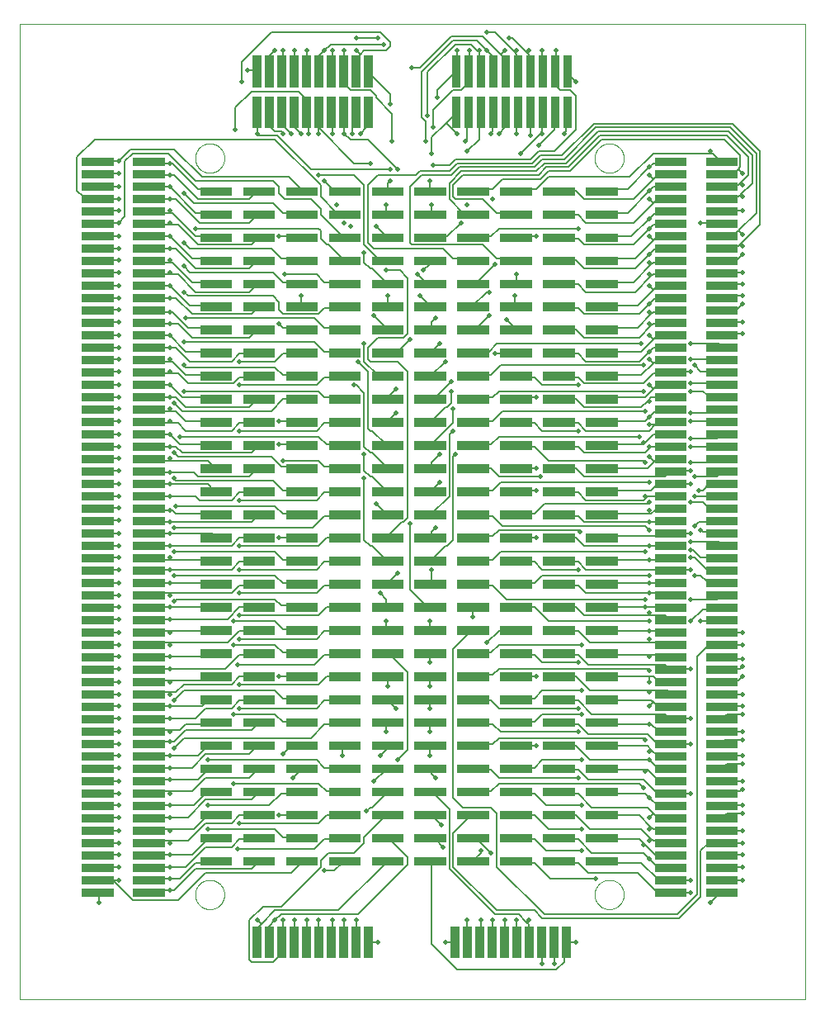
<source format=gtl>
G75*
%MOIN*%
%OFA0B0*%
%FSLAX25Y25*%
%IPPOS*%
%LPD*%
%AMOC8*
5,1,8,0,0,1.08239X$1,22.5*
%
%ADD10C,0.00000*%
%ADD11C,0.00301*%
%ADD12C,0.00800*%
%ADD13C,0.02000*%
D10*
X0001000Y0001000D02*
X0001000Y0394701D01*
X0318421Y0394701D01*
X0318421Y0001000D01*
X0001000Y0001000D01*
X0071897Y0043402D02*
X0071899Y0043555D01*
X0071905Y0043709D01*
X0071915Y0043862D01*
X0071929Y0044014D01*
X0071947Y0044167D01*
X0071969Y0044318D01*
X0071994Y0044469D01*
X0072024Y0044620D01*
X0072058Y0044770D01*
X0072095Y0044918D01*
X0072136Y0045066D01*
X0072181Y0045212D01*
X0072230Y0045358D01*
X0072283Y0045502D01*
X0072339Y0045644D01*
X0072399Y0045785D01*
X0072463Y0045925D01*
X0072530Y0046063D01*
X0072601Y0046199D01*
X0072676Y0046333D01*
X0072753Y0046465D01*
X0072835Y0046595D01*
X0072919Y0046723D01*
X0073007Y0046849D01*
X0073098Y0046972D01*
X0073192Y0047093D01*
X0073290Y0047211D01*
X0073390Y0047327D01*
X0073494Y0047440D01*
X0073600Y0047551D01*
X0073709Y0047659D01*
X0073821Y0047764D01*
X0073935Y0047865D01*
X0074053Y0047964D01*
X0074172Y0048060D01*
X0074294Y0048153D01*
X0074419Y0048242D01*
X0074546Y0048329D01*
X0074675Y0048411D01*
X0074806Y0048491D01*
X0074939Y0048567D01*
X0075074Y0048640D01*
X0075211Y0048709D01*
X0075350Y0048774D01*
X0075490Y0048836D01*
X0075632Y0048894D01*
X0075775Y0048949D01*
X0075920Y0049000D01*
X0076066Y0049047D01*
X0076213Y0049090D01*
X0076361Y0049129D01*
X0076510Y0049165D01*
X0076660Y0049196D01*
X0076811Y0049224D01*
X0076962Y0049248D01*
X0077115Y0049268D01*
X0077267Y0049284D01*
X0077420Y0049296D01*
X0077573Y0049304D01*
X0077726Y0049308D01*
X0077880Y0049308D01*
X0078033Y0049304D01*
X0078186Y0049296D01*
X0078339Y0049284D01*
X0078491Y0049268D01*
X0078644Y0049248D01*
X0078795Y0049224D01*
X0078946Y0049196D01*
X0079096Y0049165D01*
X0079245Y0049129D01*
X0079393Y0049090D01*
X0079540Y0049047D01*
X0079686Y0049000D01*
X0079831Y0048949D01*
X0079974Y0048894D01*
X0080116Y0048836D01*
X0080256Y0048774D01*
X0080395Y0048709D01*
X0080532Y0048640D01*
X0080667Y0048567D01*
X0080800Y0048491D01*
X0080931Y0048411D01*
X0081060Y0048329D01*
X0081187Y0048242D01*
X0081312Y0048153D01*
X0081434Y0048060D01*
X0081553Y0047964D01*
X0081671Y0047865D01*
X0081785Y0047764D01*
X0081897Y0047659D01*
X0082006Y0047551D01*
X0082112Y0047440D01*
X0082216Y0047327D01*
X0082316Y0047211D01*
X0082414Y0047093D01*
X0082508Y0046972D01*
X0082599Y0046849D01*
X0082687Y0046723D01*
X0082771Y0046595D01*
X0082853Y0046465D01*
X0082930Y0046333D01*
X0083005Y0046199D01*
X0083076Y0046063D01*
X0083143Y0045925D01*
X0083207Y0045785D01*
X0083267Y0045644D01*
X0083323Y0045502D01*
X0083376Y0045358D01*
X0083425Y0045212D01*
X0083470Y0045066D01*
X0083511Y0044918D01*
X0083548Y0044770D01*
X0083582Y0044620D01*
X0083612Y0044469D01*
X0083637Y0044318D01*
X0083659Y0044167D01*
X0083677Y0044014D01*
X0083691Y0043862D01*
X0083701Y0043709D01*
X0083707Y0043555D01*
X0083709Y0043402D01*
X0083707Y0043249D01*
X0083701Y0043095D01*
X0083691Y0042942D01*
X0083677Y0042790D01*
X0083659Y0042637D01*
X0083637Y0042486D01*
X0083612Y0042335D01*
X0083582Y0042184D01*
X0083548Y0042034D01*
X0083511Y0041886D01*
X0083470Y0041738D01*
X0083425Y0041592D01*
X0083376Y0041446D01*
X0083323Y0041302D01*
X0083267Y0041160D01*
X0083207Y0041019D01*
X0083143Y0040879D01*
X0083076Y0040741D01*
X0083005Y0040605D01*
X0082930Y0040471D01*
X0082853Y0040339D01*
X0082771Y0040209D01*
X0082687Y0040081D01*
X0082599Y0039955D01*
X0082508Y0039832D01*
X0082414Y0039711D01*
X0082316Y0039593D01*
X0082216Y0039477D01*
X0082112Y0039364D01*
X0082006Y0039253D01*
X0081897Y0039145D01*
X0081785Y0039040D01*
X0081671Y0038939D01*
X0081553Y0038840D01*
X0081434Y0038744D01*
X0081312Y0038651D01*
X0081187Y0038562D01*
X0081060Y0038475D01*
X0080931Y0038393D01*
X0080800Y0038313D01*
X0080667Y0038237D01*
X0080532Y0038164D01*
X0080395Y0038095D01*
X0080256Y0038030D01*
X0080116Y0037968D01*
X0079974Y0037910D01*
X0079831Y0037855D01*
X0079686Y0037804D01*
X0079540Y0037757D01*
X0079393Y0037714D01*
X0079245Y0037675D01*
X0079096Y0037639D01*
X0078946Y0037608D01*
X0078795Y0037580D01*
X0078644Y0037556D01*
X0078491Y0037536D01*
X0078339Y0037520D01*
X0078186Y0037508D01*
X0078033Y0037500D01*
X0077880Y0037496D01*
X0077726Y0037496D01*
X0077573Y0037500D01*
X0077420Y0037508D01*
X0077267Y0037520D01*
X0077115Y0037536D01*
X0076962Y0037556D01*
X0076811Y0037580D01*
X0076660Y0037608D01*
X0076510Y0037639D01*
X0076361Y0037675D01*
X0076213Y0037714D01*
X0076066Y0037757D01*
X0075920Y0037804D01*
X0075775Y0037855D01*
X0075632Y0037910D01*
X0075490Y0037968D01*
X0075350Y0038030D01*
X0075211Y0038095D01*
X0075074Y0038164D01*
X0074939Y0038237D01*
X0074806Y0038313D01*
X0074675Y0038393D01*
X0074546Y0038475D01*
X0074419Y0038562D01*
X0074294Y0038651D01*
X0074172Y0038744D01*
X0074053Y0038840D01*
X0073935Y0038939D01*
X0073821Y0039040D01*
X0073709Y0039145D01*
X0073600Y0039253D01*
X0073494Y0039364D01*
X0073390Y0039477D01*
X0073290Y0039593D01*
X0073192Y0039711D01*
X0073098Y0039832D01*
X0073007Y0039955D01*
X0072919Y0040081D01*
X0072835Y0040209D01*
X0072753Y0040339D01*
X0072676Y0040471D01*
X0072601Y0040605D01*
X0072530Y0040741D01*
X0072463Y0040879D01*
X0072399Y0041019D01*
X0072339Y0041160D01*
X0072283Y0041302D01*
X0072230Y0041446D01*
X0072181Y0041592D01*
X0072136Y0041738D01*
X0072095Y0041886D01*
X0072058Y0042034D01*
X0072024Y0042184D01*
X0071994Y0042335D01*
X0071969Y0042486D01*
X0071947Y0042637D01*
X0071929Y0042790D01*
X0071915Y0042942D01*
X0071905Y0043095D01*
X0071899Y0043249D01*
X0071897Y0043402D01*
X0233314Y0043402D02*
X0233316Y0043555D01*
X0233322Y0043709D01*
X0233332Y0043862D01*
X0233346Y0044014D01*
X0233364Y0044167D01*
X0233386Y0044318D01*
X0233411Y0044469D01*
X0233441Y0044620D01*
X0233475Y0044770D01*
X0233512Y0044918D01*
X0233553Y0045066D01*
X0233598Y0045212D01*
X0233647Y0045358D01*
X0233700Y0045502D01*
X0233756Y0045644D01*
X0233816Y0045785D01*
X0233880Y0045925D01*
X0233947Y0046063D01*
X0234018Y0046199D01*
X0234093Y0046333D01*
X0234170Y0046465D01*
X0234252Y0046595D01*
X0234336Y0046723D01*
X0234424Y0046849D01*
X0234515Y0046972D01*
X0234609Y0047093D01*
X0234707Y0047211D01*
X0234807Y0047327D01*
X0234911Y0047440D01*
X0235017Y0047551D01*
X0235126Y0047659D01*
X0235238Y0047764D01*
X0235352Y0047865D01*
X0235470Y0047964D01*
X0235589Y0048060D01*
X0235711Y0048153D01*
X0235836Y0048242D01*
X0235963Y0048329D01*
X0236092Y0048411D01*
X0236223Y0048491D01*
X0236356Y0048567D01*
X0236491Y0048640D01*
X0236628Y0048709D01*
X0236767Y0048774D01*
X0236907Y0048836D01*
X0237049Y0048894D01*
X0237192Y0048949D01*
X0237337Y0049000D01*
X0237483Y0049047D01*
X0237630Y0049090D01*
X0237778Y0049129D01*
X0237927Y0049165D01*
X0238077Y0049196D01*
X0238228Y0049224D01*
X0238379Y0049248D01*
X0238532Y0049268D01*
X0238684Y0049284D01*
X0238837Y0049296D01*
X0238990Y0049304D01*
X0239143Y0049308D01*
X0239297Y0049308D01*
X0239450Y0049304D01*
X0239603Y0049296D01*
X0239756Y0049284D01*
X0239908Y0049268D01*
X0240061Y0049248D01*
X0240212Y0049224D01*
X0240363Y0049196D01*
X0240513Y0049165D01*
X0240662Y0049129D01*
X0240810Y0049090D01*
X0240957Y0049047D01*
X0241103Y0049000D01*
X0241248Y0048949D01*
X0241391Y0048894D01*
X0241533Y0048836D01*
X0241673Y0048774D01*
X0241812Y0048709D01*
X0241949Y0048640D01*
X0242084Y0048567D01*
X0242217Y0048491D01*
X0242348Y0048411D01*
X0242477Y0048329D01*
X0242604Y0048242D01*
X0242729Y0048153D01*
X0242851Y0048060D01*
X0242970Y0047964D01*
X0243088Y0047865D01*
X0243202Y0047764D01*
X0243314Y0047659D01*
X0243423Y0047551D01*
X0243529Y0047440D01*
X0243633Y0047327D01*
X0243733Y0047211D01*
X0243831Y0047093D01*
X0243925Y0046972D01*
X0244016Y0046849D01*
X0244104Y0046723D01*
X0244188Y0046595D01*
X0244270Y0046465D01*
X0244347Y0046333D01*
X0244422Y0046199D01*
X0244493Y0046063D01*
X0244560Y0045925D01*
X0244624Y0045785D01*
X0244684Y0045644D01*
X0244740Y0045502D01*
X0244793Y0045358D01*
X0244842Y0045212D01*
X0244887Y0045066D01*
X0244928Y0044918D01*
X0244965Y0044770D01*
X0244999Y0044620D01*
X0245029Y0044469D01*
X0245054Y0044318D01*
X0245076Y0044167D01*
X0245094Y0044014D01*
X0245108Y0043862D01*
X0245118Y0043709D01*
X0245124Y0043555D01*
X0245126Y0043402D01*
X0245124Y0043249D01*
X0245118Y0043095D01*
X0245108Y0042942D01*
X0245094Y0042790D01*
X0245076Y0042637D01*
X0245054Y0042486D01*
X0245029Y0042335D01*
X0244999Y0042184D01*
X0244965Y0042034D01*
X0244928Y0041886D01*
X0244887Y0041738D01*
X0244842Y0041592D01*
X0244793Y0041446D01*
X0244740Y0041302D01*
X0244684Y0041160D01*
X0244624Y0041019D01*
X0244560Y0040879D01*
X0244493Y0040741D01*
X0244422Y0040605D01*
X0244347Y0040471D01*
X0244270Y0040339D01*
X0244188Y0040209D01*
X0244104Y0040081D01*
X0244016Y0039955D01*
X0243925Y0039832D01*
X0243831Y0039711D01*
X0243733Y0039593D01*
X0243633Y0039477D01*
X0243529Y0039364D01*
X0243423Y0039253D01*
X0243314Y0039145D01*
X0243202Y0039040D01*
X0243088Y0038939D01*
X0242970Y0038840D01*
X0242851Y0038744D01*
X0242729Y0038651D01*
X0242604Y0038562D01*
X0242477Y0038475D01*
X0242348Y0038393D01*
X0242217Y0038313D01*
X0242084Y0038237D01*
X0241949Y0038164D01*
X0241812Y0038095D01*
X0241673Y0038030D01*
X0241533Y0037968D01*
X0241391Y0037910D01*
X0241248Y0037855D01*
X0241103Y0037804D01*
X0240957Y0037757D01*
X0240810Y0037714D01*
X0240662Y0037675D01*
X0240513Y0037639D01*
X0240363Y0037608D01*
X0240212Y0037580D01*
X0240061Y0037556D01*
X0239908Y0037536D01*
X0239756Y0037520D01*
X0239603Y0037508D01*
X0239450Y0037500D01*
X0239297Y0037496D01*
X0239143Y0037496D01*
X0238990Y0037500D01*
X0238837Y0037508D01*
X0238684Y0037520D01*
X0238532Y0037536D01*
X0238379Y0037556D01*
X0238228Y0037580D01*
X0238077Y0037608D01*
X0237927Y0037639D01*
X0237778Y0037675D01*
X0237630Y0037714D01*
X0237483Y0037757D01*
X0237337Y0037804D01*
X0237192Y0037855D01*
X0237049Y0037910D01*
X0236907Y0037968D01*
X0236767Y0038030D01*
X0236628Y0038095D01*
X0236491Y0038164D01*
X0236356Y0038237D01*
X0236223Y0038313D01*
X0236092Y0038393D01*
X0235963Y0038475D01*
X0235836Y0038562D01*
X0235711Y0038651D01*
X0235589Y0038744D01*
X0235470Y0038840D01*
X0235352Y0038939D01*
X0235238Y0039040D01*
X0235126Y0039145D01*
X0235017Y0039253D01*
X0234911Y0039364D01*
X0234807Y0039477D01*
X0234707Y0039593D01*
X0234609Y0039711D01*
X0234515Y0039832D01*
X0234424Y0039955D01*
X0234336Y0040081D01*
X0234252Y0040209D01*
X0234170Y0040339D01*
X0234093Y0040471D01*
X0234018Y0040605D01*
X0233947Y0040741D01*
X0233880Y0040879D01*
X0233816Y0041019D01*
X0233756Y0041160D01*
X0233700Y0041302D01*
X0233647Y0041446D01*
X0233598Y0041592D01*
X0233553Y0041738D01*
X0233512Y0041886D01*
X0233475Y0042034D01*
X0233441Y0042184D01*
X0233411Y0042335D01*
X0233386Y0042486D01*
X0233364Y0042637D01*
X0233346Y0042790D01*
X0233332Y0042942D01*
X0233322Y0043095D01*
X0233316Y0043249D01*
X0233314Y0043402D01*
X0233314Y0340646D02*
X0233316Y0340799D01*
X0233322Y0340953D01*
X0233332Y0341106D01*
X0233346Y0341258D01*
X0233364Y0341411D01*
X0233386Y0341562D01*
X0233411Y0341713D01*
X0233441Y0341864D01*
X0233475Y0342014D01*
X0233512Y0342162D01*
X0233553Y0342310D01*
X0233598Y0342456D01*
X0233647Y0342602D01*
X0233700Y0342746D01*
X0233756Y0342888D01*
X0233816Y0343029D01*
X0233880Y0343169D01*
X0233947Y0343307D01*
X0234018Y0343443D01*
X0234093Y0343577D01*
X0234170Y0343709D01*
X0234252Y0343839D01*
X0234336Y0343967D01*
X0234424Y0344093D01*
X0234515Y0344216D01*
X0234609Y0344337D01*
X0234707Y0344455D01*
X0234807Y0344571D01*
X0234911Y0344684D01*
X0235017Y0344795D01*
X0235126Y0344903D01*
X0235238Y0345008D01*
X0235352Y0345109D01*
X0235470Y0345208D01*
X0235589Y0345304D01*
X0235711Y0345397D01*
X0235836Y0345486D01*
X0235963Y0345573D01*
X0236092Y0345655D01*
X0236223Y0345735D01*
X0236356Y0345811D01*
X0236491Y0345884D01*
X0236628Y0345953D01*
X0236767Y0346018D01*
X0236907Y0346080D01*
X0237049Y0346138D01*
X0237192Y0346193D01*
X0237337Y0346244D01*
X0237483Y0346291D01*
X0237630Y0346334D01*
X0237778Y0346373D01*
X0237927Y0346409D01*
X0238077Y0346440D01*
X0238228Y0346468D01*
X0238379Y0346492D01*
X0238532Y0346512D01*
X0238684Y0346528D01*
X0238837Y0346540D01*
X0238990Y0346548D01*
X0239143Y0346552D01*
X0239297Y0346552D01*
X0239450Y0346548D01*
X0239603Y0346540D01*
X0239756Y0346528D01*
X0239908Y0346512D01*
X0240061Y0346492D01*
X0240212Y0346468D01*
X0240363Y0346440D01*
X0240513Y0346409D01*
X0240662Y0346373D01*
X0240810Y0346334D01*
X0240957Y0346291D01*
X0241103Y0346244D01*
X0241248Y0346193D01*
X0241391Y0346138D01*
X0241533Y0346080D01*
X0241673Y0346018D01*
X0241812Y0345953D01*
X0241949Y0345884D01*
X0242084Y0345811D01*
X0242217Y0345735D01*
X0242348Y0345655D01*
X0242477Y0345573D01*
X0242604Y0345486D01*
X0242729Y0345397D01*
X0242851Y0345304D01*
X0242970Y0345208D01*
X0243088Y0345109D01*
X0243202Y0345008D01*
X0243314Y0344903D01*
X0243423Y0344795D01*
X0243529Y0344684D01*
X0243633Y0344571D01*
X0243733Y0344455D01*
X0243831Y0344337D01*
X0243925Y0344216D01*
X0244016Y0344093D01*
X0244104Y0343967D01*
X0244188Y0343839D01*
X0244270Y0343709D01*
X0244347Y0343577D01*
X0244422Y0343443D01*
X0244493Y0343307D01*
X0244560Y0343169D01*
X0244624Y0343029D01*
X0244684Y0342888D01*
X0244740Y0342746D01*
X0244793Y0342602D01*
X0244842Y0342456D01*
X0244887Y0342310D01*
X0244928Y0342162D01*
X0244965Y0342014D01*
X0244999Y0341864D01*
X0245029Y0341713D01*
X0245054Y0341562D01*
X0245076Y0341411D01*
X0245094Y0341258D01*
X0245108Y0341106D01*
X0245118Y0340953D01*
X0245124Y0340799D01*
X0245126Y0340646D01*
X0245124Y0340493D01*
X0245118Y0340339D01*
X0245108Y0340186D01*
X0245094Y0340034D01*
X0245076Y0339881D01*
X0245054Y0339730D01*
X0245029Y0339579D01*
X0244999Y0339428D01*
X0244965Y0339278D01*
X0244928Y0339130D01*
X0244887Y0338982D01*
X0244842Y0338836D01*
X0244793Y0338690D01*
X0244740Y0338546D01*
X0244684Y0338404D01*
X0244624Y0338263D01*
X0244560Y0338123D01*
X0244493Y0337985D01*
X0244422Y0337849D01*
X0244347Y0337715D01*
X0244270Y0337583D01*
X0244188Y0337453D01*
X0244104Y0337325D01*
X0244016Y0337199D01*
X0243925Y0337076D01*
X0243831Y0336955D01*
X0243733Y0336837D01*
X0243633Y0336721D01*
X0243529Y0336608D01*
X0243423Y0336497D01*
X0243314Y0336389D01*
X0243202Y0336284D01*
X0243088Y0336183D01*
X0242970Y0336084D01*
X0242851Y0335988D01*
X0242729Y0335895D01*
X0242604Y0335806D01*
X0242477Y0335719D01*
X0242348Y0335637D01*
X0242217Y0335557D01*
X0242084Y0335481D01*
X0241949Y0335408D01*
X0241812Y0335339D01*
X0241673Y0335274D01*
X0241533Y0335212D01*
X0241391Y0335154D01*
X0241248Y0335099D01*
X0241103Y0335048D01*
X0240957Y0335001D01*
X0240810Y0334958D01*
X0240662Y0334919D01*
X0240513Y0334883D01*
X0240363Y0334852D01*
X0240212Y0334824D01*
X0240061Y0334800D01*
X0239908Y0334780D01*
X0239756Y0334764D01*
X0239603Y0334752D01*
X0239450Y0334744D01*
X0239297Y0334740D01*
X0239143Y0334740D01*
X0238990Y0334744D01*
X0238837Y0334752D01*
X0238684Y0334764D01*
X0238532Y0334780D01*
X0238379Y0334800D01*
X0238228Y0334824D01*
X0238077Y0334852D01*
X0237927Y0334883D01*
X0237778Y0334919D01*
X0237630Y0334958D01*
X0237483Y0335001D01*
X0237337Y0335048D01*
X0237192Y0335099D01*
X0237049Y0335154D01*
X0236907Y0335212D01*
X0236767Y0335274D01*
X0236628Y0335339D01*
X0236491Y0335408D01*
X0236356Y0335481D01*
X0236223Y0335557D01*
X0236092Y0335637D01*
X0235963Y0335719D01*
X0235836Y0335806D01*
X0235711Y0335895D01*
X0235589Y0335988D01*
X0235470Y0336084D01*
X0235352Y0336183D01*
X0235238Y0336284D01*
X0235126Y0336389D01*
X0235017Y0336497D01*
X0234911Y0336608D01*
X0234807Y0336721D01*
X0234707Y0336837D01*
X0234609Y0336955D01*
X0234515Y0337076D01*
X0234424Y0337199D01*
X0234336Y0337325D01*
X0234252Y0337453D01*
X0234170Y0337583D01*
X0234093Y0337715D01*
X0234018Y0337849D01*
X0233947Y0337985D01*
X0233880Y0338123D01*
X0233816Y0338263D01*
X0233756Y0338404D01*
X0233700Y0338546D01*
X0233647Y0338690D01*
X0233598Y0338836D01*
X0233553Y0338982D01*
X0233512Y0339130D01*
X0233475Y0339278D01*
X0233441Y0339428D01*
X0233411Y0339579D01*
X0233386Y0339730D01*
X0233364Y0339881D01*
X0233346Y0340034D01*
X0233332Y0340186D01*
X0233322Y0340339D01*
X0233316Y0340493D01*
X0233314Y0340646D01*
X0071897Y0340646D02*
X0071899Y0340799D01*
X0071905Y0340953D01*
X0071915Y0341106D01*
X0071929Y0341258D01*
X0071947Y0341411D01*
X0071969Y0341562D01*
X0071994Y0341713D01*
X0072024Y0341864D01*
X0072058Y0342014D01*
X0072095Y0342162D01*
X0072136Y0342310D01*
X0072181Y0342456D01*
X0072230Y0342602D01*
X0072283Y0342746D01*
X0072339Y0342888D01*
X0072399Y0343029D01*
X0072463Y0343169D01*
X0072530Y0343307D01*
X0072601Y0343443D01*
X0072676Y0343577D01*
X0072753Y0343709D01*
X0072835Y0343839D01*
X0072919Y0343967D01*
X0073007Y0344093D01*
X0073098Y0344216D01*
X0073192Y0344337D01*
X0073290Y0344455D01*
X0073390Y0344571D01*
X0073494Y0344684D01*
X0073600Y0344795D01*
X0073709Y0344903D01*
X0073821Y0345008D01*
X0073935Y0345109D01*
X0074053Y0345208D01*
X0074172Y0345304D01*
X0074294Y0345397D01*
X0074419Y0345486D01*
X0074546Y0345573D01*
X0074675Y0345655D01*
X0074806Y0345735D01*
X0074939Y0345811D01*
X0075074Y0345884D01*
X0075211Y0345953D01*
X0075350Y0346018D01*
X0075490Y0346080D01*
X0075632Y0346138D01*
X0075775Y0346193D01*
X0075920Y0346244D01*
X0076066Y0346291D01*
X0076213Y0346334D01*
X0076361Y0346373D01*
X0076510Y0346409D01*
X0076660Y0346440D01*
X0076811Y0346468D01*
X0076962Y0346492D01*
X0077115Y0346512D01*
X0077267Y0346528D01*
X0077420Y0346540D01*
X0077573Y0346548D01*
X0077726Y0346552D01*
X0077880Y0346552D01*
X0078033Y0346548D01*
X0078186Y0346540D01*
X0078339Y0346528D01*
X0078491Y0346512D01*
X0078644Y0346492D01*
X0078795Y0346468D01*
X0078946Y0346440D01*
X0079096Y0346409D01*
X0079245Y0346373D01*
X0079393Y0346334D01*
X0079540Y0346291D01*
X0079686Y0346244D01*
X0079831Y0346193D01*
X0079974Y0346138D01*
X0080116Y0346080D01*
X0080256Y0346018D01*
X0080395Y0345953D01*
X0080532Y0345884D01*
X0080667Y0345811D01*
X0080800Y0345735D01*
X0080931Y0345655D01*
X0081060Y0345573D01*
X0081187Y0345486D01*
X0081312Y0345397D01*
X0081434Y0345304D01*
X0081553Y0345208D01*
X0081671Y0345109D01*
X0081785Y0345008D01*
X0081897Y0344903D01*
X0082006Y0344795D01*
X0082112Y0344684D01*
X0082216Y0344571D01*
X0082316Y0344455D01*
X0082414Y0344337D01*
X0082508Y0344216D01*
X0082599Y0344093D01*
X0082687Y0343967D01*
X0082771Y0343839D01*
X0082853Y0343709D01*
X0082930Y0343577D01*
X0083005Y0343443D01*
X0083076Y0343307D01*
X0083143Y0343169D01*
X0083207Y0343029D01*
X0083267Y0342888D01*
X0083323Y0342746D01*
X0083376Y0342602D01*
X0083425Y0342456D01*
X0083470Y0342310D01*
X0083511Y0342162D01*
X0083548Y0342014D01*
X0083582Y0341864D01*
X0083612Y0341713D01*
X0083637Y0341562D01*
X0083659Y0341411D01*
X0083677Y0341258D01*
X0083691Y0341106D01*
X0083701Y0340953D01*
X0083707Y0340799D01*
X0083709Y0340646D01*
X0083707Y0340493D01*
X0083701Y0340339D01*
X0083691Y0340186D01*
X0083677Y0340034D01*
X0083659Y0339881D01*
X0083637Y0339730D01*
X0083612Y0339579D01*
X0083582Y0339428D01*
X0083548Y0339278D01*
X0083511Y0339130D01*
X0083470Y0338982D01*
X0083425Y0338836D01*
X0083376Y0338690D01*
X0083323Y0338546D01*
X0083267Y0338404D01*
X0083207Y0338263D01*
X0083143Y0338123D01*
X0083076Y0337985D01*
X0083005Y0337849D01*
X0082930Y0337715D01*
X0082853Y0337583D01*
X0082771Y0337453D01*
X0082687Y0337325D01*
X0082599Y0337199D01*
X0082508Y0337076D01*
X0082414Y0336955D01*
X0082316Y0336837D01*
X0082216Y0336721D01*
X0082112Y0336608D01*
X0082006Y0336497D01*
X0081897Y0336389D01*
X0081785Y0336284D01*
X0081671Y0336183D01*
X0081553Y0336084D01*
X0081434Y0335988D01*
X0081312Y0335895D01*
X0081187Y0335806D01*
X0081060Y0335719D01*
X0080931Y0335637D01*
X0080800Y0335557D01*
X0080667Y0335481D01*
X0080532Y0335408D01*
X0080395Y0335339D01*
X0080256Y0335274D01*
X0080116Y0335212D01*
X0079974Y0335154D01*
X0079831Y0335099D01*
X0079686Y0335048D01*
X0079540Y0335001D01*
X0079393Y0334958D01*
X0079245Y0334919D01*
X0079096Y0334883D01*
X0078946Y0334852D01*
X0078795Y0334824D01*
X0078644Y0334800D01*
X0078491Y0334780D01*
X0078339Y0334764D01*
X0078186Y0334752D01*
X0078033Y0334744D01*
X0077880Y0334740D01*
X0077726Y0334740D01*
X0077573Y0334744D01*
X0077420Y0334752D01*
X0077267Y0334764D01*
X0077115Y0334780D01*
X0076962Y0334800D01*
X0076811Y0334824D01*
X0076660Y0334852D01*
X0076510Y0334883D01*
X0076361Y0334919D01*
X0076213Y0334958D01*
X0076066Y0335001D01*
X0075920Y0335048D01*
X0075775Y0335099D01*
X0075632Y0335154D01*
X0075490Y0335212D01*
X0075350Y0335274D01*
X0075211Y0335339D01*
X0075074Y0335408D01*
X0074939Y0335481D01*
X0074806Y0335557D01*
X0074675Y0335637D01*
X0074546Y0335719D01*
X0074419Y0335806D01*
X0074294Y0335895D01*
X0074172Y0335988D01*
X0074053Y0336084D01*
X0073935Y0336183D01*
X0073821Y0336284D01*
X0073709Y0336389D01*
X0073600Y0336497D01*
X0073494Y0336608D01*
X0073390Y0336721D01*
X0073290Y0336837D01*
X0073192Y0336955D01*
X0073098Y0337076D01*
X0073007Y0337199D01*
X0072919Y0337325D01*
X0072835Y0337453D01*
X0072753Y0337583D01*
X0072676Y0337715D01*
X0072601Y0337849D01*
X0072530Y0337985D01*
X0072463Y0338123D01*
X0072399Y0338263D01*
X0072339Y0338404D01*
X0072283Y0338546D01*
X0072230Y0338690D01*
X0072181Y0338836D01*
X0072136Y0338982D01*
X0072095Y0339130D01*
X0072058Y0339278D01*
X0072024Y0339428D01*
X0071994Y0339579D01*
X0071969Y0339730D01*
X0071947Y0339881D01*
X0071929Y0340034D01*
X0071915Y0340186D01*
X0071905Y0340339D01*
X0071899Y0340493D01*
X0071897Y0340646D01*
D11*
X0073942Y0325930D02*
X0086436Y0325930D01*
X0073942Y0325930D02*
X0073942Y0328976D01*
X0086436Y0328976D01*
X0086436Y0325930D01*
X0086436Y0326230D02*
X0073942Y0326230D01*
X0073942Y0326530D02*
X0086436Y0326530D01*
X0086436Y0326830D02*
X0073942Y0326830D01*
X0073942Y0327130D02*
X0086436Y0327130D01*
X0086436Y0327430D02*
X0073942Y0327430D01*
X0073942Y0327730D02*
X0086436Y0327730D01*
X0086436Y0328030D02*
X0073942Y0328030D01*
X0073942Y0328330D02*
X0086436Y0328330D01*
X0086436Y0328630D02*
X0073942Y0328630D01*
X0073942Y0328930D02*
X0086436Y0328930D01*
X0086436Y0316599D02*
X0073942Y0316599D01*
X0073942Y0319645D01*
X0086436Y0319645D01*
X0086436Y0316599D01*
X0086436Y0316899D02*
X0073942Y0316899D01*
X0073942Y0317199D02*
X0086436Y0317199D01*
X0086436Y0317499D02*
X0073942Y0317499D01*
X0073942Y0317799D02*
X0086436Y0317799D01*
X0086436Y0318099D02*
X0073942Y0318099D01*
X0073942Y0318399D02*
X0086436Y0318399D01*
X0086436Y0318699D02*
X0073942Y0318699D01*
X0073942Y0318999D02*
X0086436Y0318999D01*
X0086436Y0319299D02*
X0073942Y0319299D01*
X0073942Y0319599D02*
X0086436Y0319599D01*
X0091265Y0316599D02*
X0103759Y0316599D01*
X0091265Y0316599D02*
X0091265Y0319645D01*
X0103759Y0319645D01*
X0103759Y0316599D01*
X0103759Y0316899D02*
X0091265Y0316899D01*
X0091265Y0317199D02*
X0103759Y0317199D01*
X0103759Y0317499D02*
X0091265Y0317499D01*
X0091265Y0317799D02*
X0103759Y0317799D01*
X0103759Y0318099D02*
X0091265Y0318099D01*
X0091265Y0318399D02*
X0103759Y0318399D01*
X0103759Y0318699D02*
X0091265Y0318699D01*
X0091265Y0318999D02*
X0103759Y0318999D01*
X0103759Y0319299D02*
X0091265Y0319299D01*
X0091265Y0319599D02*
X0103759Y0319599D01*
X0103759Y0325930D02*
X0091265Y0325930D01*
X0091265Y0328976D01*
X0103759Y0328976D01*
X0103759Y0325930D01*
X0103759Y0326230D02*
X0091265Y0326230D01*
X0091265Y0326530D02*
X0103759Y0326530D01*
X0103759Y0326830D02*
X0091265Y0326830D01*
X0091265Y0327130D02*
X0103759Y0327130D01*
X0103759Y0327430D02*
X0091265Y0327430D01*
X0091265Y0327730D02*
X0103759Y0327730D01*
X0103759Y0328030D02*
X0091265Y0328030D01*
X0091265Y0328330D02*
X0103759Y0328330D01*
X0103759Y0328630D02*
X0091265Y0328630D01*
X0091265Y0328930D02*
X0103759Y0328930D01*
X0108588Y0325930D02*
X0121082Y0325930D01*
X0108588Y0325930D02*
X0108588Y0328976D01*
X0121082Y0328976D01*
X0121082Y0325930D01*
X0121082Y0326230D02*
X0108588Y0326230D01*
X0108588Y0326530D02*
X0121082Y0326530D01*
X0121082Y0326830D02*
X0108588Y0326830D01*
X0108588Y0327130D02*
X0121082Y0327130D01*
X0121082Y0327430D02*
X0108588Y0327430D01*
X0108588Y0327730D02*
X0121082Y0327730D01*
X0121082Y0328030D02*
X0108588Y0328030D01*
X0108588Y0328330D02*
X0121082Y0328330D01*
X0121082Y0328630D02*
X0108588Y0328630D01*
X0108588Y0328930D02*
X0121082Y0328930D01*
X0121082Y0316599D02*
X0108588Y0316599D01*
X0108588Y0319645D01*
X0121082Y0319645D01*
X0121082Y0316599D01*
X0121082Y0316899D02*
X0108588Y0316899D01*
X0108588Y0317199D02*
X0121082Y0317199D01*
X0121082Y0317499D02*
X0108588Y0317499D01*
X0108588Y0317799D02*
X0121082Y0317799D01*
X0121082Y0318099D02*
X0108588Y0318099D01*
X0108588Y0318399D02*
X0121082Y0318399D01*
X0121082Y0318699D02*
X0108588Y0318699D01*
X0108588Y0318999D02*
X0121082Y0318999D01*
X0121082Y0319299D02*
X0108588Y0319299D01*
X0108588Y0319599D02*
X0121082Y0319599D01*
X0121082Y0307268D02*
X0108588Y0307268D01*
X0108588Y0310314D01*
X0121082Y0310314D01*
X0121082Y0307268D01*
X0121082Y0307568D02*
X0108588Y0307568D01*
X0108588Y0307868D02*
X0121082Y0307868D01*
X0121082Y0308168D02*
X0108588Y0308168D01*
X0108588Y0308468D02*
X0121082Y0308468D01*
X0121082Y0308768D02*
X0108588Y0308768D01*
X0108588Y0309068D02*
X0121082Y0309068D01*
X0121082Y0309368D02*
X0108588Y0309368D01*
X0108588Y0309668D02*
X0121082Y0309668D01*
X0121082Y0309968D02*
X0108588Y0309968D01*
X0108588Y0310268D02*
X0121082Y0310268D01*
X0121082Y0297938D02*
X0108588Y0297938D01*
X0108588Y0300984D01*
X0121082Y0300984D01*
X0121082Y0297938D01*
X0121082Y0298238D02*
X0108588Y0298238D01*
X0108588Y0298538D02*
X0121082Y0298538D01*
X0121082Y0298838D02*
X0108588Y0298838D01*
X0108588Y0299138D02*
X0121082Y0299138D01*
X0121082Y0299438D02*
X0108588Y0299438D01*
X0108588Y0299738D02*
X0121082Y0299738D01*
X0121082Y0300038D02*
X0108588Y0300038D01*
X0108588Y0300338D02*
X0121082Y0300338D01*
X0121082Y0300638D02*
X0108588Y0300638D01*
X0108588Y0300938D02*
X0121082Y0300938D01*
X0121082Y0288607D02*
X0108588Y0288607D01*
X0108588Y0291653D01*
X0121082Y0291653D01*
X0121082Y0288607D01*
X0121082Y0288907D02*
X0108588Y0288907D01*
X0108588Y0289207D02*
X0121082Y0289207D01*
X0121082Y0289507D02*
X0108588Y0289507D01*
X0108588Y0289807D02*
X0121082Y0289807D01*
X0121082Y0290107D02*
X0108588Y0290107D01*
X0108588Y0290407D02*
X0121082Y0290407D01*
X0121082Y0290707D02*
X0108588Y0290707D01*
X0108588Y0291007D02*
X0121082Y0291007D01*
X0121082Y0291307D02*
X0108588Y0291307D01*
X0108588Y0291607D02*
X0121082Y0291607D01*
X0121082Y0279276D02*
X0108588Y0279276D01*
X0108588Y0282322D01*
X0121082Y0282322D01*
X0121082Y0279276D01*
X0121082Y0279576D02*
X0108588Y0279576D01*
X0108588Y0279876D02*
X0121082Y0279876D01*
X0121082Y0280176D02*
X0108588Y0280176D01*
X0108588Y0280476D02*
X0121082Y0280476D01*
X0121082Y0280776D02*
X0108588Y0280776D01*
X0108588Y0281076D02*
X0121082Y0281076D01*
X0121082Y0281376D02*
X0108588Y0281376D01*
X0108588Y0281676D02*
X0121082Y0281676D01*
X0121082Y0281976D02*
X0108588Y0281976D01*
X0108588Y0282276D02*
X0121082Y0282276D01*
X0121082Y0269946D02*
X0108588Y0269946D01*
X0108588Y0272992D01*
X0121082Y0272992D01*
X0121082Y0269946D01*
X0121082Y0270246D02*
X0108588Y0270246D01*
X0108588Y0270546D02*
X0121082Y0270546D01*
X0121082Y0270846D02*
X0108588Y0270846D01*
X0108588Y0271146D02*
X0121082Y0271146D01*
X0121082Y0271446D02*
X0108588Y0271446D01*
X0108588Y0271746D02*
X0121082Y0271746D01*
X0121082Y0272046D02*
X0108588Y0272046D01*
X0108588Y0272346D02*
X0121082Y0272346D01*
X0121082Y0272646D02*
X0108588Y0272646D01*
X0108588Y0272946D02*
X0121082Y0272946D01*
X0121082Y0260615D02*
X0108588Y0260615D01*
X0108588Y0263661D01*
X0121082Y0263661D01*
X0121082Y0260615D01*
X0121082Y0260915D02*
X0108588Y0260915D01*
X0108588Y0261215D02*
X0121082Y0261215D01*
X0121082Y0261515D02*
X0108588Y0261515D01*
X0108588Y0261815D02*
X0121082Y0261815D01*
X0121082Y0262115D02*
X0108588Y0262115D01*
X0108588Y0262415D02*
X0121082Y0262415D01*
X0121082Y0262715D02*
X0108588Y0262715D01*
X0108588Y0263015D02*
X0121082Y0263015D01*
X0121082Y0263315D02*
X0108588Y0263315D01*
X0108588Y0263615D02*
X0121082Y0263615D01*
X0121082Y0251284D02*
X0108588Y0251284D01*
X0108588Y0254330D01*
X0121082Y0254330D01*
X0121082Y0251284D01*
X0121082Y0251584D02*
X0108588Y0251584D01*
X0108588Y0251884D02*
X0121082Y0251884D01*
X0121082Y0252184D02*
X0108588Y0252184D01*
X0108588Y0252484D02*
X0121082Y0252484D01*
X0121082Y0252784D02*
X0108588Y0252784D01*
X0108588Y0253084D02*
X0121082Y0253084D01*
X0121082Y0253384D02*
X0108588Y0253384D01*
X0108588Y0253684D02*
X0121082Y0253684D01*
X0121082Y0253984D02*
X0108588Y0253984D01*
X0108588Y0254284D02*
X0121082Y0254284D01*
X0121082Y0241953D02*
X0108588Y0241953D01*
X0108588Y0244999D01*
X0121082Y0244999D01*
X0121082Y0241953D01*
X0121082Y0242253D02*
X0108588Y0242253D01*
X0108588Y0242553D02*
X0121082Y0242553D01*
X0121082Y0242853D02*
X0108588Y0242853D01*
X0108588Y0243153D02*
X0121082Y0243153D01*
X0121082Y0243453D02*
X0108588Y0243453D01*
X0108588Y0243753D02*
X0121082Y0243753D01*
X0121082Y0244053D02*
X0108588Y0244053D01*
X0108588Y0244353D02*
X0121082Y0244353D01*
X0121082Y0244653D02*
X0108588Y0244653D01*
X0108588Y0244953D02*
X0121082Y0244953D01*
X0121082Y0232623D02*
X0108588Y0232623D01*
X0108588Y0235669D01*
X0121082Y0235669D01*
X0121082Y0232623D01*
X0121082Y0232923D02*
X0108588Y0232923D01*
X0108588Y0233223D02*
X0121082Y0233223D01*
X0121082Y0233523D02*
X0108588Y0233523D01*
X0108588Y0233823D02*
X0121082Y0233823D01*
X0121082Y0234123D02*
X0108588Y0234123D01*
X0108588Y0234423D02*
X0121082Y0234423D01*
X0121082Y0234723D02*
X0108588Y0234723D01*
X0108588Y0235023D02*
X0121082Y0235023D01*
X0121082Y0235323D02*
X0108588Y0235323D01*
X0108588Y0235623D02*
X0121082Y0235623D01*
X0121082Y0223292D02*
X0108588Y0223292D01*
X0108588Y0226338D01*
X0121082Y0226338D01*
X0121082Y0223292D01*
X0121082Y0223592D02*
X0108588Y0223592D01*
X0108588Y0223892D02*
X0121082Y0223892D01*
X0121082Y0224192D02*
X0108588Y0224192D01*
X0108588Y0224492D02*
X0121082Y0224492D01*
X0121082Y0224792D02*
X0108588Y0224792D01*
X0108588Y0225092D02*
X0121082Y0225092D01*
X0121082Y0225392D02*
X0108588Y0225392D01*
X0108588Y0225692D02*
X0121082Y0225692D01*
X0121082Y0225992D02*
X0108588Y0225992D01*
X0108588Y0226292D02*
X0121082Y0226292D01*
X0121082Y0213961D02*
X0108588Y0213961D01*
X0108588Y0217007D01*
X0121082Y0217007D01*
X0121082Y0213961D01*
X0121082Y0214261D02*
X0108588Y0214261D01*
X0108588Y0214561D02*
X0121082Y0214561D01*
X0121082Y0214861D02*
X0108588Y0214861D01*
X0108588Y0215161D02*
X0121082Y0215161D01*
X0121082Y0215461D02*
X0108588Y0215461D01*
X0108588Y0215761D02*
X0121082Y0215761D01*
X0121082Y0216061D02*
X0108588Y0216061D01*
X0108588Y0216361D02*
X0121082Y0216361D01*
X0121082Y0216661D02*
X0108588Y0216661D01*
X0108588Y0216961D02*
X0121082Y0216961D01*
X0121082Y0204631D02*
X0108588Y0204631D01*
X0108588Y0207677D01*
X0121082Y0207677D01*
X0121082Y0204631D01*
X0121082Y0204931D02*
X0108588Y0204931D01*
X0108588Y0205231D02*
X0121082Y0205231D01*
X0121082Y0205531D02*
X0108588Y0205531D01*
X0108588Y0205831D02*
X0121082Y0205831D01*
X0121082Y0206131D02*
X0108588Y0206131D01*
X0108588Y0206431D02*
X0121082Y0206431D01*
X0121082Y0206731D02*
X0108588Y0206731D01*
X0108588Y0207031D02*
X0121082Y0207031D01*
X0121082Y0207331D02*
X0108588Y0207331D01*
X0108588Y0207631D02*
X0121082Y0207631D01*
X0121082Y0195300D02*
X0108588Y0195300D01*
X0108588Y0198346D01*
X0121082Y0198346D01*
X0121082Y0195300D01*
X0121082Y0195600D02*
X0108588Y0195600D01*
X0108588Y0195900D02*
X0121082Y0195900D01*
X0121082Y0196200D02*
X0108588Y0196200D01*
X0108588Y0196500D02*
X0121082Y0196500D01*
X0121082Y0196800D02*
X0108588Y0196800D01*
X0108588Y0197100D02*
X0121082Y0197100D01*
X0121082Y0197400D02*
X0108588Y0197400D01*
X0108588Y0197700D02*
X0121082Y0197700D01*
X0121082Y0198000D02*
X0108588Y0198000D01*
X0108588Y0198300D02*
X0121082Y0198300D01*
X0121082Y0185969D02*
X0108588Y0185969D01*
X0108588Y0189015D01*
X0121082Y0189015D01*
X0121082Y0185969D01*
X0121082Y0186269D02*
X0108588Y0186269D01*
X0108588Y0186569D02*
X0121082Y0186569D01*
X0121082Y0186869D02*
X0108588Y0186869D01*
X0108588Y0187169D02*
X0121082Y0187169D01*
X0121082Y0187469D02*
X0108588Y0187469D01*
X0108588Y0187769D02*
X0121082Y0187769D01*
X0121082Y0188069D02*
X0108588Y0188069D01*
X0108588Y0188369D02*
X0121082Y0188369D01*
X0121082Y0188669D02*
X0108588Y0188669D01*
X0108588Y0188969D02*
X0121082Y0188969D01*
X0121082Y0176638D02*
X0108588Y0176638D01*
X0108588Y0179684D01*
X0121082Y0179684D01*
X0121082Y0176638D01*
X0121082Y0176938D02*
X0108588Y0176938D01*
X0108588Y0177238D02*
X0121082Y0177238D01*
X0121082Y0177538D02*
X0108588Y0177538D01*
X0108588Y0177838D02*
X0121082Y0177838D01*
X0121082Y0178138D02*
X0108588Y0178138D01*
X0108588Y0178438D02*
X0121082Y0178438D01*
X0121082Y0178738D02*
X0108588Y0178738D01*
X0108588Y0179038D02*
X0121082Y0179038D01*
X0121082Y0179338D02*
X0108588Y0179338D01*
X0108588Y0179638D02*
X0121082Y0179638D01*
X0121082Y0167308D02*
X0108588Y0167308D01*
X0108588Y0170354D01*
X0121082Y0170354D01*
X0121082Y0167308D01*
X0121082Y0167608D02*
X0108588Y0167608D01*
X0108588Y0167908D02*
X0121082Y0167908D01*
X0121082Y0168208D02*
X0108588Y0168208D01*
X0108588Y0168508D02*
X0121082Y0168508D01*
X0121082Y0168808D02*
X0108588Y0168808D01*
X0108588Y0169108D02*
X0121082Y0169108D01*
X0121082Y0169408D02*
X0108588Y0169408D01*
X0108588Y0169708D02*
X0121082Y0169708D01*
X0121082Y0170008D02*
X0108588Y0170008D01*
X0108588Y0170308D02*
X0121082Y0170308D01*
X0121082Y0157977D02*
X0108588Y0157977D01*
X0108588Y0161023D01*
X0121082Y0161023D01*
X0121082Y0157977D01*
X0121082Y0158277D02*
X0108588Y0158277D01*
X0108588Y0158577D02*
X0121082Y0158577D01*
X0121082Y0158877D02*
X0108588Y0158877D01*
X0108588Y0159177D02*
X0121082Y0159177D01*
X0121082Y0159477D02*
X0108588Y0159477D01*
X0108588Y0159777D02*
X0121082Y0159777D01*
X0121082Y0160077D02*
X0108588Y0160077D01*
X0108588Y0160377D02*
X0121082Y0160377D01*
X0121082Y0160677D02*
X0108588Y0160677D01*
X0108588Y0160977D02*
X0121082Y0160977D01*
X0121082Y0148646D02*
X0108588Y0148646D01*
X0108588Y0151692D01*
X0121082Y0151692D01*
X0121082Y0148646D01*
X0121082Y0148946D02*
X0108588Y0148946D01*
X0108588Y0149246D02*
X0121082Y0149246D01*
X0121082Y0149546D02*
X0108588Y0149546D01*
X0108588Y0149846D02*
X0121082Y0149846D01*
X0121082Y0150146D02*
X0108588Y0150146D01*
X0108588Y0150446D02*
X0121082Y0150446D01*
X0121082Y0150746D02*
X0108588Y0150746D01*
X0108588Y0151046D02*
X0121082Y0151046D01*
X0121082Y0151346D02*
X0108588Y0151346D01*
X0108588Y0151646D02*
X0121082Y0151646D01*
X0121082Y0139316D02*
X0108588Y0139316D01*
X0108588Y0142362D01*
X0121082Y0142362D01*
X0121082Y0139316D01*
X0121082Y0139616D02*
X0108588Y0139616D01*
X0108588Y0139916D02*
X0121082Y0139916D01*
X0121082Y0140216D02*
X0108588Y0140216D01*
X0108588Y0140516D02*
X0121082Y0140516D01*
X0121082Y0140816D02*
X0108588Y0140816D01*
X0108588Y0141116D02*
X0121082Y0141116D01*
X0121082Y0141416D02*
X0108588Y0141416D01*
X0108588Y0141716D02*
X0121082Y0141716D01*
X0121082Y0142016D02*
X0108588Y0142016D01*
X0108588Y0142316D02*
X0121082Y0142316D01*
X0121082Y0129985D02*
X0108588Y0129985D01*
X0108588Y0133031D01*
X0121082Y0133031D01*
X0121082Y0129985D01*
X0121082Y0130285D02*
X0108588Y0130285D01*
X0108588Y0130585D02*
X0121082Y0130585D01*
X0121082Y0130885D02*
X0108588Y0130885D01*
X0108588Y0131185D02*
X0121082Y0131185D01*
X0121082Y0131485D02*
X0108588Y0131485D01*
X0108588Y0131785D02*
X0121082Y0131785D01*
X0121082Y0132085D02*
X0108588Y0132085D01*
X0108588Y0132385D02*
X0121082Y0132385D01*
X0121082Y0132685D02*
X0108588Y0132685D01*
X0108588Y0132985D02*
X0121082Y0132985D01*
X0121082Y0120654D02*
X0108588Y0120654D01*
X0108588Y0123700D01*
X0121082Y0123700D01*
X0121082Y0120654D01*
X0121082Y0120954D02*
X0108588Y0120954D01*
X0108588Y0121254D02*
X0121082Y0121254D01*
X0121082Y0121554D02*
X0108588Y0121554D01*
X0108588Y0121854D02*
X0121082Y0121854D01*
X0121082Y0122154D02*
X0108588Y0122154D01*
X0108588Y0122454D02*
X0121082Y0122454D01*
X0121082Y0122754D02*
X0108588Y0122754D01*
X0108588Y0123054D02*
X0121082Y0123054D01*
X0121082Y0123354D02*
X0108588Y0123354D01*
X0108588Y0123654D02*
X0121082Y0123654D01*
X0121082Y0111323D02*
X0108588Y0111323D01*
X0108588Y0114369D01*
X0121082Y0114369D01*
X0121082Y0111323D01*
X0121082Y0111623D02*
X0108588Y0111623D01*
X0108588Y0111923D02*
X0121082Y0111923D01*
X0121082Y0112223D02*
X0108588Y0112223D01*
X0108588Y0112523D02*
X0121082Y0112523D01*
X0121082Y0112823D02*
X0108588Y0112823D01*
X0108588Y0113123D02*
X0121082Y0113123D01*
X0121082Y0113423D02*
X0108588Y0113423D01*
X0108588Y0113723D02*
X0121082Y0113723D01*
X0121082Y0114023D02*
X0108588Y0114023D01*
X0108588Y0114323D02*
X0121082Y0114323D01*
X0121082Y0101993D02*
X0108588Y0101993D01*
X0108588Y0105039D01*
X0121082Y0105039D01*
X0121082Y0101993D01*
X0121082Y0102293D02*
X0108588Y0102293D01*
X0108588Y0102593D02*
X0121082Y0102593D01*
X0121082Y0102893D02*
X0108588Y0102893D01*
X0108588Y0103193D02*
X0121082Y0103193D01*
X0121082Y0103493D02*
X0108588Y0103493D01*
X0108588Y0103793D02*
X0121082Y0103793D01*
X0121082Y0104093D02*
X0108588Y0104093D01*
X0108588Y0104393D02*
X0121082Y0104393D01*
X0121082Y0104693D02*
X0108588Y0104693D01*
X0108588Y0104993D02*
X0121082Y0104993D01*
X0121082Y0092662D02*
X0108588Y0092662D01*
X0108588Y0095708D01*
X0121082Y0095708D01*
X0121082Y0092662D01*
X0121082Y0092962D02*
X0108588Y0092962D01*
X0108588Y0093262D02*
X0121082Y0093262D01*
X0121082Y0093562D02*
X0108588Y0093562D01*
X0108588Y0093862D02*
X0121082Y0093862D01*
X0121082Y0094162D02*
X0108588Y0094162D01*
X0108588Y0094462D02*
X0121082Y0094462D01*
X0121082Y0094762D02*
X0108588Y0094762D01*
X0108588Y0095062D02*
X0121082Y0095062D01*
X0121082Y0095362D02*
X0108588Y0095362D01*
X0108588Y0095662D02*
X0121082Y0095662D01*
X0121082Y0083331D02*
X0108588Y0083331D01*
X0108588Y0086377D01*
X0121082Y0086377D01*
X0121082Y0083331D01*
X0121082Y0083631D02*
X0108588Y0083631D01*
X0108588Y0083931D02*
X0121082Y0083931D01*
X0121082Y0084231D02*
X0108588Y0084231D01*
X0108588Y0084531D02*
X0121082Y0084531D01*
X0121082Y0084831D02*
X0108588Y0084831D01*
X0108588Y0085131D02*
X0121082Y0085131D01*
X0121082Y0085431D02*
X0108588Y0085431D01*
X0108588Y0085731D02*
X0121082Y0085731D01*
X0121082Y0086031D02*
X0108588Y0086031D01*
X0108588Y0086331D02*
X0121082Y0086331D01*
X0121082Y0074001D02*
X0108588Y0074001D01*
X0108588Y0077047D01*
X0121082Y0077047D01*
X0121082Y0074001D01*
X0121082Y0074301D02*
X0108588Y0074301D01*
X0108588Y0074601D02*
X0121082Y0074601D01*
X0121082Y0074901D02*
X0108588Y0074901D01*
X0108588Y0075201D02*
X0121082Y0075201D01*
X0121082Y0075501D02*
X0108588Y0075501D01*
X0108588Y0075801D02*
X0121082Y0075801D01*
X0121082Y0076101D02*
X0108588Y0076101D01*
X0108588Y0076401D02*
X0121082Y0076401D01*
X0121082Y0076701D02*
X0108588Y0076701D01*
X0108588Y0077001D02*
X0121082Y0077001D01*
X0121082Y0064670D02*
X0108588Y0064670D01*
X0108588Y0067716D01*
X0121082Y0067716D01*
X0121082Y0064670D01*
X0121082Y0064970D02*
X0108588Y0064970D01*
X0108588Y0065270D02*
X0121082Y0065270D01*
X0121082Y0065570D02*
X0108588Y0065570D01*
X0108588Y0065870D02*
X0121082Y0065870D01*
X0121082Y0066170D02*
X0108588Y0066170D01*
X0108588Y0066470D02*
X0121082Y0066470D01*
X0121082Y0066770D02*
X0108588Y0066770D01*
X0108588Y0067070D02*
X0121082Y0067070D01*
X0121082Y0067370D02*
X0108588Y0067370D01*
X0108588Y0067670D02*
X0121082Y0067670D01*
X0121082Y0055339D02*
X0108588Y0055339D01*
X0108588Y0058385D01*
X0121082Y0058385D01*
X0121082Y0055339D01*
X0121082Y0055639D02*
X0108588Y0055639D01*
X0108588Y0055939D02*
X0121082Y0055939D01*
X0121082Y0056239D02*
X0108588Y0056239D01*
X0108588Y0056539D02*
X0121082Y0056539D01*
X0121082Y0056839D02*
X0108588Y0056839D01*
X0108588Y0057139D02*
X0121082Y0057139D01*
X0121082Y0057439D02*
X0108588Y0057439D01*
X0108588Y0057739D02*
X0121082Y0057739D01*
X0121082Y0058039D02*
X0108588Y0058039D01*
X0108588Y0058339D02*
X0121082Y0058339D01*
X0125910Y0055339D02*
X0138404Y0055339D01*
X0125910Y0055339D02*
X0125910Y0058385D01*
X0138404Y0058385D01*
X0138404Y0055339D01*
X0138404Y0055639D02*
X0125910Y0055639D01*
X0125910Y0055939D02*
X0138404Y0055939D01*
X0138404Y0056239D02*
X0125910Y0056239D01*
X0125910Y0056539D02*
X0138404Y0056539D01*
X0138404Y0056839D02*
X0125910Y0056839D01*
X0125910Y0057139D02*
X0138404Y0057139D01*
X0138404Y0057439D02*
X0125910Y0057439D01*
X0125910Y0057739D02*
X0138404Y0057739D01*
X0138404Y0058039D02*
X0125910Y0058039D01*
X0125910Y0058339D02*
X0138404Y0058339D01*
X0138404Y0064670D02*
X0125910Y0064670D01*
X0125910Y0067716D01*
X0138404Y0067716D01*
X0138404Y0064670D01*
X0138404Y0064970D02*
X0125910Y0064970D01*
X0125910Y0065270D02*
X0138404Y0065270D01*
X0138404Y0065570D02*
X0125910Y0065570D01*
X0125910Y0065870D02*
X0138404Y0065870D01*
X0138404Y0066170D02*
X0125910Y0066170D01*
X0125910Y0066470D02*
X0138404Y0066470D01*
X0138404Y0066770D02*
X0125910Y0066770D01*
X0125910Y0067070D02*
X0138404Y0067070D01*
X0138404Y0067370D02*
X0125910Y0067370D01*
X0125910Y0067670D02*
X0138404Y0067670D01*
X0138404Y0074001D02*
X0125910Y0074001D01*
X0125910Y0077047D01*
X0138404Y0077047D01*
X0138404Y0074001D01*
X0138404Y0074301D02*
X0125910Y0074301D01*
X0125910Y0074601D02*
X0138404Y0074601D01*
X0138404Y0074901D02*
X0125910Y0074901D01*
X0125910Y0075201D02*
X0138404Y0075201D01*
X0138404Y0075501D02*
X0125910Y0075501D01*
X0125910Y0075801D02*
X0138404Y0075801D01*
X0138404Y0076101D02*
X0125910Y0076101D01*
X0125910Y0076401D02*
X0138404Y0076401D01*
X0138404Y0076701D02*
X0125910Y0076701D01*
X0125910Y0077001D02*
X0138404Y0077001D01*
X0138404Y0083331D02*
X0125910Y0083331D01*
X0125910Y0086377D01*
X0138404Y0086377D01*
X0138404Y0083331D01*
X0138404Y0083631D02*
X0125910Y0083631D01*
X0125910Y0083931D02*
X0138404Y0083931D01*
X0138404Y0084231D02*
X0125910Y0084231D01*
X0125910Y0084531D02*
X0138404Y0084531D01*
X0138404Y0084831D02*
X0125910Y0084831D01*
X0125910Y0085131D02*
X0138404Y0085131D01*
X0138404Y0085431D02*
X0125910Y0085431D01*
X0125910Y0085731D02*
X0138404Y0085731D01*
X0138404Y0086031D02*
X0125910Y0086031D01*
X0125910Y0086331D02*
X0138404Y0086331D01*
X0138404Y0092662D02*
X0125910Y0092662D01*
X0125910Y0095708D01*
X0138404Y0095708D01*
X0138404Y0092662D01*
X0138404Y0092962D02*
X0125910Y0092962D01*
X0125910Y0093262D02*
X0138404Y0093262D01*
X0138404Y0093562D02*
X0125910Y0093562D01*
X0125910Y0093862D02*
X0138404Y0093862D01*
X0138404Y0094162D02*
X0125910Y0094162D01*
X0125910Y0094462D02*
X0138404Y0094462D01*
X0138404Y0094762D02*
X0125910Y0094762D01*
X0125910Y0095062D02*
X0138404Y0095062D01*
X0138404Y0095362D02*
X0125910Y0095362D01*
X0125910Y0095662D02*
X0138404Y0095662D01*
X0138404Y0101993D02*
X0125910Y0101993D01*
X0125910Y0105039D01*
X0138404Y0105039D01*
X0138404Y0101993D01*
X0138404Y0102293D02*
X0125910Y0102293D01*
X0125910Y0102593D02*
X0138404Y0102593D01*
X0138404Y0102893D02*
X0125910Y0102893D01*
X0125910Y0103193D02*
X0138404Y0103193D01*
X0138404Y0103493D02*
X0125910Y0103493D01*
X0125910Y0103793D02*
X0138404Y0103793D01*
X0138404Y0104093D02*
X0125910Y0104093D01*
X0125910Y0104393D02*
X0138404Y0104393D01*
X0138404Y0104693D02*
X0125910Y0104693D01*
X0125910Y0104993D02*
X0138404Y0104993D01*
X0138404Y0111323D02*
X0125910Y0111323D01*
X0125910Y0114369D01*
X0138404Y0114369D01*
X0138404Y0111323D01*
X0138404Y0111623D02*
X0125910Y0111623D01*
X0125910Y0111923D02*
X0138404Y0111923D01*
X0138404Y0112223D02*
X0125910Y0112223D01*
X0125910Y0112523D02*
X0138404Y0112523D01*
X0138404Y0112823D02*
X0125910Y0112823D01*
X0125910Y0113123D02*
X0138404Y0113123D01*
X0138404Y0113423D02*
X0125910Y0113423D01*
X0125910Y0113723D02*
X0138404Y0113723D01*
X0138404Y0114023D02*
X0125910Y0114023D01*
X0125910Y0114323D02*
X0138404Y0114323D01*
X0138404Y0120654D02*
X0125910Y0120654D01*
X0125910Y0123700D01*
X0138404Y0123700D01*
X0138404Y0120654D01*
X0138404Y0120954D02*
X0125910Y0120954D01*
X0125910Y0121254D02*
X0138404Y0121254D01*
X0138404Y0121554D02*
X0125910Y0121554D01*
X0125910Y0121854D02*
X0138404Y0121854D01*
X0138404Y0122154D02*
X0125910Y0122154D01*
X0125910Y0122454D02*
X0138404Y0122454D01*
X0138404Y0122754D02*
X0125910Y0122754D01*
X0125910Y0123054D02*
X0138404Y0123054D01*
X0138404Y0123354D02*
X0125910Y0123354D01*
X0125910Y0123654D02*
X0138404Y0123654D01*
X0138404Y0129985D02*
X0125910Y0129985D01*
X0125910Y0133031D01*
X0138404Y0133031D01*
X0138404Y0129985D01*
X0138404Y0130285D02*
X0125910Y0130285D01*
X0125910Y0130585D02*
X0138404Y0130585D01*
X0138404Y0130885D02*
X0125910Y0130885D01*
X0125910Y0131185D02*
X0138404Y0131185D01*
X0138404Y0131485D02*
X0125910Y0131485D01*
X0125910Y0131785D02*
X0138404Y0131785D01*
X0138404Y0132085D02*
X0125910Y0132085D01*
X0125910Y0132385D02*
X0138404Y0132385D01*
X0138404Y0132685D02*
X0125910Y0132685D01*
X0125910Y0132985D02*
X0138404Y0132985D01*
X0138404Y0139316D02*
X0125910Y0139316D01*
X0125910Y0142362D01*
X0138404Y0142362D01*
X0138404Y0139316D01*
X0138404Y0139616D02*
X0125910Y0139616D01*
X0125910Y0139916D02*
X0138404Y0139916D01*
X0138404Y0140216D02*
X0125910Y0140216D01*
X0125910Y0140516D02*
X0138404Y0140516D01*
X0138404Y0140816D02*
X0125910Y0140816D01*
X0125910Y0141116D02*
X0138404Y0141116D01*
X0138404Y0141416D02*
X0125910Y0141416D01*
X0125910Y0141716D02*
X0138404Y0141716D01*
X0138404Y0142016D02*
X0125910Y0142016D01*
X0125910Y0142316D02*
X0138404Y0142316D01*
X0138404Y0148646D02*
X0125910Y0148646D01*
X0125910Y0151692D01*
X0138404Y0151692D01*
X0138404Y0148646D01*
X0138404Y0148946D02*
X0125910Y0148946D01*
X0125910Y0149246D02*
X0138404Y0149246D01*
X0138404Y0149546D02*
X0125910Y0149546D01*
X0125910Y0149846D02*
X0138404Y0149846D01*
X0138404Y0150146D02*
X0125910Y0150146D01*
X0125910Y0150446D02*
X0138404Y0150446D01*
X0138404Y0150746D02*
X0125910Y0150746D01*
X0125910Y0151046D02*
X0138404Y0151046D01*
X0138404Y0151346D02*
X0125910Y0151346D01*
X0125910Y0151646D02*
X0138404Y0151646D01*
X0138404Y0157977D02*
X0125910Y0157977D01*
X0125910Y0161023D01*
X0138404Y0161023D01*
X0138404Y0157977D01*
X0138404Y0158277D02*
X0125910Y0158277D01*
X0125910Y0158577D02*
X0138404Y0158577D01*
X0138404Y0158877D02*
X0125910Y0158877D01*
X0125910Y0159177D02*
X0138404Y0159177D01*
X0138404Y0159477D02*
X0125910Y0159477D01*
X0125910Y0159777D02*
X0138404Y0159777D01*
X0138404Y0160077D02*
X0125910Y0160077D01*
X0125910Y0160377D02*
X0138404Y0160377D01*
X0138404Y0160677D02*
X0125910Y0160677D01*
X0125910Y0160977D02*
X0138404Y0160977D01*
X0138404Y0167308D02*
X0125910Y0167308D01*
X0125910Y0170354D01*
X0138404Y0170354D01*
X0138404Y0167308D01*
X0138404Y0167608D02*
X0125910Y0167608D01*
X0125910Y0167908D02*
X0138404Y0167908D01*
X0138404Y0168208D02*
X0125910Y0168208D01*
X0125910Y0168508D02*
X0138404Y0168508D01*
X0138404Y0168808D02*
X0125910Y0168808D01*
X0125910Y0169108D02*
X0138404Y0169108D01*
X0138404Y0169408D02*
X0125910Y0169408D01*
X0125910Y0169708D02*
X0138404Y0169708D01*
X0138404Y0170008D02*
X0125910Y0170008D01*
X0125910Y0170308D02*
X0138404Y0170308D01*
X0138404Y0176638D02*
X0125910Y0176638D01*
X0125910Y0179684D01*
X0138404Y0179684D01*
X0138404Y0176638D01*
X0138404Y0176938D02*
X0125910Y0176938D01*
X0125910Y0177238D02*
X0138404Y0177238D01*
X0138404Y0177538D02*
X0125910Y0177538D01*
X0125910Y0177838D02*
X0138404Y0177838D01*
X0138404Y0178138D02*
X0125910Y0178138D01*
X0125910Y0178438D02*
X0138404Y0178438D01*
X0138404Y0178738D02*
X0125910Y0178738D01*
X0125910Y0179038D02*
X0138404Y0179038D01*
X0138404Y0179338D02*
X0125910Y0179338D01*
X0125910Y0179638D02*
X0138404Y0179638D01*
X0138404Y0185969D02*
X0125910Y0185969D01*
X0125910Y0189015D01*
X0138404Y0189015D01*
X0138404Y0185969D01*
X0138404Y0186269D02*
X0125910Y0186269D01*
X0125910Y0186569D02*
X0138404Y0186569D01*
X0138404Y0186869D02*
X0125910Y0186869D01*
X0125910Y0187169D02*
X0138404Y0187169D01*
X0138404Y0187469D02*
X0125910Y0187469D01*
X0125910Y0187769D02*
X0138404Y0187769D01*
X0138404Y0188069D02*
X0125910Y0188069D01*
X0125910Y0188369D02*
X0138404Y0188369D01*
X0138404Y0188669D02*
X0125910Y0188669D01*
X0125910Y0188969D02*
X0138404Y0188969D01*
X0138404Y0195300D02*
X0125910Y0195300D01*
X0125910Y0198346D01*
X0138404Y0198346D01*
X0138404Y0195300D01*
X0138404Y0195600D02*
X0125910Y0195600D01*
X0125910Y0195900D02*
X0138404Y0195900D01*
X0138404Y0196200D02*
X0125910Y0196200D01*
X0125910Y0196500D02*
X0138404Y0196500D01*
X0138404Y0196800D02*
X0125910Y0196800D01*
X0125910Y0197100D02*
X0138404Y0197100D01*
X0138404Y0197400D02*
X0125910Y0197400D01*
X0125910Y0197700D02*
X0138404Y0197700D01*
X0138404Y0198000D02*
X0125910Y0198000D01*
X0125910Y0198300D02*
X0138404Y0198300D01*
X0138404Y0204631D02*
X0125910Y0204631D01*
X0125910Y0207677D01*
X0138404Y0207677D01*
X0138404Y0204631D01*
X0138404Y0204931D02*
X0125910Y0204931D01*
X0125910Y0205231D02*
X0138404Y0205231D01*
X0138404Y0205531D02*
X0125910Y0205531D01*
X0125910Y0205831D02*
X0138404Y0205831D01*
X0138404Y0206131D02*
X0125910Y0206131D01*
X0125910Y0206431D02*
X0138404Y0206431D01*
X0138404Y0206731D02*
X0125910Y0206731D01*
X0125910Y0207031D02*
X0138404Y0207031D01*
X0138404Y0207331D02*
X0125910Y0207331D01*
X0125910Y0207631D02*
X0138404Y0207631D01*
X0138404Y0213961D02*
X0125910Y0213961D01*
X0125910Y0217007D01*
X0138404Y0217007D01*
X0138404Y0213961D01*
X0138404Y0214261D02*
X0125910Y0214261D01*
X0125910Y0214561D02*
X0138404Y0214561D01*
X0138404Y0214861D02*
X0125910Y0214861D01*
X0125910Y0215161D02*
X0138404Y0215161D01*
X0138404Y0215461D02*
X0125910Y0215461D01*
X0125910Y0215761D02*
X0138404Y0215761D01*
X0138404Y0216061D02*
X0125910Y0216061D01*
X0125910Y0216361D02*
X0138404Y0216361D01*
X0138404Y0216661D02*
X0125910Y0216661D01*
X0125910Y0216961D02*
X0138404Y0216961D01*
X0138404Y0223292D02*
X0125910Y0223292D01*
X0125910Y0226338D01*
X0138404Y0226338D01*
X0138404Y0223292D01*
X0138404Y0223592D02*
X0125910Y0223592D01*
X0125910Y0223892D02*
X0138404Y0223892D01*
X0138404Y0224192D02*
X0125910Y0224192D01*
X0125910Y0224492D02*
X0138404Y0224492D01*
X0138404Y0224792D02*
X0125910Y0224792D01*
X0125910Y0225092D02*
X0138404Y0225092D01*
X0138404Y0225392D02*
X0125910Y0225392D01*
X0125910Y0225692D02*
X0138404Y0225692D01*
X0138404Y0225992D02*
X0125910Y0225992D01*
X0125910Y0226292D02*
X0138404Y0226292D01*
X0138404Y0232623D02*
X0125910Y0232623D01*
X0125910Y0235669D01*
X0138404Y0235669D01*
X0138404Y0232623D01*
X0138404Y0232923D02*
X0125910Y0232923D01*
X0125910Y0233223D02*
X0138404Y0233223D01*
X0138404Y0233523D02*
X0125910Y0233523D01*
X0125910Y0233823D02*
X0138404Y0233823D01*
X0138404Y0234123D02*
X0125910Y0234123D01*
X0125910Y0234423D02*
X0138404Y0234423D01*
X0138404Y0234723D02*
X0125910Y0234723D01*
X0125910Y0235023D02*
X0138404Y0235023D01*
X0138404Y0235323D02*
X0125910Y0235323D01*
X0125910Y0235623D02*
X0138404Y0235623D01*
X0138404Y0241953D02*
X0125910Y0241953D01*
X0125910Y0244999D01*
X0138404Y0244999D01*
X0138404Y0241953D01*
X0138404Y0242253D02*
X0125910Y0242253D01*
X0125910Y0242553D02*
X0138404Y0242553D01*
X0138404Y0242853D02*
X0125910Y0242853D01*
X0125910Y0243153D02*
X0138404Y0243153D01*
X0138404Y0243453D02*
X0125910Y0243453D01*
X0125910Y0243753D02*
X0138404Y0243753D01*
X0138404Y0244053D02*
X0125910Y0244053D01*
X0125910Y0244353D02*
X0138404Y0244353D01*
X0138404Y0244653D02*
X0125910Y0244653D01*
X0125910Y0244953D02*
X0138404Y0244953D01*
X0138404Y0251284D02*
X0125910Y0251284D01*
X0125910Y0254330D01*
X0138404Y0254330D01*
X0138404Y0251284D01*
X0138404Y0251584D02*
X0125910Y0251584D01*
X0125910Y0251884D02*
X0138404Y0251884D01*
X0138404Y0252184D02*
X0125910Y0252184D01*
X0125910Y0252484D02*
X0138404Y0252484D01*
X0138404Y0252784D02*
X0125910Y0252784D01*
X0125910Y0253084D02*
X0138404Y0253084D01*
X0138404Y0253384D02*
X0125910Y0253384D01*
X0125910Y0253684D02*
X0138404Y0253684D01*
X0138404Y0253984D02*
X0125910Y0253984D01*
X0125910Y0254284D02*
X0138404Y0254284D01*
X0138404Y0260615D02*
X0125910Y0260615D01*
X0125910Y0263661D01*
X0138404Y0263661D01*
X0138404Y0260615D01*
X0138404Y0260915D02*
X0125910Y0260915D01*
X0125910Y0261215D02*
X0138404Y0261215D01*
X0138404Y0261515D02*
X0125910Y0261515D01*
X0125910Y0261815D02*
X0138404Y0261815D01*
X0138404Y0262115D02*
X0125910Y0262115D01*
X0125910Y0262415D02*
X0138404Y0262415D01*
X0138404Y0262715D02*
X0125910Y0262715D01*
X0125910Y0263015D02*
X0138404Y0263015D01*
X0138404Y0263315D02*
X0125910Y0263315D01*
X0125910Y0263615D02*
X0138404Y0263615D01*
X0138404Y0269946D02*
X0125910Y0269946D01*
X0125910Y0272992D01*
X0138404Y0272992D01*
X0138404Y0269946D01*
X0138404Y0270246D02*
X0125910Y0270246D01*
X0125910Y0270546D02*
X0138404Y0270546D01*
X0138404Y0270846D02*
X0125910Y0270846D01*
X0125910Y0271146D02*
X0138404Y0271146D01*
X0138404Y0271446D02*
X0125910Y0271446D01*
X0125910Y0271746D02*
X0138404Y0271746D01*
X0138404Y0272046D02*
X0125910Y0272046D01*
X0125910Y0272346D02*
X0138404Y0272346D01*
X0138404Y0272646D02*
X0125910Y0272646D01*
X0125910Y0272946D02*
X0138404Y0272946D01*
X0138404Y0279276D02*
X0125910Y0279276D01*
X0125910Y0282322D01*
X0138404Y0282322D01*
X0138404Y0279276D01*
X0138404Y0279576D02*
X0125910Y0279576D01*
X0125910Y0279876D02*
X0138404Y0279876D01*
X0138404Y0280176D02*
X0125910Y0280176D01*
X0125910Y0280476D02*
X0138404Y0280476D01*
X0138404Y0280776D02*
X0125910Y0280776D01*
X0125910Y0281076D02*
X0138404Y0281076D01*
X0138404Y0281376D02*
X0125910Y0281376D01*
X0125910Y0281676D02*
X0138404Y0281676D01*
X0138404Y0281976D02*
X0125910Y0281976D01*
X0125910Y0282276D02*
X0138404Y0282276D01*
X0138404Y0288607D02*
X0125910Y0288607D01*
X0125910Y0291653D01*
X0138404Y0291653D01*
X0138404Y0288607D01*
X0138404Y0288907D02*
X0125910Y0288907D01*
X0125910Y0289207D02*
X0138404Y0289207D01*
X0138404Y0289507D02*
X0125910Y0289507D01*
X0125910Y0289807D02*
X0138404Y0289807D01*
X0138404Y0290107D02*
X0125910Y0290107D01*
X0125910Y0290407D02*
X0138404Y0290407D01*
X0138404Y0290707D02*
X0125910Y0290707D01*
X0125910Y0291007D02*
X0138404Y0291007D01*
X0138404Y0291307D02*
X0125910Y0291307D01*
X0125910Y0291607D02*
X0138404Y0291607D01*
X0138404Y0297938D02*
X0125910Y0297938D01*
X0125910Y0300984D01*
X0138404Y0300984D01*
X0138404Y0297938D01*
X0138404Y0298238D02*
X0125910Y0298238D01*
X0125910Y0298538D02*
X0138404Y0298538D01*
X0138404Y0298838D02*
X0125910Y0298838D01*
X0125910Y0299138D02*
X0138404Y0299138D01*
X0138404Y0299438D02*
X0125910Y0299438D01*
X0125910Y0299738D02*
X0138404Y0299738D01*
X0138404Y0300038D02*
X0125910Y0300038D01*
X0125910Y0300338D02*
X0138404Y0300338D01*
X0138404Y0300638D02*
X0125910Y0300638D01*
X0125910Y0300938D02*
X0138404Y0300938D01*
X0138404Y0307268D02*
X0125910Y0307268D01*
X0125910Y0310314D01*
X0138404Y0310314D01*
X0138404Y0307268D01*
X0138404Y0307568D02*
X0125910Y0307568D01*
X0125910Y0307868D02*
X0138404Y0307868D01*
X0138404Y0308168D02*
X0125910Y0308168D01*
X0125910Y0308468D02*
X0138404Y0308468D01*
X0138404Y0308768D02*
X0125910Y0308768D01*
X0125910Y0309068D02*
X0138404Y0309068D01*
X0138404Y0309368D02*
X0125910Y0309368D01*
X0125910Y0309668D02*
X0138404Y0309668D01*
X0138404Y0309968D02*
X0125910Y0309968D01*
X0125910Y0310268D02*
X0138404Y0310268D01*
X0138404Y0316599D02*
X0125910Y0316599D01*
X0125910Y0319645D01*
X0138404Y0319645D01*
X0138404Y0316599D01*
X0138404Y0316899D02*
X0125910Y0316899D01*
X0125910Y0317199D02*
X0138404Y0317199D01*
X0138404Y0317499D02*
X0125910Y0317499D01*
X0125910Y0317799D02*
X0138404Y0317799D01*
X0138404Y0318099D02*
X0125910Y0318099D01*
X0125910Y0318399D02*
X0138404Y0318399D01*
X0138404Y0318699D02*
X0125910Y0318699D01*
X0125910Y0318999D02*
X0138404Y0318999D01*
X0138404Y0319299D02*
X0125910Y0319299D01*
X0125910Y0319599D02*
X0138404Y0319599D01*
X0138404Y0325930D02*
X0125910Y0325930D01*
X0125910Y0328976D01*
X0138404Y0328976D01*
X0138404Y0325930D01*
X0138404Y0326230D02*
X0125910Y0326230D01*
X0125910Y0326530D02*
X0138404Y0326530D01*
X0138404Y0326830D02*
X0125910Y0326830D01*
X0125910Y0327130D02*
X0138404Y0327130D01*
X0138404Y0327430D02*
X0125910Y0327430D01*
X0125910Y0327730D02*
X0138404Y0327730D01*
X0138404Y0328030D02*
X0125910Y0328030D01*
X0125910Y0328330D02*
X0138404Y0328330D01*
X0138404Y0328630D02*
X0125910Y0328630D01*
X0125910Y0328930D02*
X0138404Y0328930D01*
X0143233Y0325930D02*
X0155727Y0325930D01*
X0143233Y0325930D02*
X0143233Y0328976D01*
X0155727Y0328976D01*
X0155727Y0325930D01*
X0155727Y0326230D02*
X0143233Y0326230D01*
X0143233Y0326530D02*
X0155727Y0326530D01*
X0155727Y0326830D02*
X0143233Y0326830D01*
X0143233Y0327130D02*
X0155727Y0327130D01*
X0155727Y0327430D02*
X0143233Y0327430D01*
X0143233Y0327730D02*
X0155727Y0327730D01*
X0155727Y0328030D02*
X0143233Y0328030D01*
X0143233Y0328330D02*
X0155727Y0328330D01*
X0155727Y0328630D02*
X0143233Y0328630D01*
X0143233Y0328930D02*
X0155727Y0328930D01*
X0155727Y0316599D02*
X0143233Y0316599D01*
X0143233Y0319645D01*
X0155727Y0319645D01*
X0155727Y0316599D01*
X0155727Y0316899D02*
X0143233Y0316899D01*
X0143233Y0317199D02*
X0155727Y0317199D01*
X0155727Y0317499D02*
X0143233Y0317499D01*
X0143233Y0317799D02*
X0155727Y0317799D01*
X0155727Y0318099D02*
X0143233Y0318099D01*
X0143233Y0318399D02*
X0155727Y0318399D01*
X0155727Y0318699D02*
X0143233Y0318699D01*
X0143233Y0318999D02*
X0155727Y0318999D01*
X0155727Y0319299D02*
X0143233Y0319299D01*
X0143233Y0319599D02*
X0155727Y0319599D01*
X0155727Y0307268D02*
X0143233Y0307268D01*
X0143233Y0310314D01*
X0155727Y0310314D01*
X0155727Y0307268D01*
X0155727Y0307568D02*
X0143233Y0307568D01*
X0143233Y0307868D02*
X0155727Y0307868D01*
X0155727Y0308168D02*
X0143233Y0308168D01*
X0143233Y0308468D02*
X0155727Y0308468D01*
X0155727Y0308768D02*
X0143233Y0308768D01*
X0143233Y0309068D02*
X0155727Y0309068D01*
X0155727Y0309368D02*
X0143233Y0309368D01*
X0143233Y0309668D02*
X0155727Y0309668D01*
X0155727Y0309968D02*
X0143233Y0309968D01*
X0143233Y0310268D02*
X0155727Y0310268D01*
X0155727Y0297938D02*
X0143233Y0297938D01*
X0143233Y0300984D01*
X0155727Y0300984D01*
X0155727Y0297938D01*
X0155727Y0298238D02*
X0143233Y0298238D01*
X0143233Y0298538D02*
X0155727Y0298538D01*
X0155727Y0298838D02*
X0143233Y0298838D01*
X0143233Y0299138D02*
X0155727Y0299138D01*
X0155727Y0299438D02*
X0143233Y0299438D01*
X0143233Y0299738D02*
X0155727Y0299738D01*
X0155727Y0300038D02*
X0143233Y0300038D01*
X0143233Y0300338D02*
X0155727Y0300338D01*
X0155727Y0300638D02*
X0143233Y0300638D01*
X0143233Y0300938D02*
X0155727Y0300938D01*
X0155727Y0288607D02*
X0143233Y0288607D01*
X0143233Y0291653D01*
X0155727Y0291653D01*
X0155727Y0288607D01*
X0155727Y0288907D02*
X0143233Y0288907D01*
X0143233Y0289207D02*
X0155727Y0289207D01*
X0155727Y0289507D02*
X0143233Y0289507D01*
X0143233Y0289807D02*
X0155727Y0289807D01*
X0155727Y0290107D02*
X0143233Y0290107D01*
X0143233Y0290407D02*
X0155727Y0290407D01*
X0155727Y0290707D02*
X0143233Y0290707D01*
X0143233Y0291007D02*
X0155727Y0291007D01*
X0155727Y0291307D02*
X0143233Y0291307D01*
X0143233Y0291607D02*
X0155727Y0291607D01*
X0155727Y0279276D02*
X0143233Y0279276D01*
X0143233Y0282322D01*
X0155727Y0282322D01*
X0155727Y0279276D01*
X0155727Y0279576D02*
X0143233Y0279576D01*
X0143233Y0279876D02*
X0155727Y0279876D01*
X0155727Y0280176D02*
X0143233Y0280176D01*
X0143233Y0280476D02*
X0155727Y0280476D01*
X0155727Y0280776D02*
X0143233Y0280776D01*
X0143233Y0281076D02*
X0155727Y0281076D01*
X0155727Y0281376D02*
X0143233Y0281376D01*
X0143233Y0281676D02*
X0155727Y0281676D01*
X0155727Y0281976D02*
X0143233Y0281976D01*
X0143233Y0282276D02*
X0155727Y0282276D01*
X0155727Y0269946D02*
X0143233Y0269946D01*
X0143233Y0272992D01*
X0155727Y0272992D01*
X0155727Y0269946D01*
X0155727Y0270246D02*
X0143233Y0270246D01*
X0143233Y0270546D02*
X0155727Y0270546D01*
X0155727Y0270846D02*
X0143233Y0270846D01*
X0143233Y0271146D02*
X0155727Y0271146D01*
X0155727Y0271446D02*
X0143233Y0271446D01*
X0143233Y0271746D02*
X0155727Y0271746D01*
X0155727Y0272046D02*
X0143233Y0272046D01*
X0143233Y0272346D02*
X0155727Y0272346D01*
X0155727Y0272646D02*
X0143233Y0272646D01*
X0143233Y0272946D02*
X0155727Y0272946D01*
X0155727Y0260615D02*
X0143233Y0260615D01*
X0143233Y0263661D01*
X0155727Y0263661D01*
X0155727Y0260615D01*
X0155727Y0260915D02*
X0143233Y0260915D01*
X0143233Y0261215D02*
X0155727Y0261215D01*
X0155727Y0261515D02*
X0143233Y0261515D01*
X0143233Y0261815D02*
X0155727Y0261815D01*
X0155727Y0262115D02*
X0143233Y0262115D01*
X0143233Y0262415D02*
X0155727Y0262415D01*
X0155727Y0262715D02*
X0143233Y0262715D01*
X0143233Y0263015D02*
X0155727Y0263015D01*
X0155727Y0263315D02*
X0143233Y0263315D01*
X0143233Y0263615D02*
X0155727Y0263615D01*
X0155727Y0251284D02*
X0143233Y0251284D01*
X0143233Y0254330D01*
X0155727Y0254330D01*
X0155727Y0251284D01*
X0155727Y0251584D02*
X0143233Y0251584D01*
X0143233Y0251884D02*
X0155727Y0251884D01*
X0155727Y0252184D02*
X0143233Y0252184D01*
X0143233Y0252484D02*
X0155727Y0252484D01*
X0155727Y0252784D02*
X0143233Y0252784D01*
X0143233Y0253084D02*
X0155727Y0253084D01*
X0155727Y0253384D02*
X0143233Y0253384D01*
X0143233Y0253684D02*
X0155727Y0253684D01*
X0155727Y0253984D02*
X0143233Y0253984D01*
X0143233Y0254284D02*
X0155727Y0254284D01*
X0155727Y0241953D02*
X0143233Y0241953D01*
X0143233Y0244999D01*
X0155727Y0244999D01*
X0155727Y0241953D01*
X0155727Y0242253D02*
X0143233Y0242253D01*
X0143233Y0242553D02*
X0155727Y0242553D01*
X0155727Y0242853D02*
X0143233Y0242853D01*
X0143233Y0243153D02*
X0155727Y0243153D01*
X0155727Y0243453D02*
X0143233Y0243453D01*
X0143233Y0243753D02*
X0155727Y0243753D01*
X0155727Y0244053D02*
X0143233Y0244053D01*
X0143233Y0244353D02*
X0155727Y0244353D01*
X0155727Y0244653D02*
X0143233Y0244653D01*
X0143233Y0244953D02*
X0155727Y0244953D01*
X0155727Y0232623D02*
X0143233Y0232623D01*
X0143233Y0235669D01*
X0155727Y0235669D01*
X0155727Y0232623D01*
X0155727Y0232923D02*
X0143233Y0232923D01*
X0143233Y0233223D02*
X0155727Y0233223D01*
X0155727Y0233523D02*
X0143233Y0233523D01*
X0143233Y0233823D02*
X0155727Y0233823D01*
X0155727Y0234123D02*
X0143233Y0234123D01*
X0143233Y0234423D02*
X0155727Y0234423D01*
X0155727Y0234723D02*
X0143233Y0234723D01*
X0143233Y0235023D02*
X0155727Y0235023D01*
X0155727Y0235323D02*
X0143233Y0235323D01*
X0143233Y0235623D02*
X0155727Y0235623D01*
X0155727Y0223292D02*
X0143233Y0223292D01*
X0143233Y0226338D01*
X0155727Y0226338D01*
X0155727Y0223292D01*
X0155727Y0223592D02*
X0143233Y0223592D01*
X0143233Y0223892D02*
X0155727Y0223892D01*
X0155727Y0224192D02*
X0143233Y0224192D01*
X0143233Y0224492D02*
X0155727Y0224492D01*
X0155727Y0224792D02*
X0143233Y0224792D01*
X0143233Y0225092D02*
X0155727Y0225092D01*
X0155727Y0225392D02*
X0143233Y0225392D01*
X0143233Y0225692D02*
X0155727Y0225692D01*
X0155727Y0225992D02*
X0143233Y0225992D01*
X0143233Y0226292D02*
X0155727Y0226292D01*
X0155727Y0213961D02*
X0143233Y0213961D01*
X0143233Y0217007D01*
X0155727Y0217007D01*
X0155727Y0213961D01*
X0155727Y0214261D02*
X0143233Y0214261D01*
X0143233Y0214561D02*
X0155727Y0214561D01*
X0155727Y0214861D02*
X0143233Y0214861D01*
X0143233Y0215161D02*
X0155727Y0215161D01*
X0155727Y0215461D02*
X0143233Y0215461D01*
X0143233Y0215761D02*
X0155727Y0215761D01*
X0155727Y0216061D02*
X0143233Y0216061D01*
X0143233Y0216361D02*
X0155727Y0216361D01*
X0155727Y0216661D02*
X0143233Y0216661D01*
X0143233Y0216961D02*
X0155727Y0216961D01*
X0155727Y0204631D02*
X0143233Y0204631D01*
X0143233Y0207677D01*
X0155727Y0207677D01*
X0155727Y0204631D01*
X0155727Y0204931D02*
X0143233Y0204931D01*
X0143233Y0205231D02*
X0155727Y0205231D01*
X0155727Y0205531D02*
X0143233Y0205531D01*
X0143233Y0205831D02*
X0155727Y0205831D01*
X0155727Y0206131D02*
X0143233Y0206131D01*
X0143233Y0206431D02*
X0155727Y0206431D01*
X0155727Y0206731D02*
X0143233Y0206731D01*
X0143233Y0207031D02*
X0155727Y0207031D01*
X0155727Y0207331D02*
X0143233Y0207331D01*
X0143233Y0207631D02*
X0155727Y0207631D01*
X0155727Y0195300D02*
X0143233Y0195300D01*
X0143233Y0198346D01*
X0155727Y0198346D01*
X0155727Y0195300D01*
X0155727Y0195600D02*
X0143233Y0195600D01*
X0143233Y0195900D02*
X0155727Y0195900D01*
X0155727Y0196200D02*
X0143233Y0196200D01*
X0143233Y0196500D02*
X0155727Y0196500D01*
X0155727Y0196800D02*
X0143233Y0196800D01*
X0143233Y0197100D02*
X0155727Y0197100D01*
X0155727Y0197400D02*
X0143233Y0197400D01*
X0143233Y0197700D02*
X0155727Y0197700D01*
X0155727Y0198000D02*
X0143233Y0198000D01*
X0143233Y0198300D02*
X0155727Y0198300D01*
X0155727Y0185969D02*
X0143233Y0185969D01*
X0143233Y0189015D01*
X0155727Y0189015D01*
X0155727Y0185969D01*
X0155727Y0186269D02*
X0143233Y0186269D01*
X0143233Y0186569D02*
X0155727Y0186569D01*
X0155727Y0186869D02*
X0143233Y0186869D01*
X0143233Y0187169D02*
X0155727Y0187169D01*
X0155727Y0187469D02*
X0143233Y0187469D01*
X0143233Y0187769D02*
X0155727Y0187769D01*
X0155727Y0188069D02*
X0143233Y0188069D01*
X0143233Y0188369D02*
X0155727Y0188369D01*
X0155727Y0188669D02*
X0143233Y0188669D01*
X0143233Y0188969D02*
X0155727Y0188969D01*
X0155727Y0176638D02*
X0143233Y0176638D01*
X0143233Y0179684D01*
X0155727Y0179684D01*
X0155727Y0176638D01*
X0155727Y0176938D02*
X0143233Y0176938D01*
X0143233Y0177238D02*
X0155727Y0177238D01*
X0155727Y0177538D02*
X0143233Y0177538D01*
X0143233Y0177838D02*
X0155727Y0177838D01*
X0155727Y0178138D02*
X0143233Y0178138D01*
X0143233Y0178438D02*
X0155727Y0178438D01*
X0155727Y0178738D02*
X0143233Y0178738D01*
X0143233Y0179038D02*
X0155727Y0179038D01*
X0155727Y0179338D02*
X0143233Y0179338D01*
X0143233Y0179638D02*
X0155727Y0179638D01*
X0155727Y0167308D02*
X0143233Y0167308D01*
X0143233Y0170354D01*
X0155727Y0170354D01*
X0155727Y0167308D01*
X0155727Y0167608D02*
X0143233Y0167608D01*
X0143233Y0167908D02*
X0155727Y0167908D01*
X0155727Y0168208D02*
X0143233Y0168208D01*
X0143233Y0168508D02*
X0155727Y0168508D01*
X0155727Y0168808D02*
X0143233Y0168808D01*
X0143233Y0169108D02*
X0155727Y0169108D01*
X0155727Y0169408D02*
X0143233Y0169408D01*
X0143233Y0169708D02*
X0155727Y0169708D01*
X0155727Y0170008D02*
X0143233Y0170008D01*
X0143233Y0170308D02*
X0155727Y0170308D01*
X0155727Y0157977D02*
X0143233Y0157977D01*
X0143233Y0161023D01*
X0155727Y0161023D01*
X0155727Y0157977D01*
X0155727Y0158277D02*
X0143233Y0158277D01*
X0143233Y0158577D02*
X0155727Y0158577D01*
X0155727Y0158877D02*
X0143233Y0158877D01*
X0143233Y0159177D02*
X0155727Y0159177D01*
X0155727Y0159477D02*
X0143233Y0159477D01*
X0143233Y0159777D02*
X0155727Y0159777D01*
X0155727Y0160077D02*
X0143233Y0160077D01*
X0143233Y0160377D02*
X0155727Y0160377D01*
X0155727Y0160677D02*
X0143233Y0160677D01*
X0143233Y0160977D02*
X0155727Y0160977D01*
X0155727Y0148646D02*
X0143233Y0148646D01*
X0143233Y0151692D01*
X0155727Y0151692D01*
X0155727Y0148646D01*
X0155727Y0148946D02*
X0143233Y0148946D01*
X0143233Y0149246D02*
X0155727Y0149246D01*
X0155727Y0149546D02*
X0143233Y0149546D01*
X0143233Y0149846D02*
X0155727Y0149846D01*
X0155727Y0150146D02*
X0143233Y0150146D01*
X0143233Y0150446D02*
X0155727Y0150446D01*
X0155727Y0150746D02*
X0143233Y0150746D01*
X0143233Y0151046D02*
X0155727Y0151046D01*
X0155727Y0151346D02*
X0143233Y0151346D01*
X0143233Y0151646D02*
X0155727Y0151646D01*
X0155727Y0139316D02*
X0143233Y0139316D01*
X0143233Y0142362D01*
X0155727Y0142362D01*
X0155727Y0139316D01*
X0155727Y0139616D02*
X0143233Y0139616D01*
X0143233Y0139916D02*
X0155727Y0139916D01*
X0155727Y0140216D02*
X0143233Y0140216D01*
X0143233Y0140516D02*
X0155727Y0140516D01*
X0155727Y0140816D02*
X0143233Y0140816D01*
X0143233Y0141116D02*
X0155727Y0141116D01*
X0155727Y0141416D02*
X0143233Y0141416D01*
X0143233Y0141716D02*
X0155727Y0141716D01*
X0155727Y0142016D02*
X0143233Y0142016D01*
X0143233Y0142316D02*
X0155727Y0142316D01*
X0155727Y0129985D02*
X0143233Y0129985D01*
X0143233Y0133031D01*
X0155727Y0133031D01*
X0155727Y0129985D01*
X0155727Y0130285D02*
X0143233Y0130285D01*
X0143233Y0130585D02*
X0155727Y0130585D01*
X0155727Y0130885D02*
X0143233Y0130885D01*
X0143233Y0131185D02*
X0155727Y0131185D01*
X0155727Y0131485D02*
X0143233Y0131485D01*
X0143233Y0131785D02*
X0155727Y0131785D01*
X0155727Y0132085D02*
X0143233Y0132085D01*
X0143233Y0132385D02*
X0155727Y0132385D01*
X0155727Y0132685D02*
X0143233Y0132685D01*
X0143233Y0132985D02*
X0155727Y0132985D01*
X0155727Y0120654D02*
X0143233Y0120654D01*
X0143233Y0123700D01*
X0155727Y0123700D01*
X0155727Y0120654D01*
X0155727Y0120954D02*
X0143233Y0120954D01*
X0143233Y0121254D02*
X0155727Y0121254D01*
X0155727Y0121554D02*
X0143233Y0121554D01*
X0143233Y0121854D02*
X0155727Y0121854D01*
X0155727Y0122154D02*
X0143233Y0122154D01*
X0143233Y0122454D02*
X0155727Y0122454D01*
X0155727Y0122754D02*
X0143233Y0122754D01*
X0143233Y0123054D02*
X0155727Y0123054D01*
X0155727Y0123354D02*
X0143233Y0123354D01*
X0143233Y0123654D02*
X0155727Y0123654D01*
X0155727Y0111323D02*
X0143233Y0111323D01*
X0143233Y0114369D01*
X0155727Y0114369D01*
X0155727Y0111323D01*
X0155727Y0111623D02*
X0143233Y0111623D01*
X0143233Y0111923D02*
X0155727Y0111923D01*
X0155727Y0112223D02*
X0143233Y0112223D01*
X0143233Y0112523D02*
X0155727Y0112523D01*
X0155727Y0112823D02*
X0143233Y0112823D01*
X0143233Y0113123D02*
X0155727Y0113123D01*
X0155727Y0113423D02*
X0143233Y0113423D01*
X0143233Y0113723D02*
X0155727Y0113723D01*
X0155727Y0114023D02*
X0143233Y0114023D01*
X0143233Y0114323D02*
X0155727Y0114323D01*
X0155727Y0101993D02*
X0143233Y0101993D01*
X0143233Y0105039D01*
X0155727Y0105039D01*
X0155727Y0101993D01*
X0155727Y0102293D02*
X0143233Y0102293D01*
X0143233Y0102593D02*
X0155727Y0102593D01*
X0155727Y0102893D02*
X0143233Y0102893D01*
X0143233Y0103193D02*
X0155727Y0103193D01*
X0155727Y0103493D02*
X0143233Y0103493D01*
X0143233Y0103793D02*
X0155727Y0103793D01*
X0155727Y0104093D02*
X0143233Y0104093D01*
X0143233Y0104393D02*
X0155727Y0104393D01*
X0155727Y0104693D02*
X0143233Y0104693D01*
X0143233Y0104993D02*
X0155727Y0104993D01*
X0155727Y0092662D02*
X0143233Y0092662D01*
X0143233Y0095708D01*
X0155727Y0095708D01*
X0155727Y0092662D01*
X0155727Y0092962D02*
X0143233Y0092962D01*
X0143233Y0093262D02*
X0155727Y0093262D01*
X0155727Y0093562D02*
X0143233Y0093562D01*
X0143233Y0093862D02*
X0155727Y0093862D01*
X0155727Y0094162D02*
X0143233Y0094162D01*
X0143233Y0094462D02*
X0155727Y0094462D01*
X0155727Y0094762D02*
X0143233Y0094762D01*
X0143233Y0095062D02*
X0155727Y0095062D01*
X0155727Y0095362D02*
X0143233Y0095362D01*
X0143233Y0095662D02*
X0155727Y0095662D01*
X0155727Y0083331D02*
X0143233Y0083331D01*
X0143233Y0086377D01*
X0155727Y0086377D01*
X0155727Y0083331D01*
X0155727Y0083631D02*
X0143233Y0083631D01*
X0143233Y0083931D02*
X0155727Y0083931D01*
X0155727Y0084231D02*
X0143233Y0084231D01*
X0143233Y0084531D02*
X0155727Y0084531D01*
X0155727Y0084831D02*
X0143233Y0084831D01*
X0143233Y0085131D02*
X0155727Y0085131D01*
X0155727Y0085431D02*
X0143233Y0085431D01*
X0143233Y0085731D02*
X0155727Y0085731D01*
X0155727Y0086031D02*
X0143233Y0086031D01*
X0143233Y0086331D02*
X0155727Y0086331D01*
X0155727Y0074001D02*
X0143233Y0074001D01*
X0143233Y0077047D01*
X0155727Y0077047D01*
X0155727Y0074001D01*
X0155727Y0074301D02*
X0143233Y0074301D01*
X0143233Y0074601D02*
X0155727Y0074601D01*
X0155727Y0074901D02*
X0143233Y0074901D01*
X0143233Y0075201D02*
X0155727Y0075201D01*
X0155727Y0075501D02*
X0143233Y0075501D01*
X0143233Y0075801D02*
X0155727Y0075801D01*
X0155727Y0076101D02*
X0143233Y0076101D01*
X0143233Y0076401D02*
X0155727Y0076401D01*
X0155727Y0076701D02*
X0143233Y0076701D01*
X0143233Y0077001D02*
X0155727Y0077001D01*
X0155727Y0064670D02*
X0143233Y0064670D01*
X0143233Y0067716D01*
X0155727Y0067716D01*
X0155727Y0064670D01*
X0155727Y0064970D02*
X0143233Y0064970D01*
X0143233Y0065270D02*
X0155727Y0065270D01*
X0155727Y0065570D02*
X0143233Y0065570D01*
X0143233Y0065870D02*
X0155727Y0065870D01*
X0155727Y0066170D02*
X0143233Y0066170D01*
X0143233Y0066470D02*
X0155727Y0066470D01*
X0155727Y0066770D02*
X0143233Y0066770D01*
X0143233Y0067070D02*
X0155727Y0067070D01*
X0155727Y0067370D02*
X0143233Y0067370D01*
X0143233Y0067670D02*
X0155727Y0067670D01*
X0155727Y0055339D02*
X0143233Y0055339D01*
X0143233Y0058385D01*
X0155727Y0058385D01*
X0155727Y0055339D01*
X0155727Y0055639D02*
X0143233Y0055639D01*
X0143233Y0055939D02*
X0155727Y0055939D01*
X0155727Y0056239D02*
X0143233Y0056239D01*
X0143233Y0056539D02*
X0155727Y0056539D01*
X0155727Y0056839D02*
X0143233Y0056839D01*
X0143233Y0057139D02*
X0155727Y0057139D01*
X0155727Y0057439D02*
X0143233Y0057439D01*
X0143233Y0057739D02*
X0155727Y0057739D01*
X0155727Y0058039D02*
X0143233Y0058039D01*
X0143233Y0058339D02*
X0155727Y0058339D01*
X0160556Y0055339D02*
X0173050Y0055339D01*
X0160556Y0055339D02*
X0160556Y0058385D01*
X0173050Y0058385D01*
X0173050Y0055339D01*
X0173050Y0055639D02*
X0160556Y0055639D01*
X0160556Y0055939D02*
X0173050Y0055939D01*
X0173050Y0056239D02*
X0160556Y0056239D01*
X0160556Y0056539D02*
X0173050Y0056539D01*
X0173050Y0056839D02*
X0160556Y0056839D01*
X0160556Y0057139D02*
X0173050Y0057139D01*
X0173050Y0057439D02*
X0160556Y0057439D01*
X0160556Y0057739D02*
X0173050Y0057739D01*
X0173050Y0058039D02*
X0160556Y0058039D01*
X0160556Y0058339D02*
X0173050Y0058339D01*
X0173050Y0064670D02*
X0160556Y0064670D01*
X0160556Y0067716D01*
X0173050Y0067716D01*
X0173050Y0064670D01*
X0173050Y0064970D02*
X0160556Y0064970D01*
X0160556Y0065270D02*
X0173050Y0065270D01*
X0173050Y0065570D02*
X0160556Y0065570D01*
X0160556Y0065870D02*
X0173050Y0065870D01*
X0173050Y0066170D02*
X0160556Y0066170D01*
X0160556Y0066470D02*
X0173050Y0066470D01*
X0173050Y0066770D02*
X0160556Y0066770D01*
X0160556Y0067070D02*
X0173050Y0067070D01*
X0173050Y0067370D02*
X0160556Y0067370D01*
X0160556Y0067670D02*
X0173050Y0067670D01*
X0173050Y0074001D02*
X0160556Y0074001D01*
X0160556Y0077047D01*
X0173050Y0077047D01*
X0173050Y0074001D01*
X0173050Y0074301D02*
X0160556Y0074301D01*
X0160556Y0074601D02*
X0173050Y0074601D01*
X0173050Y0074901D02*
X0160556Y0074901D01*
X0160556Y0075201D02*
X0173050Y0075201D01*
X0173050Y0075501D02*
X0160556Y0075501D01*
X0160556Y0075801D02*
X0173050Y0075801D01*
X0173050Y0076101D02*
X0160556Y0076101D01*
X0160556Y0076401D02*
X0173050Y0076401D01*
X0173050Y0076701D02*
X0160556Y0076701D01*
X0160556Y0077001D02*
X0173050Y0077001D01*
X0173050Y0083331D02*
X0160556Y0083331D01*
X0160556Y0086377D01*
X0173050Y0086377D01*
X0173050Y0083331D01*
X0173050Y0083631D02*
X0160556Y0083631D01*
X0160556Y0083931D02*
X0173050Y0083931D01*
X0173050Y0084231D02*
X0160556Y0084231D01*
X0160556Y0084531D02*
X0173050Y0084531D01*
X0173050Y0084831D02*
X0160556Y0084831D01*
X0160556Y0085131D02*
X0173050Y0085131D01*
X0173050Y0085431D02*
X0160556Y0085431D01*
X0160556Y0085731D02*
X0173050Y0085731D01*
X0173050Y0086031D02*
X0160556Y0086031D01*
X0160556Y0086331D02*
X0173050Y0086331D01*
X0173050Y0092662D02*
X0160556Y0092662D01*
X0160556Y0095708D01*
X0173050Y0095708D01*
X0173050Y0092662D01*
X0173050Y0092962D02*
X0160556Y0092962D01*
X0160556Y0093262D02*
X0173050Y0093262D01*
X0173050Y0093562D02*
X0160556Y0093562D01*
X0160556Y0093862D02*
X0173050Y0093862D01*
X0173050Y0094162D02*
X0160556Y0094162D01*
X0160556Y0094462D02*
X0173050Y0094462D01*
X0173050Y0094762D02*
X0160556Y0094762D01*
X0160556Y0095062D02*
X0173050Y0095062D01*
X0173050Y0095362D02*
X0160556Y0095362D01*
X0160556Y0095662D02*
X0173050Y0095662D01*
X0173050Y0101993D02*
X0160556Y0101993D01*
X0160556Y0105039D01*
X0173050Y0105039D01*
X0173050Y0101993D01*
X0173050Y0102293D02*
X0160556Y0102293D01*
X0160556Y0102593D02*
X0173050Y0102593D01*
X0173050Y0102893D02*
X0160556Y0102893D01*
X0160556Y0103193D02*
X0173050Y0103193D01*
X0173050Y0103493D02*
X0160556Y0103493D01*
X0160556Y0103793D02*
X0173050Y0103793D01*
X0173050Y0104093D02*
X0160556Y0104093D01*
X0160556Y0104393D02*
X0173050Y0104393D01*
X0173050Y0104693D02*
X0160556Y0104693D01*
X0160556Y0104993D02*
X0173050Y0104993D01*
X0173050Y0111323D02*
X0160556Y0111323D01*
X0160556Y0114369D01*
X0173050Y0114369D01*
X0173050Y0111323D01*
X0173050Y0111623D02*
X0160556Y0111623D01*
X0160556Y0111923D02*
X0173050Y0111923D01*
X0173050Y0112223D02*
X0160556Y0112223D01*
X0160556Y0112523D02*
X0173050Y0112523D01*
X0173050Y0112823D02*
X0160556Y0112823D01*
X0160556Y0113123D02*
X0173050Y0113123D01*
X0173050Y0113423D02*
X0160556Y0113423D01*
X0160556Y0113723D02*
X0173050Y0113723D01*
X0173050Y0114023D02*
X0160556Y0114023D01*
X0160556Y0114323D02*
X0173050Y0114323D01*
X0173050Y0120654D02*
X0160556Y0120654D01*
X0160556Y0123700D01*
X0173050Y0123700D01*
X0173050Y0120654D01*
X0173050Y0120954D02*
X0160556Y0120954D01*
X0160556Y0121254D02*
X0173050Y0121254D01*
X0173050Y0121554D02*
X0160556Y0121554D01*
X0160556Y0121854D02*
X0173050Y0121854D01*
X0173050Y0122154D02*
X0160556Y0122154D01*
X0160556Y0122454D02*
X0173050Y0122454D01*
X0173050Y0122754D02*
X0160556Y0122754D01*
X0160556Y0123054D02*
X0173050Y0123054D01*
X0173050Y0123354D02*
X0160556Y0123354D01*
X0160556Y0123654D02*
X0173050Y0123654D01*
X0173050Y0129985D02*
X0160556Y0129985D01*
X0160556Y0133031D01*
X0173050Y0133031D01*
X0173050Y0129985D01*
X0173050Y0130285D02*
X0160556Y0130285D01*
X0160556Y0130585D02*
X0173050Y0130585D01*
X0173050Y0130885D02*
X0160556Y0130885D01*
X0160556Y0131185D02*
X0173050Y0131185D01*
X0173050Y0131485D02*
X0160556Y0131485D01*
X0160556Y0131785D02*
X0173050Y0131785D01*
X0173050Y0132085D02*
X0160556Y0132085D01*
X0160556Y0132385D02*
X0173050Y0132385D01*
X0173050Y0132685D02*
X0160556Y0132685D01*
X0160556Y0132985D02*
X0173050Y0132985D01*
X0173050Y0139316D02*
X0160556Y0139316D01*
X0160556Y0142362D01*
X0173050Y0142362D01*
X0173050Y0139316D01*
X0173050Y0139616D02*
X0160556Y0139616D01*
X0160556Y0139916D02*
X0173050Y0139916D01*
X0173050Y0140216D02*
X0160556Y0140216D01*
X0160556Y0140516D02*
X0173050Y0140516D01*
X0173050Y0140816D02*
X0160556Y0140816D01*
X0160556Y0141116D02*
X0173050Y0141116D01*
X0173050Y0141416D02*
X0160556Y0141416D01*
X0160556Y0141716D02*
X0173050Y0141716D01*
X0173050Y0142016D02*
X0160556Y0142016D01*
X0160556Y0142316D02*
X0173050Y0142316D01*
X0173050Y0148646D02*
X0160556Y0148646D01*
X0160556Y0151692D01*
X0173050Y0151692D01*
X0173050Y0148646D01*
X0173050Y0148946D02*
X0160556Y0148946D01*
X0160556Y0149246D02*
X0173050Y0149246D01*
X0173050Y0149546D02*
X0160556Y0149546D01*
X0160556Y0149846D02*
X0173050Y0149846D01*
X0173050Y0150146D02*
X0160556Y0150146D01*
X0160556Y0150446D02*
X0173050Y0150446D01*
X0173050Y0150746D02*
X0160556Y0150746D01*
X0160556Y0151046D02*
X0173050Y0151046D01*
X0173050Y0151346D02*
X0160556Y0151346D01*
X0160556Y0151646D02*
X0173050Y0151646D01*
X0173050Y0157977D02*
X0160556Y0157977D01*
X0160556Y0161023D01*
X0173050Y0161023D01*
X0173050Y0157977D01*
X0173050Y0158277D02*
X0160556Y0158277D01*
X0160556Y0158577D02*
X0173050Y0158577D01*
X0173050Y0158877D02*
X0160556Y0158877D01*
X0160556Y0159177D02*
X0173050Y0159177D01*
X0173050Y0159477D02*
X0160556Y0159477D01*
X0160556Y0159777D02*
X0173050Y0159777D01*
X0173050Y0160077D02*
X0160556Y0160077D01*
X0160556Y0160377D02*
X0173050Y0160377D01*
X0173050Y0160677D02*
X0160556Y0160677D01*
X0160556Y0160977D02*
X0173050Y0160977D01*
X0173050Y0167308D02*
X0160556Y0167308D01*
X0160556Y0170354D01*
X0173050Y0170354D01*
X0173050Y0167308D01*
X0173050Y0167608D02*
X0160556Y0167608D01*
X0160556Y0167908D02*
X0173050Y0167908D01*
X0173050Y0168208D02*
X0160556Y0168208D01*
X0160556Y0168508D02*
X0173050Y0168508D01*
X0173050Y0168808D02*
X0160556Y0168808D01*
X0160556Y0169108D02*
X0173050Y0169108D01*
X0173050Y0169408D02*
X0160556Y0169408D01*
X0160556Y0169708D02*
X0173050Y0169708D01*
X0173050Y0170008D02*
X0160556Y0170008D01*
X0160556Y0170308D02*
X0173050Y0170308D01*
X0173050Y0176638D02*
X0160556Y0176638D01*
X0160556Y0179684D01*
X0173050Y0179684D01*
X0173050Y0176638D01*
X0173050Y0176938D02*
X0160556Y0176938D01*
X0160556Y0177238D02*
X0173050Y0177238D01*
X0173050Y0177538D02*
X0160556Y0177538D01*
X0160556Y0177838D02*
X0173050Y0177838D01*
X0173050Y0178138D02*
X0160556Y0178138D01*
X0160556Y0178438D02*
X0173050Y0178438D01*
X0173050Y0178738D02*
X0160556Y0178738D01*
X0160556Y0179038D02*
X0173050Y0179038D01*
X0173050Y0179338D02*
X0160556Y0179338D01*
X0160556Y0179638D02*
X0173050Y0179638D01*
X0173050Y0185969D02*
X0160556Y0185969D01*
X0160556Y0189015D01*
X0173050Y0189015D01*
X0173050Y0185969D01*
X0173050Y0186269D02*
X0160556Y0186269D01*
X0160556Y0186569D02*
X0173050Y0186569D01*
X0173050Y0186869D02*
X0160556Y0186869D01*
X0160556Y0187169D02*
X0173050Y0187169D01*
X0173050Y0187469D02*
X0160556Y0187469D01*
X0160556Y0187769D02*
X0173050Y0187769D01*
X0173050Y0188069D02*
X0160556Y0188069D01*
X0160556Y0188369D02*
X0173050Y0188369D01*
X0173050Y0188669D02*
X0160556Y0188669D01*
X0160556Y0188969D02*
X0173050Y0188969D01*
X0173050Y0195300D02*
X0160556Y0195300D01*
X0160556Y0198346D01*
X0173050Y0198346D01*
X0173050Y0195300D01*
X0173050Y0195600D02*
X0160556Y0195600D01*
X0160556Y0195900D02*
X0173050Y0195900D01*
X0173050Y0196200D02*
X0160556Y0196200D01*
X0160556Y0196500D02*
X0173050Y0196500D01*
X0173050Y0196800D02*
X0160556Y0196800D01*
X0160556Y0197100D02*
X0173050Y0197100D01*
X0173050Y0197400D02*
X0160556Y0197400D01*
X0160556Y0197700D02*
X0173050Y0197700D01*
X0173050Y0198000D02*
X0160556Y0198000D01*
X0160556Y0198300D02*
X0173050Y0198300D01*
X0173050Y0204631D02*
X0160556Y0204631D01*
X0160556Y0207677D01*
X0173050Y0207677D01*
X0173050Y0204631D01*
X0173050Y0204931D02*
X0160556Y0204931D01*
X0160556Y0205231D02*
X0173050Y0205231D01*
X0173050Y0205531D02*
X0160556Y0205531D01*
X0160556Y0205831D02*
X0173050Y0205831D01*
X0173050Y0206131D02*
X0160556Y0206131D01*
X0160556Y0206431D02*
X0173050Y0206431D01*
X0173050Y0206731D02*
X0160556Y0206731D01*
X0160556Y0207031D02*
X0173050Y0207031D01*
X0173050Y0207331D02*
X0160556Y0207331D01*
X0160556Y0207631D02*
X0173050Y0207631D01*
X0173050Y0213961D02*
X0160556Y0213961D01*
X0160556Y0217007D01*
X0173050Y0217007D01*
X0173050Y0213961D01*
X0173050Y0214261D02*
X0160556Y0214261D01*
X0160556Y0214561D02*
X0173050Y0214561D01*
X0173050Y0214861D02*
X0160556Y0214861D01*
X0160556Y0215161D02*
X0173050Y0215161D01*
X0173050Y0215461D02*
X0160556Y0215461D01*
X0160556Y0215761D02*
X0173050Y0215761D01*
X0173050Y0216061D02*
X0160556Y0216061D01*
X0160556Y0216361D02*
X0173050Y0216361D01*
X0173050Y0216661D02*
X0160556Y0216661D01*
X0160556Y0216961D02*
X0173050Y0216961D01*
X0173050Y0223292D02*
X0160556Y0223292D01*
X0160556Y0226338D01*
X0173050Y0226338D01*
X0173050Y0223292D01*
X0173050Y0223592D02*
X0160556Y0223592D01*
X0160556Y0223892D02*
X0173050Y0223892D01*
X0173050Y0224192D02*
X0160556Y0224192D01*
X0160556Y0224492D02*
X0173050Y0224492D01*
X0173050Y0224792D02*
X0160556Y0224792D01*
X0160556Y0225092D02*
X0173050Y0225092D01*
X0173050Y0225392D02*
X0160556Y0225392D01*
X0160556Y0225692D02*
X0173050Y0225692D01*
X0173050Y0225992D02*
X0160556Y0225992D01*
X0160556Y0226292D02*
X0173050Y0226292D01*
X0173050Y0232623D02*
X0160556Y0232623D01*
X0160556Y0235669D01*
X0173050Y0235669D01*
X0173050Y0232623D01*
X0173050Y0232923D02*
X0160556Y0232923D01*
X0160556Y0233223D02*
X0173050Y0233223D01*
X0173050Y0233523D02*
X0160556Y0233523D01*
X0160556Y0233823D02*
X0173050Y0233823D01*
X0173050Y0234123D02*
X0160556Y0234123D01*
X0160556Y0234423D02*
X0173050Y0234423D01*
X0173050Y0234723D02*
X0160556Y0234723D01*
X0160556Y0235023D02*
X0173050Y0235023D01*
X0173050Y0235323D02*
X0160556Y0235323D01*
X0160556Y0235623D02*
X0173050Y0235623D01*
X0173050Y0241953D02*
X0160556Y0241953D01*
X0160556Y0244999D01*
X0173050Y0244999D01*
X0173050Y0241953D01*
X0173050Y0242253D02*
X0160556Y0242253D01*
X0160556Y0242553D02*
X0173050Y0242553D01*
X0173050Y0242853D02*
X0160556Y0242853D01*
X0160556Y0243153D02*
X0173050Y0243153D01*
X0173050Y0243453D02*
X0160556Y0243453D01*
X0160556Y0243753D02*
X0173050Y0243753D01*
X0173050Y0244053D02*
X0160556Y0244053D01*
X0160556Y0244353D02*
X0173050Y0244353D01*
X0173050Y0244653D02*
X0160556Y0244653D01*
X0160556Y0244953D02*
X0173050Y0244953D01*
X0173050Y0251284D02*
X0160556Y0251284D01*
X0160556Y0254330D01*
X0173050Y0254330D01*
X0173050Y0251284D01*
X0173050Y0251584D02*
X0160556Y0251584D01*
X0160556Y0251884D02*
X0173050Y0251884D01*
X0173050Y0252184D02*
X0160556Y0252184D01*
X0160556Y0252484D02*
X0173050Y0252484D01*
X0173050Y0252784D02*
X0160556Y0252784D01*
X0160556Y0253084D02*
X0173050Y0253084D01*
X0173050Y0253384D02*
X0160556Y0253384D01*
X0160556Y0253684D02*
X0173050Y0253684D01*
X0173050Y0253984D02*
X0160556Y0253984D01*
X0160556Y0254284D02*
X0173050Y0254284D01*
X0173050Y0260615D02*
X0160556Y0260615D01*
X0160556Y0263661D01*
X0173050Y0263661D01*
X0173050Y0260615D01*
X0173050Y0260915D02*
X0160556Y0260915D01*
X0160556Y0261215D02*
X0173050Y0261215D01*
X0173050Y0261515D02*
X0160556Y0261515D01*
X0160556Y0261815D02*
X0173050Y0261815D01*
X0173050Y0262115D02*
X0160556Y0262115D01*
X0160556Y0262415D02*
X0173050Y0262415D01*
X0173050Y0262715D02*
X0160556Y0262715D01*
X0160556Y0263015D02*
X0173050Y0263015D01*
X0173050Y0263315D02*
X0160556Y0263315D01*
X0160556Y0263615D02*
X0173050Y0263615D01*
X0173050Y0269946D02*
X0160556Y0269946D01*
X0160556Y0272992D01*
X0173050Y0272992D01*
X0173050Y0269946D01*
X0173050Y0270246D02*
X0160556Y0270246D01*
X0160556Y0270546D02*
X0173050Y0270546D01*
X0173050Y0270846D02*
X0160556Y0270846D01*
X0160556Y0271146D02*
X0173050Y0271146D01*
X0173050Y0271446D02*
X0160556Y0271446D01*
X0160556Y0271746D02*
X0173050Y0271746D01*
X0173050Y0272046D02*
X0160556Y0272046D01*
X0160556Y0272346D02*
X0173050Y0272346D01*
X0173050Y0272646D02*
X0160556Y0272646D01*
X0160556Y0272946D02*
X0173050Y0272946D01*
X0173050Y0279276D02*
X0160556Y0279276D01*
X0160556Y0282322D01*
X0173050Y0282322D01*
X0173050Y0279276D01*
X0173050Y0279576D02*
X0160556Y0279576D01*
X0160556Y0279876D02*
X0173050Y0279876D01*
X0173050Y0280176D02*
X0160556Y0280176D01*
X0160556Y0280476D02*
X0173050Y0280476D01*
X0173050Y0280776D02*
X0160556Y0280776D01*
X0160556Y0281076D02*
X0173050Y0281076D01*
X0173050Y0281376D02*
X0160556Y0281376D01*
X0160556Y0281676D02*
X0173050Y0281676D01*
X0173050Y0281976D02*
X0160556Y0281976D01*
X0160556Y0282276D02*
X0173050Y0282276D01*
X0173050Y0288607D02*
X0160556Y0288607D01*
X0160556Y0291653D01*
X0173050Y0291653D01*
X0173050Y0288607D01*
X0173050Y0288907D02*
X0160556Y0288907D01*
X0160556Y0289207D02*
X0173050Y0289207D01*
X0173050Y0289507D02*
X0160556Y0289507D01*
X0160556Y0289807D02*
X0173050Y0289807D01*
X0173050Y0290107D02*
X0160556Y0290107D01*
X0160556Y0290407D02*
X0173050Y0290407D01*
X0173050Y0290707D02*
X0160556Y0290707D01*
X0160556Y0291007D02*
X0173050Y0291007D01*
X0173050Y0291307D02*
X0160556Y0291307D01*
X0160556Y0291607D02*
X0173050Y0291607D01*
X0173050Y0297938D02*
X0160556Y0297938D01*
X0160556Y0300984D01*
X0173050Y0300984D01*
X0173050Y0297938D01*
X0173050Y0298238D02*
X0160556Y0298238D01*
X0160556Y0298538D02*
X0173050Y0298538D01*
X0173050Y0298838D02*
X0160556Y0298838D01*
X0160556Y0299138D02*
X0173050Y0299138D01*
X0173050Y0299438D02*
X0160556Y0299438D01*
X0160556Y0299738D02*
X0173050Y0299738D01*
X0173050Y0300038D02*
X0160556Y0300038D01*
X0160556Y0300338D02*
X0173050Y0300338D01*
X0173050Y0300638D02*
X0160556Y0300638D01*
X0160556Y0300938D02*
X0173050Y0300938D01*
X0173050Y0307268D02*
X0160556Y0307268D01*
X0160556Y0310314D01*
X0173050Y0310314D01*
X0173050Y0307268D01*
X0173050Y0307568D02*
X0160556Y0307568D01*
X0160556Y0307868D02*
X0173050Y0307868D01*
X0173050Y0308168D02*
X0160556Y0308168D01*
X0160556Y0308468D02*
X0173050Y0308468D01*
X0173050Y0308768D02*
X0160556Y0308768D01*
X0160556Y0309068D02*
X0173050Y0309068D01*
X0173050Y0309368D02*
X0160556Y0309368D01*
X0160556Y0309668D02*
X0173050Y0309668D01*
X0173050Y0309968D02*
X0160556Y0309968D01*
X0160556Y0310268D02*
X0173050Y0310268D01*
X0173050Y0316599D02*
X0160556Y0316599D01*
X0160556Y0319645D01*
X0173050Y0319645D01*
X0173050Y0316599D01*
X0173050Y0316899D02*
X0160556Y0316899D01*
X0160556Y0317199D02*
X0173050Y0317199D01*
X0173050Y0317499D02*
X0160556Y0317499D01*
X0160556Y0317799D02*
X0173050Y0317799D01*
X0173050Y0318099D02*
X0160556Y0318099D01*
X0160556Y0318399D02*
X0173050Y0318399D01*
X0173050Y0318699D02*
X0160556Y0318699D01*
X0160556Y0318999D02*
X0173050Y0318999D01*
X0173050Y0319299D02*
X0160556Y0319299D01*
X0160556Y0319599D02*
X0173050Y0319599D01*
X0173050Y0325930D02*
X0160556Y0325930D01*
X0160556Y0328976D01*
X0173050Y0328976D01*
X0173050Y0325930D01*
X0173050Y0326230D02*
X0160556Y0326230D01*
X0160556Y0326530D02*
X0173050Y0326530D01*
X0173050Y0326830D02*
X0160556Y0326830D01*
X0160556Y0327130D02*
X0173050Y0327130D01*
X0173050Y0327430D02*
X0160556Y0327430D01*
X0160556Y0327730D02*
X0173050Y0327730D01*
X0173050Y0328030D02*
X0160556Y0328030D01*
X0160556Y0328330D02*
X0173050Y0328330D01*
X0173050Y0328630D02*
X0160556Y0328630D01*
X0160556Y0328930D02*
X0173050Y0328930D01*
X0177879Y0325930D02*
X0190373Y0325930D01*
X0177879Y0325930D02*
X0177879Y0328976D01*
X0190373Y0328976D01*
X0190373Y0325930D01*
X0190373Y0326230D02*
X0177879Y0326230D01*
X0177879Y0326530D02*
X0190373Y0326530D01*
X0190373Y0326830D02*
X0177879Y0326830D01*
X0177879Y0327130D02*
X0190373Y0327130D01*
X0190373Y0327430D02*
X0177879Y0327430D01*
X0177879Y0327730D02*
X0190373Y0327730D01*
X0190373Y0328030D02*
X0177879Y0328030D01*
X0177879Y0328330D02*
X0190373Y0328330D01*
X0190373Y0328630D02*
X0177879Y0328630D01*
X0177879Y0328930D02*
X0190373Y0328930D01*
X0190373Y0316599D02*
X0177879Y0316599D01*
X0177879Y0319645D01*
X0190373Y0319645D01*
X0190373Y0316599D01*
X0190373Y0316899D02*
X0177879Y0316899D01*
X0177879Y0317199D02*
X0190373Y0317199D01*
X0190373Y0317499D02*
X0177879Y0317499D01*
X0177879Y0317799D02*
X0190373Y0317799D01*
X0190373Y0318099D02*
X0177879Y0318099D01*
X0177879Y0318399D02*
X0190373Y0318399D01*
X0190373Y0318699D02*
X0177879Y0318699D01*
X0177879Y0318999D02*
X0190373Y0318999D01*
X0190373Y0319299D02*
X0177879Y0319299D01*
X0177879Y0319599D02*
X0190373Y0319599D01*
X0190373Y0307268D02*
X0177879Y0307268D01*
X0177879Y0310314D01*
X0190373Y0310314D01*
X0190373Y0307268D01*
X0190373Y0307568D02*
X0177879Y0307568D01*
X0177879Y0307868D02*
X0190373Y0307868D01*
X0190373Y0308168D02*
X0177879Y0308168D01*
X0177879Y0308468D02*
X0190373Y0308468D01*
X0190373Y0308768D02*
X0177879Y0308768D01*
X0177879Y0309068D02*
X0190373Y0309068D01*
X0190373Y0309368D02*
X0177879Y0309368D01*
X0177879Y0309668D02*
X0190373Y0309668D01*
X0190373Y0309968D02*
X0177879Y0309968D01*
X0177879Y0310268D02*
X0190373Y0310268D01*
X0190373Y0297938D02*
X0177879Y0297938D01*
X0177879Y0300984D01*
X0190373Y0300984D01*
X0190373Y0297938D01*
X0190373Y0298238D02*
X0177879Y0298238D01*
X0177879Y0298538D02*
X0190373Y0298538D01*
X0190373Y0298838D02*
X0177879Y0298838D01*
X0177879Y0299138D02*
X0190373Y0299138D01*
X0190373Y0299438D02*
X0177879Y0299438D01*
X0177879Y0299738D02*
X0190373Y0299738D01*
X0190373Y0300038D02*
X0177879Y0300038D01*
X0177879Y0300338D02*
X0190373Y0300338D01*
X0190373Y0300638D02*
X0177879Y0300638D01*
X0177879Y0300938D02*
X0190373Y0300938D01*
X0190373Y0288607D02*
X0177879Y0288607D01*
X0177879Y0291653D01*
X0190373Y0291653D01*
X0190373Y0288607D01*
X0190373Y0288907D02*
X0177879Y0288907D01*
X0177879Y0289207D02*
X0190373Y0289207D01*
X0190373Y0289507D02*
X0177879Y0289507D01*
X0177879Y0289807D02*
X0190373Y0289807D01*
X0190373Y0290107D02*
X0177879Y0290107D01*
X0177879Y0290407D02*
X0190373Y0290407D01*
X0190373Y0290707D02*
X0177879Y0290707D01*
X0177879Y0291007D02*
X0190373Y0291007D01*
X0190373Y0291307D02*
X0177879Y0291307D01*
X0177879Y0291607D02*
X0190373Y0291607D01*
X0190373Y0279276D02*
X0177879Y0279276D01*
X0177879Y0282322D01*
X0190373Y0282322D01*
X0190373Y0279276D01*
X0190373Y0279576D02*
X0177879Y0279576D01*
X0177879Y0279876D02*
X0190373Y0279876D01*
X0190373Y0280176D02*
X0177879Y0280176D01*
X0177879Y0280476D02*
X0190373Y0280476D01*
X0190373Y0280776D02*
X0177879Y0280776D01*
X0177879Y0281076D02*
X0190373Y0281076D01*
X0190373Y0281376D02*
X0177879Y0281376D01*
X0177879Y0281676D02*
X0190373Y0281676D01*
X0190373Y0281976D02*
X0177879Y0281976D01*
X0177879Y0282276D02*
X0190373Y0282276D01*
X0190373Y0269946D02*
X0177879Y0269946D01*
X0177879Y0272992D01*
X0190373Y0272992D01*
X0190373Y0269946D01*
X0190373Y0270246D02*
X0177879Y0270246D01*
X0177879Y0270546D02*
X0190373Y0270546D01*
X0190373Y0270846D02*
X0177879Y0270846D01*
X0177879Y0271146D02*
X0190373Y0271146D01*
X0190373Y0271446D02*
X0177879Y0271446D01*
X0177879Y0271746D02*
X0190373Y0271746D01*
X0190373Y0272046D02*
X0177879Y0272046D01*
X0177879Y0272346D02*
X0190373Y0272346D01*
X0190373Y0272646D02*
X0177879Y0272646D01*
X0177879Y0272946D02*
X0190373Y0272946D01*
X0190373Y0260615D02*
X0177879Y0260615D01*
X0177879Y0263661D01*
X0190373Y0263661D01*
X0190373Y0260615D01*
X0190373Y0260915D02*
X0177879Y0260915D01*
X0177879Y0261215D02*
X0190373Y0261215D01*
X0190373Y0261515D02*
X0177879Y0261515D01*
X0177879Y0261815D02*
X0190373Y0261815D01*
X0190373Y0262115D02*
X0177879Y0262115D01*
X0177879Y0262415D02*
X0190373Y0262415D01*
X0190373Y0262715D02*
X0177879Y0262715D01*
X0177879Y0263015D02*
X0190373Y0263015D01*
X0190373Y0263315D02*
X0177879Y0263315D01*
X0177879Y0263615D02*
X0190373Y0263615D01*
X0190373Y0251284D02*
X0177879Y0251284D01*
X0177879Y0254330D01*
X0190373Y0254330D01*
X0190373Y0251284D01*
X0190373Y0251584D02*
X0177879Y0251584D01*
X0177879Y0251884D02*
X0190373Y0251884D01*
X0190373Y0252184D02*
X0177879Y0252184D01*
X0177879Y0252484D02*
X0190373Y0252484D01*
X0190373Y0252784D02*
X0177879Y0252784D01*
X0177879Y0253084D02*
X0190373Y0253084D01*
X0190373Y0253384D02*
X0177879Y0253384D01*
X0177879Y0253684D02*
X0190373Y0253684D01*
X0190373Y0253984D02*
X0177879Y0253984D01*
X0177879Y0254284D02*
X0190373Y0254284D01*
X0190373Y0241953D02*
X0177879Y0241953D01*
X0177879Y0244999D01*
X0190373Y0244999D01*
X0190373Y0241953D01*
X0190373Y0242253D02*
X0177879Y0242253D01*
X0177879Y0242553D02*
X0190373Y0242553D01*
X0190373Y0242853D02*
X0177879Y0242853D01*
X0177879Y0243153D02*
X0190373Y0243153D01*
X0190373Y0243453D02*
X0177879Y0243453D01*
X0177879Y0243753D02*
X0190373Y0243753D01*
X0190373Y0244053D02*
X0177879Y0244053D01*
X0177879Y0244353D02*
X0190373Y0244353D01*
X0190373Y0244653D02*
X0177879Y0244653D01*
X0177879Y0244953D02*
X0190373Y0244953D01*
X0190373Y0232623D02*
X0177879Y0232623D01*
X0177879Y0235669D01*
X0190373Y0235669D01*
X0190373Y0232623D01*
X0190373Y0232923D02*
X0177879Y0232923D01*
X0177879Y0233223D02*
X0190373Y0233223D01*
X0190373Y0233523D02*
X0177879Y0233523D01*
X0177879Y0233823D02*
X0190373Y0233823D01*
X0190373Y0234123D02*
X0177879Y0234123D01*
X0177879Y0234423D02*
X0190373Y0234423D01*
X0190373Y0234723D02*
X0177879Y0234723D01*
X0177879Y0235023D02*
X0190373Y0235023D01*
X0190373Y0235323D02*
X0177879Y0235323D01*
X0177879Y0235623D02*
X0190373Y0235623D01*
X0190373Y0223292D02*
X0177879Y0223292D01*
X0177879Y0226338D01*
X0190373Y0226338D01*
X0190373Y0223292D01*
X0190373Y0223592D02*
X0177879Y0223592D01*
X0177879Y0223892D02*
X0190373Y0223892D01*
X0190373Y0224192D02*
X0177879Y0224192D01*
X0177879Y0224492D02*
X0190373Y0224492D01*
X0190373Y0224792D02*
X0177879Y0224792D01*
X0177879Y0225092D02*
X0190373Y0225092D01*
X0190373Y0225392D02*
X0177879Y0225392D01*
X0177879Y0225692D02*
X0190373Y0225692D01*
X0190373Y0225992D02*
X0177879Y0225992D01*
X0177879Y0226292D02*
X0190373Y0226292D01*
X0190373Y0213961D02*
X0177879Y0213961D01*
X0177879Y0217007D01*
X0190373Y0217007D01*
X0190373Y0213961D01*
X0190373Y0214261D02*
X0177879Y0214261D01*
X0177879Y0214561D02*
X0190373Y0214561D01*
X0190373Y0214861D02*
X0177879Y0214861D01*
X0177879Y0215161D02*
X0190373Y0215161D01*
X0190373Y0215461D02*
X0177879Y0215461D01*
X0177879Y0215761D02*
X0190373Y0215761D01*
X0190373Y0216061D02*
X0177879Y0216061D01*
X0177879Y0216361D02*
X0190373Y0216361D01*
X0190373Y0216661D02*
X0177879Y0216661D01*
X0177879Y0216961D02*
X0190373Y0216961D01*
X0190373Y0204631D02*
X0177879Y0204631D01*
X0177879Y0207677D01*
X0190373Y0207677D01*
X0190373Y0204631D01*
X0190373Y0204931D02*
X0177879Y0204931D01*
X0177879Y0205231D02*
X0190373Y0205231D01*
X0190373Y0205531D02*
X0177879Y0205531D01*
X0177879Y0205831D02*
X0190373Y0205831D01*
X0190373Y0206131D02*
X0177879Y0206131D01*
X0177879Y0206431D02*
X0190373Y0206431D01*
X0190373Y0206731D02*
X0177879Y0206731D01*
X0177879Y0207031D02*
X0190373Y0207031D01*
X0190373Y0207331D02*
X0177879Y0207331D01*
X0177879Y0207631D02*
X0190373Y0207631D01*
X0190373Y0195300D02*
X0177879Y0195300D01*
X0177879Y0198346D01*
X0190373Y0198346D01*
X0190373Y0195300D01*
X0190373Y0195600D02*
X0177879Y0195600D01*
X0177879Y0195900D02*
X0190373Y0195900D01*
X0190373Y0196200D02*
X0177879Y0196200D01*
X0177879Y0196500D02*
X0190373Y0196500D01*
X0190373Y0196800D02*
X0177879Y0196800D01*
X0177879Y0197100D02*
X0190373Y0197100D01*
X0190373Y0197400D02*
X0177879Y0197400D01*
X0177879Y0197700D02*
X0190373Y0197700D01*
X0190373Y0198000D02*
X0177879Y0198000D01*
X0177879Y0198300D02*
X0190373Y0198300D01*
X0190373Y0185969D02*
X0177879Y0185969D01*
X0177879Y0189015D01*
X0190373Y0189015D01*
X0190373Y0185969D01*
X0190373Y0186269D02*
X0177879Y0186269D01*
X0177879Y0186569D02*
X0190373Y0186569D01*
X0190373Y0186869D02*
X0177879Y0186869D01*
X0177879Y0187169D02*
X0190373Y0187169D01*
X0190373Y0187469D02*
X0177879Y0187469D01*
X0177879Y0187769D02*
X0190373Y0187769D01*
X0190373Y0188069D02*
X0177879Y0188069D01*
X0177879Y0188369D02*
X0190373Y0188369D01*
X0190373Y0188669D02*
X0177879Y0188669D01*
X0177879Y0188969D02*
X0190373Y0188969D01*
X0190373Y0176638D02*
X0177879Y0176638D01*
X0177879Y0179684D01*
X0190373Y0179684D01*
X0190373Y0176638D01*
X0190373Y0176938D02*
X0177879Y0176938D01*
X0177879Y0177238D02*
X0190373Y0177238D01*
X0190373Y0177538D02*
X0177879Y0177538D01*
X0177879Y0177838D02*
X0190373Y0177838D01*
X0190373Y0178138D02*
X0177879Y0178138D01*
X0177879Y0178438D02*
X0190373Y0178438D01*
X0190373Y0178738D02*
X0177879Y0178738D01*
X0177879Y0179038D02*
X0190373Y0179038D01*
X0190373Y0179338D02*
X0177879Y0179338D01*
X0177879Y0179638D02*
X0190373Y0179638D01*
X0190373Y0167308D02*
X0177879Y0167308D01*
X0177879Y0170354D01*
X0190373Y0170354D01*
X0190373Y0167308D01*
X0190373Y0167608D02*
X0177879Y0167608D01*
X0177879Y0167908D02*
X0190373Y0167908D01*
X0190373Y0168208D02*
X0177879Y0168208D01*
X0177879Y0168508D02*
X0190373Y0168508D01*
X0190373Y0168808D02*
X0177879Y0168808D01*
X0177879Y0169108D02*
X0190373Y0169108D01*
X0190373Y0169408D02*
X0177879Y0169408D01*
X0177879Y0169708D02*
X0190373Y0169708D01*
X0190373Y0170008D02*
X0177879Y0170008D01*
X0177879Y0170308D02*
X0190373Y0170308D01*
X0190373Y0157977D02*
X0177879Y0157977D01*
X0177879Y0161023D01*
X0190373Y0161023D01*
X0190373Y0157977D01*
X0190373Y0158277D02*
X0177879Y0158277D01*
X0177879Y0158577D02*
X0190373Y0158577D01*
X0190373Y0158877D02*
X0177879Y0158877D01*
X0177879Y0159177D02*
X0190373Y0159177D01*
X0190373Y0159477D02*
X0177879Y0159477D01*
X0177879Y0159777D02*
X0190373Y0159777D01*
X0190373Y0160077D02*
X0177879Y0160077D01*
X0177879Y0160377D02*
X0190373Y0160377D01*
X0190373Y0160677D02*
X0177879Y0160677D01*
X0177879Y0160977D02*
X0190373Y0160977D01*
X0190373Y0148646D02*
X0177879Y0148646D01*
X0177879Y0151692D01*
X0190373Y0151692D01*
X0190373Y0148646D01*
X0190373Y0148946D02*
X0177879Y0148946D01*
X0177879Y0149246D02*
X0190373Y0149246D01*
X0190373Y0149546D02*
X0177879Y0149546D01*
X0177879Y0149846D02*
X0190373Y0149846D01*
X0190373Y0150146D02*
X0177879Y0150146D01*
X0177879Y0150446D02*
X0190373Y0150446D01*
X0190373Y0150746D02*
X0177879Y0150746D01*
X0177879Y0151046D02*
X0190373Y0151046D01*
X0190373Y0151346D02*
X0177879Y0151346D01*
X0177879Y0151646D02*
X0190373Y0151646D01*
X0190373Y0139316D02*
X0177879Y0139316D01*
X0177879Y0142362D01*
X0190373Y0142362D01*
X0190373Y0139316D01*
X0190373Y0139616D02*
X0177879Y0139616D01*
X0177879Y0139916D02*
X0190373Y0139916D01*
X0190373Y0140216D02*
X0177879Y0140216D01*
X0177879Y0140516D02*
X0190373Y0140516D01*
X0190373Y0140816D02*
X0177879Y0140816D01*
X0177879Y0141116D02*
X0190373Y0141116D01*
X0190373Y0141416D02*
X0177879Y0141416D01*
X0177879Y0141716D02*
X0190373Y0141716D01*
X0190373Y0142016D02*
X0177879Y0142016D01*
X0177879Y0142316D02*
X0190373Y0142316D01*
X0190373Y0129985D02*
X0177879Y0129985D01*
X0177879Y0133031D01*
X0190373Y0133031D01*
X0190373Y0129985D01*
X0190373Y0130285D02*
X0177879Y0130285D01*
X0177879Y0130585D02*
X0190373Y0130585D01*
X0190373Y0130885D02*
X0177879Y0130885D01*
X0177879Y0131185D02*
X0190373Y0131185D01*
X0190373Y0131485D02*
X0177879Y0131485D01*
X0177879Y0131785D02*
X0190373Y0131785D01*
X0190373Y0132085D02*
X0177879Y0132085D01*
X0177879Y0132385D02*
X0190373Y0132385D01*
X0190373Y0132685D02*
X0177879Y0132685D01*
X0177879Y0132985D02*
X0190373Y0132985D01*
X0190373Y0120654D02*
X0177879Y0120654D01*
X0177879Y0123700D01*
X0190373Y0123700D01*
X0190373Y0120654D01*
X0190373Y0120954D02*
X0177879Y0120954D01*
X0177879Y0121254D02*
X0190373Y0121254D01*
X0190373Y0121554D02*
X0177879Y0121554D01*
X0177879Y0121854D02*
X0190373Y0121854D01*
X0190373Y0122154D02*
X0177879Y0122154D01*
X0177879Y0122454D02*
X0190373Y0122454D01*
X0190373Y0122754D02*
X0177879Y0122754D01*
X0177879Y0123054D02*
X0190373Y0123054D01*
X0190373Y0123354D02*
X0177879Y0123354D01*
X0177879Y0123654D02*
X0190373Y0123654D01*
X0190373Y0111323D02*
X0177879Y0111323D01*
X0177879Y0114369D01*
X0190373Y0114369D01*
X0190373Y0111323D01*
X0190373Y0111623D02*
X0177879Y0111623D01*
X0177879Y0111923D02*
X0190373Y0111923D01*
X0190373Y0112223D02*
X0177879Y0112223D01*
X0177879Y0112523D02*
X0190373Y0112523D01*
X0190373Y0112823D02*
X0177879Y0112823D01*
X0177879Y0113123D02*
X0190373Y0113123D01*
X0190373Y0113423D02*
X0177879Y0113423D01*
X0177879Y0113723D02*
X0190373Y0113723D01*
X0190373Y0114023D02*
X0177879Y0114023D01*
X0177879Y0114323D02*
X0190373Y0114323D01*
X0190373Y0101993D02*
X0177879Y0101993D01*
X0177879Y0105039D01*
X0190373Y0105039D01*
X0190373Y0101993D01*
X0190373Y0102293D02*
X0177879Y0102293D01*
X0177879Y0102593D02*
X0190373Y0102593D01*
X0190373Y0102893D02*
X0177879Y0102893D01*
X0177879Y0103193D02*
X0190373Y0103193D01*
X0190373Y0103493D02*
X0177879Y0103493D01*
X0177879Y0103793D02*
X0190373Y0103793D01*
X0190373Y0104093D02*
X0177879Y0104093D01*
X0177879Y0104393D02*
X0190373Y0104393D01*
X0190373Y0104693D02*
X0177879Y0104693D01*
X0177879Y0104993D02*
X0190373Y0104993D01*
X0190373Y0092662D02*
X0177879Y0092662D01*
X0177879Y0095708D01*
X0190373Y0095708D01*
X0190373Y0092662D01*
X0190373Y0092962D02*
X0177879Y0092962D01*
X0177879Y0093262D02*
X0190373Y0093262D01*
X0190373Y0093562D02*
X0177879Y0093562D01*
X0177879Y0093862D02*
X0190373Y0093862D01*
X0190373Y0094162D02*
X0177879Y0094162D01*
X0177879Y0094462D02*
X0190373Y0094462D01*
X0190373Y0094762D02*
X0177879Y0094762D01*
X0177879Y0095062D02*
X0190373Y0095062D01*
X0190373Y0095362D02*
X0177879Y0095362D01*
X0177879Y0095662D02*
X0190373Y0095662D01*
X0190373Y0083331D02*
X0177879Y0083331D01*
X0177879Y0086377D01*
X0190373Y0086377D01*
X0190373Y0083331D01*
X0190373Y0083631D02*
X0177879Y0083631D01*
X0177879Y0083931D02*
X0190373Y0083931D01*
X0190373Y0084231D02*
X0177879Y0084231D01*
X0177879Y0084531D02*
X0190373Y0084531D01*
X0190373Y0084831D02*
X0177879Y0084831D01*
X0177879Y0085131D02*
X0190373Y0085131D01*
X0190373Y0085431D02*
X0177879Y0085431D01*
X0177879Y0085731D02*
X0190373Y0085731D01*
X0190373Y0086031D02*
X0177879Y0086031D01*
X0177879Y0086331D02*
X0190373Y0086331D01*
X0190373Y0074001D02*
X0177879Y0074001D01*
X0177879Y0077047D01*
X0190373Y0077047D01*
X0190373Y0074001D01*
X0190373Y0074301D02*
X0177879Y0074301D01*
X0177879Y0074601D02*
X0190373Y0074601D01*
X0190373Y0074901D02*
X0177879Y0074901D01*
X0177879Y0075201D02*
X0190373Y0075201D01*
X0190373Y0075501D02*
X0177879Y0075501D01*
X0177879Y0075801D02*
X0190373Y0075801D01*
X0190373Y0076101D02*
X0177879Y0076101D01*
X0177879Y0076401D02*
X0190373Y0076401D01*
X0190373Y0076701D02*
X0177879Y0076701D01*
X0177879Y0077001D02*
X0190373Y0077001D01*
X0190373Y0064670D02*
X0177879Y0064670D01*
X0177879Y0067716D01*
X0190373Y0067716D01*
X0190373Y0064670D01*
X0190373Y0064970D02*
X0177879Y0064970D01*
X0177879Y0065270D02*
X0190373Y0065270D01*
X0190373Y0065570D02*
X0177879Y0065570D01*
X0177879Y0065870D02*
X0190373Y0065870D01*
X0190373Y0066170D02*
X0177879Y0066170D01*
X0177879Y0066470D02*
X0190373Y0066470D01*
X0190373Y0066770D02*
X0177879Y0066770D01*
X0177879Y0067070D02*
X0190373Y0067070D01*
X0190373Y0067370D02*
X0177879Y0067370D01*
X0177879Y0067670D02*
X0190373Y0067670D01*
X0190373Y0055339D02*
X0177879Y0055339D01*
X0177879Y0058385D01*
X0190373Y0058385D01*
X0190373Y0055339D01*
X0190373Y0055639D02*
X0177879Y0055639D01*
X0177879Y0055939D02*
X0190373Y0055939D01*
X0190373Y0056239D02*
X0177879Y0056239D01*
X0177879Y0056539D02*
X0190373Y0056539D01*
X0190373Y0056839D02*
X0177879Y0056839D01*
X0177879Y0057139D02*
X0190373Y0057139D01*
X0190373Y0057439D02*
X0177879Y0057439D01*
X0177879Y0057739D02*
X0190373Y0057739D01*
X0190373Y0058039D02*
X0177879Y0058039D01*
X0177879Y0058339D02*
X0190373Y0058339D01*
X0195202Y0055339D02*
X0207696Y0055339D01*
X0195202Y0055339D02*
X0195202Y0058385D01*
X0207696Y0058385D01*
X0207696Y0055339D01*
X0207696Y0055639D02*
X0195202Y0055639D01*
X0195202Y0055939D02*
X0207696Y0055939D01*
X0207696Y0056239D02*
X0195202Y0056239D01*
X0195202Y0056539D02*
X0207696Y0056539D01*
X0207696Y0056839D02*
X0195202Y0056839D01*
X0195202Y0057139D02*
X0207696Y0057139D01*
X0207696Y0057439D02*
X0195202Y0057439D01*
X0195202Y0057739D02*
X0207696Y0057739D01*
X0207696Y0058039D02*
X0195202Y0058039D01*
X0195202Y0058339D02*
X0207696Y0058339D01*
X0207696Y0064670D02*
X0195202Y0064670D01*
X0195202Y0067716D01*
X0207696Y0067716D01*
X0207696Y0064670D01*
X0207696Y0064970D02*
X0195202Y0064970D01*
X0195202Y0065270D02*
X0207696Y0065270D01*
X0207696Y0065570D02*
X0195202Y0065570D01*
X0195202Y0065870D02*
X0207696Y0065870D01*
X0207696Y0066170D02*
X0195202Y0066170D01*
X0195202Y0066470D02*
X0207696Y0066470D01*
X0207696Y0066770D02*
X0195202Y0066770D01*
X0195202Y0067070D02*
X0207696Y0067070D01*
X0207696Y0067370D02*
X0195202Y0067370D01*
X0195202Y0067670D02*
X0207696Y0067670D01*
X0207696Y0074001D02*
X0195202Y0074001D01*
X0195202Y0077047D01*
X0207696Y0077047D01*
X0207696Y0074001D01*
X0207696Y0074301D02*
X0195202Y0074301D01*
X0195202Y0074601D02*
X0207696Y0074601D01*
X0207696Y0074901D02*
X0195202Y0074901D01*
X0195202Y0075201D02*
X0207696Y0075201D01*
X0207696Y0075501D02*
X0195202Y0075501D01*
X0195202Y0075801D02*
X0207696Y0075801D01*
X0207696Y0076101D02*
X0195202Y0076101D01*
X0195202Y0076401D02*
X0207696Y0076401D01*
X0207696Y0076701D02*
X0195202Y0076701D01*
X0195202Y0077001D02*
X0207696Y0077001D01*
X0207696Y0083331D02*
X0195202Y0083331D01*
X0195202Y0086377D01*
X0207696Y0086377D01*
X0207696Y0083331D01*
X0207696Y0083631D02*
X0195202Y0083631D01*
X0195202Y0083931D02*
X0207696Y0083931D01*
X0207696Y0084231D02*
X0195202Y0084231D01*
X0195202Y0084531D02*
X0207696Y0084531D01*
X0207696Y0084831D02*
X0195202Y0084831D01*
X0195202Y0085131D02*
X0207696Y0085131D01*
X0207696Y0085431D02*
X0195202Y0085431D01*
X0195202Y0085731D02*
X0207696Y0085731D01*
X0207696Y0086031D02*
X0195202Y0086031D01*
X0195202Y0086331D02*
X0207696Y0086331D01*
X0207696Y0092662D02*
X0195202Y0092662D01*
X0195202Y0095708D01*
X0207696Y0095708D01*
X0207696Y0092662D01*
X0207696Y0092962D02*
X0195202Y0092962D01*
X0195202Y0093262D02*
X0207696Y0093262D01*
X0207696Y0093562D02*
X0195202Y0093562D01*
X0195202Y0093862D02*
X0207696Y0093862D01*
X0207696Y0094162D02*
X0195202Y0094162D01*
X0195202Y0094462D02*
X0207696Y0094462D01*
X0207696Y0094762D02*
X0195202Y0094762D01*
X0195202Y0095062D02*
X0207696Y0095062D01*
X0207696Y0095362D02*
X0195202Y0095362D01*
X0195202Y0095662D02*
X0207696Y0095662D01*
X0207696Y0101993D02*
X0195202Y0101993D01*
X0195202Y0105039D01*
X0207696Y0105039D01*
X0207696Y0101993D01*
X0207696Y0102293D02*
X0195202Y0102293D01*
X0195202Y0102593D02*
X0207696Y0102593D01*
X0207696Y0102893D02*
X0195202Y0102893D01*
X0195202Y0103193D02*
X0207696Y0103193D01*
X0207696Y0103493D02*
X0195202Y0103493D01*
X0195202Y0103793D02*
X0207696Y0103793D01*
X0207696Y0104093D02*
X0195202Y0104093D01*
X0195202Y0104393D02*
X0207696Y0104393D01*
X0207696Y0104693D02*
X0195202Y0104693D01*
X0195202Y0104993D02*
X0207696Y0104993D01*
X0207696Y0111323D02*
X0195202Y0111323D01*
X0195202Y0114369D01*
X0207696Y0114369D01*
X0207696Y0111323D01*
X0207696Y0111623D02*
X0195202Y0111623D01*
X0195202Y0111923D02*
X0207696Y0111923D01*
X0207696Y0112223D02*
X0195202Y0112223D01*
X0195202Y0112523D02*
X0207696Y0112523D01*
X0207696Y0112823D02*
X0195202Y0112823D01*
X0195202Y0113123D02*
X0207696Y0113123D01*
X0207696Y0113423D02*
X0195202Y0113423D01*
X0195202Y0113723D02*
X0207696Y0113723D01*
X0207696Y0114023D02*
X0195202Y0114023D01*
X0195202Y0114323D02*
X0207696Y0114323D01*
X0207696Y0120654D02*
X0195202Y0120654D01*
X0195202Y0123700D01*
X0207696Y0123700D01*
X0207696Y0120654D01*
X0207696Y0120954D02*
X0195202Y0120954D01*
X0195202Y0121254D02*
X0207696Y0121254D01*
X0207696Y0121554D02*
X0195202Y0121554D01*
X0195202Y0121854D02*
X0207696Y0121854D01*
X0207696Y0122154D02*
X0195202Y0122154D01*
X0195202Y0122454D02*
X0207696Y0122454D01*
X0207696Y0122754D02*
X0195202Y0122754D01*
X0195202Y0123054D02*
X0207696Y0123054D01*
X0207696Y0123354D02*
X0195202Y0123354D01*
X0195202Y0123654D02*
X0207696Y0123654D01*
X0207696Y0129985D02*
X0195202Y0129985D01*
X0195202Y0133031D01*
X0207696Y0133031D01*
X0207696Y0129985D01*
X0207696Y0130285D02*
X0195202Y0130285D01*
X0195202Y0130585D02*
X0207696Y0130585D01*
X0207696Y0130885D02*
X0195202Y0130885D01*
X0195202Y0131185D02*
X0207696Y0131185D01*
X0207696Y0131485D02*
X0195202Y0131485D01*
X0195202Y0131785D02*
X0207696Y0131785D01*
X0207696Y0132085D02*
X0195202Y0132085D01*
X0195202Y0132385D02*
X0207696Y0132385D01*
X0207696Y0132685D02*
X0195202Y0132685D01*
X0195202Y0132985D02*
X0207696Y0132985D01*
X0207696Y0139316D02*
X0195202Y0139316D01*
X0195202Y0142362D01*
X0207696Y0142362D01*
X0207696Y0139316D01*
X0207696Y0139616D02*
X0195202Y0139616D01*
X0195202Y0139916D02*
X0207696Y0139916D01*
X0207696Y0140216D02*
X0195202Y0140216D01*
X0195202Y0140516D02*
X0207696Y0140516D01*
X0207696Y0140816D02*
X0195202Y0140816D01*
X0195202Y0141116D02*
X0207696Y0141116D01*
X0207696Y0141416D02*
X0195202Y0141416D01*
X0195202Y0141716D02*
X0207696Y0141716D01*
X0207696Y0142016D02*
X0195202Y0142016D01*
X0195202Y0142316D02*
X0207696Y0142316D01*
X0207696Y0148646D02*
X0195202Y0148646D01*
X0195202Y0151692D01*
X0207696Y0151692D01*
X0207696Y0148646D01*
X0207696Y0148946D02*
X0195202Y0148946D01*
X0195202Y0149246D02*
X0207696Y0149246D01*
X0207696Y0149546D02*
X0195202Y0149546D01*
X0195202Y0149846D02*
X0207696Y0149846D01*
X0207696Y0150146D02*
X0195202Y0150146D01*
X0195202Y0150446D02*
X0207696Y0150446D01*
X0207696Y0150746D02*
X0195202Y0150746D01*
X0195202Y0151046D02*
X0207696Y0151046D01*
X0207696Y0151346D02*
X0195202Y0151346D01*
X0195202Y0151646D02*
X0207696Y0151646D01*
X0207696Y0157977D02*
X0195202Y0157977D01*
X0195202Y0161023D01*
X0207696Y0161023D01*
X0207696Y0157977D01*
X0207696Y0158277D02*
X0195202Y0158277D01*
X0195202Y0158577D02*
X0207696Y0158577D01*
X0207696Y0158877D02*
X0195202Y0158877D01*
X0195202Y0159177D02*
X0207696Y0159177D01*
X0207696Y0159477D02*
X0195202Y0159477D01*
X0195202Y0159777D02*
X0207696Y0159777D01*
X0207696Y0160077D02*
X0195202Y0160077D01*
X0195202Y0160377D02*
X0207696Y0160377D01*
X0207696Y0160677D02*
X0195202Y0160677D01*
X0195202Y0160977D02*
X0207696Y0160977D01*
X0207696Y0167308D02*
X0195202Y0167308D01*
X0195202Y0170354D01*
X0207696Y0170354D01*
X0207696Y0167308D01*
X0207696Y0167608D02*
X0195202Y0167608D01*
X0195202Y0167908D02*
X0207696Y0167908D01*
X0207696Y0168208D02*
X0195202Y0168208D01*
X0195202Y0168508D02*
X0207696Y0168508D01*
X0207696Y0168808D02*
X0195202Y0168808D01*
X0195202Y0169108D02*
X0207696Y0169108D01*
X0207696Y0169408D02*
X0195202Y0169408D01*
X0195202Y0169708D02*
X0207696Y0169708D01*
X0207696Y0170008D02*
X0195202Y0170008D01*
X0195202Y0170308D02*
X0207696Y0170308D01*
X0207696Y0176638D02*
X0195202Y0176638D01*
X0195202Y0179684D01*
X0207696Y0179684D01*
X0207696Y0176638D01*
X0207696Y0176938D02*
X0195202Y0176938D01*
X0195202Y0177238D02*
X0207696Y0177238D01*
X0207696Y0177538D02*
X0195202Y0177538D01*
X0195202Y0177838D02*
X0207696Y0177838D01*
X0207696Y0178138D02*
X0195202Y0178138D01*
X0195202Y0178438D02*
X0207696Y0178438D01*
X0207696Y0178738D02*
X0195202Y0178738D01*
X0195202Y0179038D02*
X0207696Y0179038D01*
X0207696Y0179338D02*
X0195202Y0179338D01*
X0195202Y0179638D02*
X0207696Y0179638D01*
X0207696Y0185969D02*
X0195202Y0185969D01*
X0195202Y0189015D01*
X0207696Y0189015D01*
X0207696Y0185969D01*
X0207696Y0186269D02*
X0195202Y0186269D01*
X0195202Y0186569D02*
X0207696Y0186569D01*
X0207696Y0186869D02*
X0195202Y0186869D01*
X0195202Y0187169D02*
X0207696Y0187169D01*
X0207696Y0187469D02*
X0195202Y0187469D01*
X0195202Y0187769D02*
X0207696Y0187769D01*
X0207696Y0188069D02*
X0195202Y0188069D01*
X0195202Y0188369D02*
X0207696Y0188369D01*
X0207696Y0188669D02*
X0195202Y0188669D01*
X0195202Y0188969D02*
X0207696Y0188969D01*
X0207696Y0195300D02*
X0195202Y0195300D01*
X0195202Y0198346D01*
X0207696Y0198346D01*
X0207696Y0195300D01*
X0207696Y0195600D02*
X0195202Y0195600D01*
X0195202Y0195900D02*
X0207696Y0195900D01*
X0207696Y0196200D02*
X0195202Y0196200D01*
X0195202Y0196500D02*
X0207696Y0196500D01*
X0207696Y0196800D02*
X0195202Y0196800D01*
X0195202Y0197100D02*
X0207696Y0197100D01*
X0207696Y0197400D02*
X0195202Y0197400D01*
X0195202Y0197700D02*
X0207696Y0197700D01*
X0207696Y0198000D02*
X0195202Y0198000D01*
X0195202Y0198300D02*
X0207696Y0198300D01*
X0207696Y0204631D02*
X0195202Y0204631D01*
X0195202Y0207677D01*
X0207696Y0207677D01*
X0207696Y0204631D01*
X0207696Y0204931D02*
X0195202Y0204931D01*
X0195202Y0205231D02*
X0207696Y0205231D01*
X0207696Y0205531D02*
X0195202Y0205531D01*
X0195202Y0205831D02*
X0207696Y0205831D01*
X0207696Y0206131D02*
X0195202Y0206131D01*
X0195202Y0206431D02*
X0207696Y0206431D01*
X0207696Y0206731D02*
X0195202Y0206731D01*
X0195202Y0207031D02*
X0207696Y0207031D01*
X0207696Y0207331D02*
X0195202Y0207331D01*
X0195202Y0207631D02*
X0207696Y0207631D01*
X0207696Y0213961D02*
X0195202Y0213961D01*
X0195202Y0217007D01*
X0207696Y0217007D01*
X0207696Y0213961D01*
X0207696Y0214261D02*
X0195202Y0214261D01*
X0195202Y0214561D02*
X0207696Y0214561D01*
X0207696Y0214861D02*
X0195202Y0214861D01*
X0195202Y0215161D02*
X0207696Y0215161D01*
X0207696Y0215461D02*
X0195202Y0215461D01*
X0195202Y0215761D02*
X0207696Y0215761D01*
X0207696Y0216061D02*
X0195202Y0216061D01*
X0195202Y0216361D02*
X0207696Y0216361D01*
X0207696Y0216661D02*
X0195202Y0216661D01*
X0195202Y0216961D02*
X0207696Y0216961D01*
X0207696Y0223292D02*
X0195202Y0223292D01*
X0195202Y0226338D01*
X0207696Y0226338D01*
X0207696Y0223292D01*
X0207696Y0223592D02*
X0195202Y0223592D01*
X0195202Y0223892D02*
X0207696Y0223892D01*
X0207696Y0224192D02*
X0195202Y0224192D01*
X0195202Y0224492D02*
X0207696Y0224492D01*
X0207696Y0224792D02*
X0195202Y0224792D01*
X0195202Y0225092D02*
X0207696Y0225092D01*
X0207696Y0225392D02*
X0195202Y0225392D01*
X0195202Y0225692D02*
X0207696Y0225692D01*
X0207696Y0225992D02*
X0195202Y0225992D01*
X0195202Y0226292D02*
X0207696Y0226292D01*
X0207696Y0232623D02*
X0195202Y0232623D01*
X0195202Y0235669D01*
X0207696Y0235669D01*
X0207696Y0232623D01*
X0207696Y0232923D02*
X0195202Y0232923D01*
X0195202Y0233223D02*
X0207696Y0233223D01*
X0207696Y0233523D02*
X0195202Y0233523D01*
X0195202Y0233823D02*
X0207696Y0233823D01*
X0207696Y0234123D02*
X0195202Y0234123D01*
X0195202Y0234423D02*
X0207696Y0234423D01*
X0207696Y0234723D02*
X0195202Y0234723D01*
X0195202Y0235023D02*
X0207696Y0235023D01*
X0207696Y0235323D02*
X0195202Y0235323D01*
X0195202Y0235623D02*
X0207696Y0235623D01*
X0207696Y0241953D02*
X0195202Y0241953D01*
X0195202Y0244999D01*
X0207696Y0244999D01*
X0207696Y0241953D01*
X0207696Y0242253D02*
X0195202Y0242253D01*
X0195202Y0242553D02*
X0207696Y0242553D01*
X0207696Y0242853D02*
X0195202Y0242853D01*
X0195202Y0243153D02*
X0207696Y0243153D01*
X0207696Y0243453D02*
X0195202Y0243453D01*
X0195202Y0243753D02*
X0207696Y0243753D01*
X0207696Y0244053D02*
X0195202Y0244053D01*
X0195202Y0244353D02*
X0207696Y0244353D01*
X0207696Y0244653D02*
X0195202Y0244653D01*
X0195202Y0244953D02*
X0207696Y0244953D01*
X0207696Y0251284D02*
X0195202Y0251284D01*
X0195202Y0254330D01*
X0207696Y0254330D01*
X0207696Y0251284D01*
X0207696Y0251584D02*
X0195202Y0251584D01*
X0195202Y0251884D02*
X0207696Y0251884D01*
X0207696Y0252184D02*
X0195202Y0252184D01*
X0195202Y0252484D02*
X0207696Y0252484D01*
X0207696Y0252784D02*
X0195202Y0252784D01*
X0195202Y0253084D02*
X0207696Y0253084D01*
X0207696Y0253384D02*
X0195202Y0253384D01*
X0195202Y0253684D02*
X0207696Y0253684D01*
X0207696Y0253984D02*
X0195202Y0253984D01*
X0195202Y0254284D02*
X0207696Y0254284D01*
X0207696Y0260615D02*
X0195202Y0260615D01*
X0195202Y0263661D01*
X0207696Y0263661D01*
X0207696Y0260615D01*
X0207696Y0260915D02*
X0195202Y0260915D01*
X0195202Y0261215D02*
X0207696Y0261215D01*
X0207696Y0261515D02*
X0195202Y0261515D01*
X0195202Y0261815D02*
X0207696Y0261815D01*
X0207696Y0262115D02*
X0195202Y0262115D01*
X0195202Y0262415D02*
X0207696Y0262415D01*
X0207696Y0262715D02*
X0195202Y0262715D01*
X0195202Y0263015D02*
X0207696Y0263015D01*
X0207696Y0263315D02*
X0195202Y0263315D01*
X0195202Y0263615D02*
X0207696Y0263615D01*
X0207696Y0269946D02*
X0195202Y0269946D01*
X0195202Y0272992D01*
X0207696Y0272992D01*
X0207696Y0269946D01*
X0207696Y0270246D02*
X0195202Y0270246D01*
X0195202Y0270546D02*
X0207696Y0270546D01*
X0207696Y0270846D02*
X0195202Y0270846D01*
X0195202Y0271146D02*
X0207696Y0271146D01*
X0207696Y0271446D02*
X0195202Y0271446D01*
X0195202Y0271746D02*
X0207696Y0271746D01*
X0207696Y0272046D02*
X0195202Y0272046D01*
X0195202Y0272346D02*
X0207696Y0272346D01*
X0207696Y0272646D02*
X0195202Y0272646D01*
X0195202Y0272946D02*
X0207696Y0272946D01*
X0207696Y0279276D02*
X0195202Y0279276D01*
X0195202Y0282322D01*
X0207696Y0282322D01*
X0207696Y0279276D01*
X0207696Y0279576D02*
X0195202Y0279576D01*
X0195202Y0279876D02*
X0207696Y0279876D01*
X0207696Y0280176D02*
X0195202Y0280176D01*
X0195202Y0280476D02*
X0207696Y0280476D01*
X0207696Y0280776D02*
X0195202Y0280776D01*
X0195202Y0281076D02*
X0207696Y0281076D01*
X0207696Y0281376D02*
X0195202Y0281376D01*
X0195202Y0281676D02*
X0207696Y0281676D01*
X0207696Y0281976D02*
X0195202Y0281976D01*
X0195202Y0282276D02*
X0207696Y0282276D01*
X0207696Y0288607D02*
X0195202Y0288607D01*
X0195202Y0291653D01*
X0207696Y0291653D01*
X0207696Y0288607D01*
X0207696Y0288907D02*
X0195202Y0288907D01*
X0195202Y0289207D02*
X0207696Y0289207D01*
X0207696Y0289507D02*
X0195202Y0289507D01*
X0195202Y0289807D02*
X0207696Y0289807D01*
X0207696Y0290107D02*
X0195202Y0290107D01*
X0195202Y0290407D02*
X0207696Y0290407D01*
X0207696Y0290707D02*
X0195202Y0290707D01*
X0195202Y0291007D02*
X0207696Y0291007D01*
X0207696Y0291307D02*
X0195202Y0291307D01*
X0195202Y0291607D02*
X0207696Y0291607D01*
X0207696Y0297938D02*
X0195202Y0297938D01*
X0195202Y0300984D01*
X0207696Y0300984D01*
X0207696Y0297938D01*
X0207696Y0298238D02*
X0195202Y0298238D01*
X0195202Y0298538D02*
X0207696Y0298538D01*
X0207696Y0298838D02*
X0195202Y0298838D01*
X0195202Y0299138D02*
X0207696Y0299138D01*
X0207696Y0299438D02*
X0195202Y0299438D01*
X0195202Y0299738D02*
X0207696Y0299738D01*
X0207696Y0300038D02*
X0195202Y0300038D01*
X0195202Y0300338D02*
X0207696Y0300338D01*
X0207696Y0300638D02*
X0195202Y0300638D01*
X0195202Y0300938D02*
X0207696Y0300938D01*
X0207696Y0307268D02*
X0195202Y0307268D01*
X0195202Y0310314D01*
X0207696Y0310314D01*
X0207696Y0307268D01*
X0207696Y0307568D02*
X0195202Y0307568D01*
X0195202Y0307868D02*
X0207696Y0307868D01*
X0207696Y0308168D02*
X0195202Y0308168D01*
X0195202Y0308468D02*
X0207696Y0308468D01*
X0207696Y0308768D02*
X0195202Y0308768D01*
X0195202Y0309068D02*
X0207696Y0309068D01*
X0207696Y0309368D02*
X0195202Y0309368D01*
X0195202Y0309668D02*
X0207696Y0309668D01*
X0207696Y0309968D02*
X0195202Y0309968D01*
X0195202Y0310268D02*
X0207696Y0310268D01*
X0207696Y0316599D02*
X0195202Y0316599D01*
X0195202Y0319645D01*
X0207696Y0319645D01*
X0207696Y0316599D01*
X0207696Y0316899D02*
X0195202Y0316899D01*
X0195202Y0317199D02*
X0207696Y0317199D01*
X0207696Y0317499D02*
X0195202Y0317499D01*
X0195202Y0317799D02*
X0207696Y0317799D01*
X0207696Y0318099D02*
X0195202Y0318099D01*
X0195202Y0318399D02*
X0207696Y0318399D01*
X0207696Y0318699D02*
X0195202Y0318699D01*
X0195202Y0318999D02*
X0207696Y0318999D01*
X0207696Y0319299D02*
X0195202Y0319299D01*
X0195202Y0319599D02*
X0207696Y0319599D01*
X0207696Y0325930D02*
X0195202Y0325930D01*
X0195202Y0328976D01*
X0207696Y0328976D01*
X0207696Y0325930D01*
X0207696Y0326230D02*
X0195202Y0326230D01*
X0195202Y0326530D02*
X0207696Y0326530D01*
X0207696Y0326830D02*
X0195202Y0326830D01*
X0195202Y0327130D02*
X0207696Y0327130D01*
X0207696Y0327430D02*
X0195202Y0327430D01*
X0195202Y0327730D02*
X0207696Y0327730D01*
X0207696Y0328030D02*
X0195202Y0328030D01*
X0195202Y0328330D02*
X0207696Y0328330D01*
X0207696Y0328630D02*
X0195202Y0328630D01*
X0195202Y0328930D02*
X0207696Y0328930D01*
X0212525Y0325930D02*
X0225019Y0325930D01*
X0212525Y0325930D02*
X0212525Y0328976D01*
X0225019Y0328976D01*
X0225019Y0325930D01*
X0225019Y0326230D02*
X0212525Y0326230D01*
X0212525Y0326530D02*
X0225019Y0326530D01*
X0225019Y0326830D02*
X0212525Y0326830D01*
X0212525Y0327130D02*
X0225019Y0327130D01*
X0225019Y0327430D02*
X0212525Y0327430D01*
X0212525Y0327730D02*
X0225019Y0327730D01*
X0225019Y0328030D02*
X0212525Y0328030D01*
X0212525Y0328330D02*
X0225019Y0328330D01*
X0225019Y0328630D02*
X0212525Y0328630D01*
X0212525Y0328930D02*
X0225019Y0328930D01*
X0225019Y0316599D02*
X0212525Y0316599D01*
X0212525Y0319645D01*
X0225019Y0319645D01*
X0225019Y0316599D01*
X0225019Y0316899D02*
X0212525Y0316899D01*
X0212525Y0317199D02*
X0225019Y0317199D01*
X0225019Y0317499D02*
X0212525Y0317499D01*
X0212525Y0317799D02*
X0225019Y0317799D01*
X0225019Y0318099D02*
X0212525Y0318099D01*
X0212525Y0318399D02*
X0225019Y0318399D01*
X0225019Y0318699D02*
X0212525Y0318699D01*
X0212525Y0318999D02*
X0225019Y0318999D01*
X0225019Y0319299D02*
X0212525Y0319299D01*
X0212525Y0319599D02*
X0225019Y0319599D01*
X0229847Y0316599D02*
X0242341Y0316599D01*
X0229847Y0316599D02*
X0229847Y0319645D01*
X0242341Y0319645D01*
X0242341Y0316599D01*
X0242341Y0316899D02*
X0229847Y0316899D01*
X0229847Y0317199D02*
X0242341Y0317199D01*
X0242341Y0317499D02*
X0229847Y0317499D01*
X0229847Y0317799D02*
X0242341Y0317799D01*
X0242341Y0318099D02*
X0229847Y0318099D01*
X0229847Y0318399D02*
X0242341Y0318399D01*
X0242341Y0318699D02*
X0229847Y0318699D01*
X0229847Y0318999D02*
X0242341Y0318999D01*
X0242341Y0319299D02*
X0229847Y0319299D01*
X0229847Y0319599D02*
X0242341Y0319599D01*
X0242341Y0325930D02*
X0229847Y0325930D01*
X0229847Y0328976D01*
X0242341Y0328976D01*
X0242341Y0325930D01*
X0242341Y0326230D02*
X0229847Y0326230D01*
X0229847Y0326530D02*
X0242341Y0326530D01*
X0242341Y0326830D02*
X0229847Y0326830D01*
X0229847Y0327130D02*
X0242341Y0327130D01*
X0242341Y0327430D02*
X0229847Y0327430D01*
X0229847Y0327730D02*
X0242341Y0327730D01*
X0242341Y0328030D02*
X0229847Y0328030D01*
X0229847Y0328330D02*
X0242341Y0328330D01*
X0242341Y0328630D02*
X0229847Y0328630D01*
X0229847Y0328930D02*
X0242341Y0328930D01*
X0242341Y0307268D02*
X0229847Y0307268D01*
X0229847Y0310314D01*
X0242341Y0310314D01*
X0242341Y0307268D01*
X0242341Y0307568D02*
X0229847Y0307568D01*
X0229847Y0307868D02*
X0242341Y0307868D01*
X0242341Y0308168D02*
X0229847Y0308168D01*
X0229847Y0308468D02*
X0242341Y0308468D01*
X0242341Y0308768D02*
X0229847Y0308768D01*
X0229847Y0309068D02*
X0242341Y0309068D01*
X0242341Y0309368D02*
X0229847Y0309368D01*
X0229847Y0309668D02*
X0242341Y0309668D01*
X0242341Y0309968D02*
X0229847Y0309968D01*
X0229847Y0310268D02*
X0242341Y0310268D01*
X0242341Y0297938D02*
X0229847Y0297938D01*
X0229847Y0300984D01*
X0242341Y0300984D01*
X0242341Y0297938D01*
X0242341Y0298238D02*
X0229847Y0298238D01*
X0229847Y0298538D02*
X0242341Y0298538D01*
X0242341Y0298838D02*
X0229847Y0298838D01*
X0229847Y0299138D02*
X0242341Y0299138D01*
X0242341Y0299438D02*
X0229847Y0299438D01*
X0229847Y0299738D02*
X0242341Y0299738D01*
X0242341Y0300038D02*
X0229847Y0300038D01*
X0229847Y0300338D02*
X0242341Y0300338D01*
X0242341Y0300638D02*
X0229847Y0300638D01*
X0229847Y0300938D02*
X0242341Y0300938D01*
X0242341Y0288607D02*
X0229847Y0288607D01*
X0229847Y0291653D01*
X0242341Y0291653D01*
X0242341Y0288607D01*
X0242341Y0288907D02*
X0229847Y0288907D01*
X0229847Y0289207D02*
X0242341Y0289207D01*
X0242341Y0289507D02*
X0229847Y0289507D01*
X0229847Y0289807D02*
X0242341Y0289807D01*
X0242341Y0290107D02*
X0229847Y0290107D01*
X0229847Y0290407D02*
X0242341Y0290407D01*
X0242341Y0290707D02*
X0229847Y0290707D01*
X0229847Y0291007D02*
X0242341Y0291007D01*
X0242341Y0291307D02*
X0229847Y0291307D01*
X0229847Y0291607D02*
X0242341Y0291607D01*
X0242341Y0279276D02*
X0229847Y0279276D01*
X0229847Y0282322D01*
X0242341Y0282322D01*
X0242341Y0279276D01*
X0242341Y0279576D02*
X0229847Y0279576D01*
X0229847Y0279876D02*
X0242341Y0279876D01*
X0242341Y0280176D02*
X0229847Y0280176D01*
X0229847Y0280476D02*
X0242341Y0280476D01*
X0242341Y0280776D02*
X0229847Y0280776D01*
X0229847Y0281076D02*
X0242341Y0281076D01*
X0242341Y0281376D02*
X0229847Y0281376D01*
X0229847Y0281676D02*
X0242341Y0281676D01*
X0242341Y0281976D02*
X0229847Y0281976D01*
X0229847Y0282276D02*
X0242341Y0282276D01*
X0242341Y0269946D02*
X0229847Y0269946D01*
X0229847Y0272992D01*
X0242341Y0272992D01*
X0242341Y0269946D01*
X0242341Y0270246D02*
X0229847Y0270246D01*
X0229847Y0270546D02*
X0242341Y0270546D01*
X0242341Y0270846D02*
X0229847Y0270846D01*
X0229847Y0271146D02*
X0242341Y0271146D01*
X0242341Y0271446D02*
X0229847Y0271446D01*
X0229847Y0271746D02*
X0242341Y0271746D01*
X0242341Y0272046D02*
X0229847Y0272046D01*
X0229847Y0272346D02*
X0242341Y0272346D01*
X0242341Y0272646D02*
X0229847Y0272646D01*
X0229847Y0272946D02*
X0242341Y0272946D01*
X0242341Y0260615D02*
X0229847Y0260615D01*
X0229847Y0263661D01*
X0242341Y0263661D01*
X0242341Y0260615D01*
X0242341Y0260915D02*
X0229847Y0260915D01*
X0229847Y0261215D02*
X0242341Y0261215D01*
X0242341Y0261515D02*
X0229847Y0261515D01*
X0229847Y0261815D02*
X0242341Y0261815D01*
X0242341Y0262115D02*
X0229847Y0262115D01*
X0229847Y0262415D02*
X0242341Y0262415D01*
X0242341Y0262715D02*
X0229847Y0262715D01*
X0229847Y0263015D02*
X0242341Y0263015D01*
X0242341Y0263315D02*
X0229847Y0263315D01*
X0229847Y0263615D02*
X0242341Y0263615D01*
X0242341Y0251284D02*
X0229847Y0251284D01*
X0229847Y0254330D01*
X0242341Y0254330D01*
X0242341Y0251284D01*
X0242341Y0251584D02*
X0229847Y0251584D01*
X0229847Y0251884D02*
X0242341Y0251884D01*
X0242341Y0252184D02*
X0229847Y0252184D01*
X0229847Y0252484D02*
X0242341Y0252484D01*
X0242341Y0252784D02*
X0229847Y0252784D01*
X0229847Y0253084D02*
X0242341Y0253084D01*
X0242341Y0253384D02*
X0229847Y0253384D01*
X0229847Y0253684D02*
X0242341Y0253684D01*
X0242341Y0253984D02*
X0229847Y0253984D01*
X0229847Y0254284D02*
X0242341Y0254284D01*
X0242341Y0241953D02*
X0229847Y0241953D01*
X0229847Y0244999D01*
X0242341Y0244999D01*
X0242341Y0241953D01*
X0242341Y0242253D02*
X0229847Y0242253D01*
X0229847Y0242553D02*
X0242341Y0242553D01*
X0242341Y0242853D02*
X0229847Y0242853D01*
X0229847Y0243153D02*
X0242341Y0243153D01*
X0242341Y0243453D02*
X0229847Y0243453D01*
X0229847Y0243753D02*
X0242341Y0243753D01*
X0242341Y0244053D02*
X0229847Y0244053D01*
X0229847Y0244353D02*
X0242341Y0244353D01*
X0242341Y0244653D02*
X0229847Y0244653D01*
X0229847Y0244953D02*
X0242341Y0244953D01*
X0242341Y0232623D02*
X0229847Y0232623D01*
X0229847Y0235669D01*
X0242341Y0235669D01*
X0242341Y0232623D01*
X0242341Y0232923D02*
X0229847Y0232923D01*
X0229847Y0233223D02*
X0242341Y0233223D01*
X0242341Y0233523D02*
X0229847Y0233523D01*
X0229847Y0233823D02*
X0242341Y0233823D01*
X0242341Y0234123D02*
X0229847Y0234123D01*
X0229847Y0234423D02*
X0242341Y0234423D01*
X0242341Y0234723D02*
X0229847Y0234723D01*
X0229847Y0235023D02*
X0242341Y0235023D01*
X0242341Y0235323D02*
X0229847Y0235323D01*
X0229847Y0235623D02*
X0242341Y0235623D01*
X0242341Y0223292D02*
X0229847Y0223292D01*
X0229847Y0226338D01*
X0242341Y0226338D01*
X0242341Y0223292D01*
X0242341Y0223592D02*
X0229847Y0223592D01*
X0229847Y0223892D02*
X0242341Y0223892D01*
X0242341Y0224192D02*
X0229847Y0224192D01*
X0229847Y0224492D02*
X0242341Y0224492D01*
X0242341Y0224792D02*
X0229847Y0224792D01*
X0229847Y0225092D02*
X0242341Y0225092D01*
X0242341Y0225392D02*
X0229847Y0225392D01*
X0229847Y0225692D02*
X0242341Y0225692D01*
X0242341Y0225992D02*
X0229847Y0225992D01*
X0229847Y0226292D02*
X0242341Y0226292D01*
X0242341Y0213961D02*
X0229847Y0213961D01*
X0229847Y0217007D01*
X0242341Y0217007D01*
X0242341Y0213961D01*
X0242341Y0214261D02*
X0229847Y0214261D01*
X0229847Y0214561D02*
X0242341Y0214561D01*
X0242341Y0214861D02*
X0229847Y0214861D01*
X0229847Y0215161D02*
X0242341Y0215161D01*
X0242341Y0215461D02*
X0229847Y0215461D01*
X0229847Y0215761D02*
X0242341Y0215761D01*
X0242341Y0216061D02*
X0229847Y0216061D01*
X0229847Y0216361D02*
X0242341Y0216361D01*
X0242341Y0216661D02*
X0229847Y0216661D01*
X0229847Y0216961D02*
X0242341Y0216961D01*
X0242341Y0204631D02*
X0229847Y0204631D01*
X0229847Y0207677D01*
X0242341Y0207677D01*
X0242341Y0204631D01*
X0242341Y0204931D02*
X0229847Y0204931D01*
X0229847Y0205231D02*
X0242341Y0205231D01*
X0242341Y0205531D02*
X0229847Y0205531D01*
X0229847Y0205831D02*
X0242341Y0205831D01*
X0242341Y0206131D02*
X0229847Y0206131D01*
X0229847Y0206431D02*
X0242341Y0206431D01*
X0242341Y0206731D02*
X0229847Y0206731D01*
X0229847Y0207031D02*
X0242341Y0207031D01*
X0242341Y0207331D02*
X0229847Y0207331D01*
X0229847Y0207631D02*
X0242341Y0207631D01*
X0242341Y0195300D02*
X0229847Y0195300D01*
X0229847Y0198346D01*
X0242341Y0198346D01*
X0242341Y0195300D01*
X0242341Y0195600D02*
X0229847Y0195600D01*
X0229847Y0195900D02*
X0242341Y0195900D01*
X0242341Y0196200D02*
X0229847Y0196200D01*
X0229847Y0196500D02*
X0242341Y0196500D01*
X0242341Y0196800D02*
X0229847Y0196800D01*
X0229847Y0197100D02*
X0242341Y0197100D01*
X0242341Y0197400D02*
X0229847Y0197400D01*
X0229847Y0197700D02*
X0242341Y0197700D01*
X0242341Y0198000D02*
X0229847Y0198000D01*
X0229847Y0198300D02*
X0242341Y0198300D01*
X0242341Y0185969D02*
X0229847Y0185969D01*
X0229847Y0189015D01*
X0242341Y0189015D01*
X0242341Y0185969D01*
X0242341Y0186269D02*
X0229847Y0186269D01*
X0229847Y0186569D02*
X0242341Y0186569D01*
X0242341Y0186869D02*
X0229847Y0186869D01*
X0229847Y0187169D02*
X0242341Y0187169D01*
X0242341Y0187469D02*
X0229847Y0187469D01*
X0229847Y0187769D02*
X0242341Y0187769D01*
X0242341Y0188069D02*
X0229847Y0188069D01*
X0229847Y0188369D02*
X0242341Y0188369D01*
X0242341Y0188669D02*
X0229847Y0188669D01*
X0229847Y0188969D02*
X0242341Y0188969D01*
X0242341Y0176638D02*
X0229847Y0176638D01*
X0229847Y0179684D01*
X0242341Y0179684D01*
X0242341Y0176638D01*
X0242341Y0176938D02*
X0229847Y0176938D01*
X0229847Y0177238D02*
X0242341Y0177238D01*
X0242341Y0177538D02*
X0229847Y0177538D01*
X0229847Y0177838D02*
X0242341Y0177838D01*
X0242341Y0178138D02*
X0229847Y0178138D01*
X0229847Y0178438D02*
X0242341Y0178438D01*
X0242341Y0178738D02*
X0229847Y0178738D01*
X0229847Y0179038D02*
X0242341Y0179038D01*
X0242341Y0179338D02*
X0229847Y0179338D01*
X0229847Y0179638D02*
X0242341Y0179638D01*
X0242341Y0167308D02*
X0229847Y0167308D01*
X0229847Y0170354D01*
X0242341Y0170354D01*
X0242341Y0167308D01*
X0242341Y0167608D02*
X0229847Y0167608D01*
X0229847Y0167908D02*
X0242341Y0167908D01*
X0242341Y0168208D02*
X0229847Y0168208D01*
X0229847Y0168508D02*
X0242341Y0168508D01*
X0242341Y0168808D02*
X0229847Y0168808D01*
X0229847Y0169108D02*
X0242341Y0169108D01*
X0242341Y0169408D02*
X0229847Y0169408D01*
X0229847Y0169708D02*
X0242341Y0169708D01*
X0242341Y0170008D02*
X0229847Y0170008D01*
X0229847Y0170308D02*
X0242341Y0170308D01*
X0242341Y0157977D02*
X0229847Y0157977D01*
X0229847Y0161023D01*
X0242341Y0161023D01*
X0242341Y0157977D01*
X0242341Y0158277D02*
X0229847Y0158277D01*
X0229847Y0158577D02*
X0242341Y0158577D01*
X0242341Y0158877D02*
X0229847Y0158877D01*
X0229847Y0159177D02*
X0242341Y0159177D01*
X0242341Y0159477D02*
X0229847Y0159477D01*
X0229847Y0159777D02*
X0242341Y0159777D01*
X0242341Y0160077D02*
X0229847Y0160077D01*
X0229847Y0160377D02*
X0242341Y0160377D01*
X0242341Y0160677D02*
X0229847Y0160677D01*
X0229847Y0160977D02*
X0242341Y0160977D01*
X0242341Y0148646D02*
X0229847Y0148646D01*
X0229847Y0151692D01*
X0242341Y0151692D01*
X0242341Y0148646D01*
X0242341Y0148946D02*
X0229847Y0148946D01*
X0229847Y0149246D02*
X0242341Y0149246D01*
X0242341Y0149546D02*
X0229847Y0149546D01*
X0229847Y0149846D02*
X0242341Y0149846D01*
X0242341Y0150146D02*
X0229847Y0150146D01*
X0229847Y0150446D02*
X0242341Y0150446D01*
X0242341Y0150746D02*
X0229847Y0150746D01*
X0229847Y0151046D02*
X0242341Y0151046D01*
X0242341Y0151346D02*
X0229847Y0151346D01*
X0229847Y0151646D02*
X0242341Y0151646D01*
X0242341Y0139316D02*
X0229847Y0139316D01*
X0229847Y0142362D01*
X0242341Y0142362D01*
X0242341Y0139316D01*
X0242341Y0139616D02*
X0229847Y0139616D01*
X0229847Y0139916D02*
X0242341Y0139916D01*
X0242341Y0140216D02*
X0229847Y0140216D01*
X0229847Y0140516D02*
X0242341Y0140516D01*
X0242341Y0140816D02*
X0229847Y0140816D01*
X0229847Y0141116D02*
X0242341Y0141116D01*
X0242341Y0141416D02*
X0229847Y0141416D01*
X0229847Y0141716D02*
X0242341Y0141716D01*
X0242341Y0142016D02*
X0229847Y0142016D01*
X0229847Y0142316D02*
X0242341Y0142316D01*
X0242341Y0129985D02*
X0229847Y0129985D01*
X0229847Y0133031D01*
X0242341Y0133031D01*
X0242341Y0129985D01*
X0242341Y0130285D02*
X0229847Y0130285D01*
X0229847Y0130585D02*
X0242341Y0130585D01*
X0242341Y0130885D02*
X0229847Y0130885D01*
X0229847Y0131185D02*
X0242341Y0131185D01*
X0242341Y0131485D02*
X0229847Y0131485D01*
X0229847Y0131785D02*
X0242341Y0131785D01*
X0242341Y0132085D02*
X0229847Y0132085D01*
X0229847Y0132385D02*
X0242341Y0132385D01*
X0242341Y0132685D02*
X0229847Y0132685D01*
X0229847Y0132985D02*
X0242341Y0132985D01*
X0242341Y0120654D02*
X0229847Y0120654D01*
X0229847Y0123700D01*
X0242341Y0123700D01*
X0242341Y0120654D01*
X0242341Y0120954D02*
X0229847Y0120954D01*
X0229847Y0121254D02*
X0242341Y0121254D01*
X0242341Y0121554D02*
X0229847Y0121554D01*
X0229847Y0121854D02*
X0242341Y0121854D01*
X0242341Y0122154D02*
X0229847Y0122154D01*
X0229847Y0122454D02*
X0242341Y0122454D01*
X0242341Y0122754D02*
X0229847Y0122754D01*
X0229847Y0123054D02*
X0242341Y0123054D01*
X0242341Y0123354D02*
X0229847Y0123354D01*
X0229847Y0123654D02*
X0242341Y0123654D01*
X0242341Y0111323D02*
X0229847Y0111323D01*
X0229847Y0114369D01*
X0242341Y0114369D01*
X0242341Y0111323D01*
X0242341Y0111623D02*
X0229847Y0111623D01*
X0229847Y0111923D02*
X0242341Y0111923D01*
X0242341Y0112223D02*
X0229847Y0112223D01*
X0229847Y0112523D02*
X0242341Y0112523D01*
X0242341Y0112823D02*
X0229847Y0112823D01*
X0229847Y0113123D02*
X0242341Y0113123D01*
X0242341Y0113423D02*
X0229847Y0113423D01*
X0229847Y0113723D02*
X0242341Y0113723D01*
X0242341Y0114023D02*
X0229847Y0114023D01*
X0229847Y0114323D02*
X0242341Y0114323D01*
X0242341Y0101993D02*
X0229847Y0101993D01*
X0229847Y0105039D01*
X0242341Y0105039D01*
X0242341Y0101993D01*
X0242341Y0102293D02*
X0229847Y0102293D01*
X0229847Y0102593D02*
X0242341Y0102593D01*
X0242341Y0102893D02*
X0229847Y0102893D01*
X0229847Y0103193D02*
X0242341Y0103193D01*
X0242341Y0103493D02*
X0229847Y0103493D01*
X0229847Y0103793D02*
X0242341Y0103793D01*
X0242341Y0104093D02*
X0229847Y0104093D01*
X0229847Y0104393D02*
X0242341Y0104393D01*
X0242341Y0104693D02*
X0229847Y0104693D01*
X0229847Y0104993D02*
X0242341Y0104993D01*
X0242341Y0092662D02*
X0229847Y0092662D01*
X0229847Y0095708D01*
X0242341Y0095708D01*
X0242341Y0092662D01*
X0242341Y0092962D02*
X0229847Y0092962D01*
X0229847Y0093262D02*
X0242341Y0093262D01*
X0242341Y0093562D02*
X0229847Y0093562D01*
X0229847Y0093862D02*
X0242341Y0093862D01*
X0242341Y0094162D02*
X0229847Y0094162D01*
X0229847Y0094462D02*
X0242341Y0094462D01*
X0242341Y0094762D02*
X0229847Y0094762D01*
X0229847Y0095062D02*
X0242341Y0095062D01*
X0242341Y0095362D02*
X0229847Y0095362D01*
X0229847Y0095662D02*
X0242341Y0095662D01*
X0242341Y0083331D02*
X0229847Y0083331D01*
X0229847Y0086377D01*
X0242341Y0086377D01*
X0242341Y0083331D01*
X0242341Y0083631D02*
X0229847Y0083631D01*
X0229847Y0083931D02*
X0242341Y0083931D01*
X0242341Y0084231D02*
X0229847Y0084231D01*
X0229847Y0084531D02*
X0242341Y0084531D01*
X0242341Y0084831D02*
X0229847Y0084831D01*
X0229847Y0085131D02*
X0242341Y0085131D01*
X0242341Y0085431D02*
X0229847Y0085431D01*
X0229847Y0085731D02*
X0242341Y0085731D01*
X0242341Y0086031D02*
X0229847Y0086031D01*
X0229847Y0086331D02*
X0242341Y0086331D01*
X0242341Y0074001D02*
X0229847Y0074001D01*
X0229847Y0077047D01*
X0242341Y0077047D01*
X0242341Y0074001D01*
X0242341Y0074301D02*
X0229847Y0074301D01*
X0229847Y0074601D02*
X0242341Y0074601D01*
X0242341Y0074901D02*
X0229847Y0074901D01*
X0229847Y0075201D02*
X0242341Y0075201D01*
X0242341Y0075501D02*
X0229847Y0075501D01*
X0229847Y0075801D02*
X0242341Y0075801D01*
X0242341Y0076101D02*
X0229847Y0076101D01*
X0229847Y0076401D02*
X0242341Y0076401D01*
X0242341Y0076701D02*
X0229847Y0076701D01*
X0229847Y0077001D02*
X0242341Y0077001D01*
X0242341Y0064670D02*
X0229847Y0064670D01*
X0229847Y0067716D01*
X0242341Y0067716D01*
X0242341Y0064670D01*
X0242341Y0064970D02*
X0229847Y0064970D01*
X0229847Y0065270D02*
X0242341Y0065270D01*
X0242341Y0065570D02*
X0229847Y0065570D01*
X0229847Y0065870D02*
X0242341Y0065870D01*
X0242341Y0066170D02*
X0229847Y0066170D01*
X0229847Y0066470D02*
X0242341Y0066470D01*
X0242341Y0066770D02*
X0229847Y0066770D01*
X0229847Y0067070D02*
X0242341Y0067070D01*
X0242341Y0067370D02*
X0229847Y0067370D01*
X0229847Y0067670D02*
X0242341Y0067670D01*
X0242341Y0055339D02*
X0229847Y0055339D01*
X0229847Y0058385D01*
X0242341Y0058385D01*
X0242341Y0055339D01*
X0242341Y0055639D02*
X0229847Y0055639D01*
X0229847Y0055939D02*
X0242341Y0055939D01*
X0242341Y0056239D02*
X0229847Y0056239D01*
X0229847Y0056539D02*
X0242341Y0056539D01*
X0242341Y0056839D02*
X0229847Y0056839D01*
X0229847Y0057139D02*
X0242341Y0057139D01*
X0242341Y0057439D02*
X0229847Y0057439D01*
X0229847Y0057739D02*
X0242341Y0057739D01*
X0242341Y0058039D02*
X0229847Y0058039D01*
X0229847Y0058339D02*
X0242341Y0058339D01*
X0257580Y0057745D02*
X0270074Y0057745D01*
X0257580Y0057745D02*
X0257580Y0060791D01*
X0270074Y0060791D01*
X0270074Y0057745D01*
X0270074Y0058045D02*
X0257580Y0058045D01*
X0257580Y0058345D02*
X0270074Y0058345D01*
X0270074Y0058645D02*
X0257580Y0058645D01*
X0257580Y0058945D02*
X0270074Y0058945D01*
X0270074Y0059245D02*
X0257580Y0059245D01*
X0257580Y0059545D02*
X0270074Y0059545D01*
X0270074Y0059845D02*
X0257580Y0059845D01*
X0257580Y0060145D02*
X0270074Y0060145D01*
X0270074Y0060445D02*
X0257580Y0060445D01*
X0257580Y0060745D02*
X0270074Y0060745D01*
X0270074Y0062745D02*
X0257580Y0062745D01*
X0257580Y0065791D01*
X0270074Y0065791D01*
X0270074Y0062745D01*
X0270074Y0063045D02*
X0257580Y0063045D01*
X0257580Y0063345D02*
X0270074Y0063345D01*
X0270074Y0063645D02*
X0257580Y0063645D01*
X0257580Y0063945D02*
X0270074Y0063945D01*
X0270074Y0064245D02*
X0257580Y0064245D01*
X0257580Y0064545D02*
X0270074Y0064545D01*
X0270074Y0064845D02*
X0257580Y0064845D01*
X0257580Y0065145D02*
X0270074Y0065145D01*
X0270074Y0065445D02*
X0257580Y0065445D01*
X0257580Y0065745D02*
X0270074Y0065745D01*
X0270074Y0067745D02*
X0257580Y0067745D01*
X0257580Y0070791D01*
X0270074Y0070791D01*
X0270074Y0067745D01*
X0270074Y0068045D02*
X0257580Y0068045D01*
X0257580Y0068345D02*
X0270074Y0068345D01*
X0270074Y0068645D02*
X0257580Y0068645D01*
X0257580Y0068945D02*
X0270074Y0068945D01*
X0270074Y0069245D02*
X0257580Y0069245D01*
X0257580Y0069545D02*
X0270074Y0069545D01*
X0270074Y0069845D02*
X0257580Y0069845D01*
X0257580Y0070145D02*
X0270074Y0070145D01*
X0270074Y0070445D02*
X0257580Y0070445D01*
X0257580Y0070745D02*
X0270074Y0070745D01*
X0270074Y0072745D02*
X0257580Y0072745D01*
X0257580Y0075791D01*
X0270074Y0075791D01*
X0270074Y0072745D01*
X0270074Y0073045D02*
X0257580Y0073045D01*
X0257580Y0073345D02*
X0270074Y0073345D01*
X0270074Y0073645D02*
X0257580Y0073645D01*
X0257580Y0073945D02*
X0270074Y0073945D01*
X0270074Y0074245D02*
X0257580Y0074245D01*
X0257580Y0074545D02*
X0270074Y0074545D01*
X0270074Y0074845D02*
X0257580Y0074845D01*
X0257580Y0075145D02*
X0270074Y0075145D01*
X0270074Y0075445D02*
X0257580Y0075445D01*
X0257580Y0075745D02*
X0270074Y0075745D01*
X0270074Y0077745D02*
X0257580Y0077745D01*
X0257580Y0080791D01*
X0270074Y0080791D01*
X0270074Y0077745D01*
X0270074Y0078045D02*
X0257580Y0078045D01*
X0257580Y0078345D02*
X0270074Y0078345D01*
X0270074Y0078645D02*
X0257580Y0078645D01*
X0257580Y0078945D02*
X0270074Y0078945D01*
X0270074Y0079245D02*
X0257580Y0079245D01*
X0257580Y0079545D02*
X0270074Y0079545D01*
X0270074Y0079845D02*
X0257580Y0079845D01*
X0257580Y0080145D02*
X0270074Y0080145D01*
X0270074Y0080445D02*
X0257580Y0080445D01*
X0257580Y0080745D02*
X0270074Y0080745D01*
X0270074Y0082745D02*
X0257580Y0082745D01*
X0257580Y0085791D01*
X0270074Y0085791D01*
X0270074Y0082745D01*
X0270074Y0083045D02*
X0257580Y0083045D01*
X0257580Y0083345D02*
X0270074Y0083345D01*
X0270074Y0083645D02*
X0257580Y0083645D01*
X0257580Y0083945D02*
X0270074Y0083945D01*
X0270074Y0084245D02*
X0257580Y0084245D01*
X0257580Y0084545D02*
X0270074Y0084545D01*
X0270074Y0084845D02*
X0257580Y0084845D01*
X0257580Y0085145D02*
X0270074Y0085145D01*
X0270074Y0085445D02*
X0257580Y0085445D01*
X0257580Y0085745D02*
X0270074Y0085745D01*
X0270074Y0087745D02*
X0257580Y0087745D01*
X0257580Y0090791D01*
X0270074Y0090791D01*
X0270074Y0087745D01*
X0270074Y0088045D02*
X0257580Y0088045D01*
X0257580Y0088345D02*
X0270074Y0088345D01*
X0270074Y0088645D02*
X0257580Y0088645D01*
X0257580Y0088945D02*
X0270074Y0088945D01*
X0270074Y0089245D02*
X0257580Y0089245D01*
X0257580Y0089545D02*
X0270074Y0089545D01*
X0270074Y0089845D02*
X0257580Y0089845D01*
X0257580Y0090145D02*
X0270074Y0090145D01*
X0270074Y0090445D02*
X0257580Y0090445D01*
X0257580Y0090745D02*
X0270074Y0090745D01*
X0270074Y0092745D02*
X0257580Y0092745D01*
X0257580Y0095791D01*
X0270074Y0095791D01*
X0270074Y0092745D01*
X0270074Y0093045D02*
X0257580Y0093045D01*
X0257580Y0093345D02*
X0270074Y0093345D01*
X0270074Y0093645D02*
X0257580Y0093645D01*
X0257580Y0093945D02*
X0270074Y0093945D01*
X0270074Y0094245D02*
X0257580Y0094245D01*
X0257580Y0094545D02*
X0270074Y0094545D01*
X0270074Y0094845D02*
X0257580Y0094845D01*
X0257580Y0095145D02*
X0270074Y0095145D01*
X0270074Y0095445D02*
X0257580Y0095445D01*
X0257580Y0095745D02*
X0270074Y0095745D01*
X0270074Y0097745D02*
X0257580Y0097745D01*
X0257580Y0100791D01*
X0270074Y0100791D01*
X0270074Y0097745D01*
X0270074Y0098045D02*
X0257580Y0098045D01*
X0257580Y0098345D02*
X0270074Y0098345D01*
X0270074Y0098645D02*
X0257580Y0098645D01*
X0257580Y0098945D02*
X0270074Y0098945D01*
X0270074Y0099245D02*
X0257580Y0099245D01*
X0257580Y0099545D02*
X0270074Y0099545D01*
X0270074Y0099845D02*
X0257580Y0099845D01*
X0257580Y0100145D02*
X0270074Y0100145D01*
X0270074Y0100445D02*
X0257580Y0100445D01*
X0257580Y0100745D02*
X0270074Y0100745D01*
X0270074Y0102745D02*
X0257580Y0102745D01*
X0257580Y0105791D01*
X0270074Y0105791D01*
X0270074Y0102745D01*
X0270074Y0103045D02*
X0257580Y0103045D01*
X0257580Y0103345D02*
X0270074Y0103345D01*
X0270074Y0103645D02*
X0257580Y0103645D01*
X0257580Y0103945D02*
X0270074Y0103945D01*
X0270074Y0104245D02*
X0257580Y0104245D01*
X0257580Y0104545D02*
X0270074Y0104545D01*
X0270074Y0104845D02*
X0257580Y0104845D01*
X0257580Y0105145D02*
X0270074Y0105145D01*
X0270074Y0105445D02*
X0257580Y0105445D01*
X0257580Y0105745D02*
X0270074Y0105745D01*
X0270074Y0107745D02*
X0257580Y0107745D01*
X0257580Y0110791D01*
X0270074Y0110791D01*
X0270074Y0107745D01*
X0270074Y0108045D02*
X0257580Y0108045D01*
X0257580Y0108345D02*
X0270074Y0108345D01*
X0270074Y0108645D02*
X0257580Y0108645D01*
X0257580Y0108945D02*
X0270074Y0108945D01*
X0270074Y0109245D02*
X0257580Y0109245D01*
X0257580Y0109545D02*
X0270074Y0109545D01*
X0270074Y0109845D02*
X0257580Y0109845D01*
X0257580Y0110145D02*
X0270074Y0110145D01*
X0270074Y0110445D02*
X0257580Y0110445D01*
X0257580Y0110745D02*
X0270074Y0110745D01*
X0270074Y0112745D02*
X0257580Y0112745D01*
X0257580Y0115791D01*
X0270074Y0115791D01*
X0270074Y0112745D01*
X0270074Y0113045D02*
X0257580Y0113045D01*
X0257580Y0113345D02*
X0270074Y0113345D01*
X0270074Y0113645D02*
X0257580Y0113645D01*
X0257580Y0113945D02*
X0270074Y0113945D01*
X0270074Y0114245D02*
X0257580Y0114245D01*
X0257580Y0114545D02*
X0270074Y0114545D01*
X0270074Y0114845D02*
X0257580Y0114845D01*
X0257580Y0115145D02*
X0270074Y0115145D01*
X0270074Y0115445D02*
X0257580Y0115445D01*
X0257580Y0115745D02*
X0270074Y0115745D01*
X0270074Y0117745D02*
X0257580Y0117745D01*
X0257580Y0120791D01*
X0270074Y0120791D01*
X0270074Y0117745D01*
X0270074Y0118045D02*
X0257580Y0118045D01*
X0257580Y0118345D02*
X0270074Y0118345D01*
X0270074Y0118645D02*
X0257580Y0118645D01*
X0257580Y0118945D02*
X0270074Y0118945D01*
X0270074Y0119245D02*
X0257580Y0119245D01*
X0257580Y0119545D02*
X0270074Y0119545D01*
X0270074Y0119845D02*
X0257580Y0119845D01*
X0257580Y0120145D02*
X0270074Y0120145D01*
X0270074Y0120445D02*
X0257580Y0120445D01*
X0257580Y0120745D02*
X0270074Y0120745D01*
X0270074Y0122745D02*
X0257580Y0122745D01*
X0257580Y0125791D01*
X0270074Y0125791D01*
X0270074Y0122745D01*
X0270074Y0123045D02*
X0257580Y0123045D01*
X0257580Y0123345D02*
X0270074Y0123345D01*
X0270074Y0123645D02*
X0257580Y0123645D01*
X0257580Y0123945D02*
X0270074Y0123945D01*
X0270074Y0124245D02*
X0257580Y0124245D01*
X0257580Y0124545D02*
X0270074Y0124545D01*
X0270074Y0124845D02*
X0257580Y0124845D01*
X0257580Y0125145D02*
X0270074Y0125145D01*
X0270074Y0125445D02*
X0257580Y0125445D01*
X0257580Y0125745D02*
X0270074Y0125745D01*
X0270074Y0127745D02*
X0257580Y0127745D01*
X0257580Y0130791D01*
X0270074Y0130791D01*
X0270074Y0127745D01*
X0270074Y0128045D02*
X0257580Y0128045D01*
X0257580Y0128345D02*
X0270074Y0128345D01*
X0270074Y0128645D02*
X0257580Y0128645D01*
X0257580Y0128945D02*
X0270074Y0128945D01*
X0270074Y0129245D02*
X0257580Y0129245D01*
X0257580Y0129545D02*
X0270074Y0129545D01*
X0270074Y0129845D02*
X0257580Y0129845D01*
X0257580Y0130145D02*
X0270074Y0130145D01*
X0270074Y0130445D02*
X0257580Y0130445D01*
X0257580Y0130745D02*
X0270074Y0130745D01*
X0270074Y0132745D02*
X0257580Y0132745D01*
X0257580Y0135791D01*
X0270074Y0135791D01*
X0270074Y0132745D01*
X0270074Y0133045D02*
X0257580Y0133045D01*
X0257580Y0133345D02*
X0270074Y0133345D01*
X0270074Y0133645D02*
X0257580Y0133645D01*
X0257580Y0133945D02*
X0270074Y0133945D01*
X0270074Y0134245D02*
X0257580Y0134245D01*
X0257580Y0134545D02*
X0270074Y0134545D01*
X0270074Y0134845D02*
X0257580Y0134845D01*
X0257580Y0135145D02*
X0270074Y0135145D01*
X0270074Y0135445D02*
X0257580Y0135445D01*
X0257580Y0135745D02*
X0270074Y0135745D01*
X0270074Y0137745D02*
X0257580Y0137745D01*
X0257580Y0140791D01*
X0270074Y0140791D01*
X0270074Y0137745D01*
X0270074Y0138045D02*
X0257580Y0138045D01*
X0257580Y0138345D02*
X0270074Y0138345D01*
X0270074Y0138645D02*
X0257580Y0138645D01*
X0257580Y0138945D02*
X0270074Y0138945D01*
X0270074Y0139245D02*
X0257580Y0139245D01*
X0257580Y0139545D02*
X0270074Y0139545D01*
X0270074Y0139845D02*
X0257580Y0139845D01*
X0257580Y0140145D02*
X0270074Y0140145D01*
X0270074Y0140445D02*
X0257580Y0140445D01*
X0257580Y0140745D02*
X0270074Y0140745D01*
X0270074Y0142745D02*
X0257580Y0142745D01*
X0257580Y0145791D01*
X0270074Y0145791D01*
X0270074Y0142745D01*
X0270074Y0143045D02*
X0257580Y0143045D01*
X0257580Y0143345D02*
X0270074Y0143345D01*
X0270074Y0143645D02*
X0257580Y0143645D01*
X0257580Y0143945D02*
X0270074Y0143945D01*
X0270074Y0144245D02*
X0257580Y0144245D01*
X0257580Y0144545D02*
X0270074Y0144545D01*
X0270074Y0144845D02*
X0257580Y0144845D01*
X0257580Y0145145D02*
X0270074Y0145145D01*
X0270074Y0145445D02*
X0257580Y0145445D01*
X0257580Y0145745D02*
X0270074Y0145745D01*
X0270074Y0147745D02*
X0257580Y0147745D01*
X0257580Y0150791D01*
X0270074Y0150791D01*
X0270074Y0147745D01*
X0270074Y0148045D02*
X0257580Y0148045D01*
X0257580Y0148345D02*
X0270074Y0148345D01*
X0270074Y0148645D02*
X0257580Y0148645D01*
X0257580Y0148945D02*
X0270074Y0148945D01*
X0270074Y0149245D02*
X0257580Y0149245D01*
X0257580Y0149545D02*
X0270074Y0149545D01*
X0270074Y0149845D02*
X0257580Y0149845D01*
X0257580Y0150145D02*
X0270074Y0150145D01*
X0270074Y0150445D02*
X0257580Y0150445D01*
X0257580Y0150745D02*
X0270074Y0150745D01*
X0270074Y0152745D02*
X0257580Y0152745D01*
X0257580Y0155791D01*
X0270074Y0155791D01*
X0270074Y0152745D01*
X0270074Y0153045D02*
X0257580Y0153045D01*
X0257580Y0153345D02*
X0270074Y0153345D01*
X0270074Y0153645D02*
X0257580Y0153645D01*
X0257580Y0153945D02*
X0270074Y0153945D01*
X0270074Y0154245D02*
X0257580Y0154245D01*
X0257580Y0154545D02*
X0270074Y0154545D01*
X0270074Y0154845D02*
X0257580Y0154845D01*
X0257580Y0155145D02*
X0270074Y0155145D01*
X0270074Y0155445D02*
X0257580Y0155445D01*
X0257580Y0155745D02*
X0270074Y0155745D01*
X0270074Y0157745D02*
X0257580Y0157745D01*
X0257580Y0160791D01*
X0270074Y0160791D01*
X0270074Y0157745D01*
X0270074Y0158045D02*
X0257580Y0158045D01*
X0257580Y0158345D02*
X0270074Y0158345D01*
X0270074Y0158645D02*
X0257580Y0158645D01*
X0257580Y0158945D02*
X0270074Y0158945D01*
X0270074Y0159245D02*
X0257580Y0159245D01*
X0257580Y0159545D02*
X0270074Y0159545D01*
X0270074Y0159845D02*
X0257580Y0159845D01*
X0257580Y0160145D02*
X0270074Y0160145D01*
X0270074Y0160445D02*
X0257580Y0160445D01*
X0257580Y0160745D02*
X0270074Y0160745D01*
X0270074Y0162745D02*
X0257580Y0162745D01*
X0257580Y0165791D01*
X0270074Y0165791D01*
X0270074Y0162745D01*
X0270074Y0163045D02*
X0257580Y0163045D01*
X0257580Y0163345D02*
X0270074Y0163345D01*
X0270074Y0163645D02*
X0257580Y0163645D01*
X0257580Y0163945D02*
X0270074Y0163945D01*
X0270074Y0164245D02*
X0257580Y0164245D01*
X0257580Y0164545D02*
X0270074Y0164545D01*
X0270074Y0164845D02*
X0257580Y0164845D01*
X0257580Y0165145D02*
X0270074Y0165145D01*
X0270074Y0165445D02*
X0257580Y0165445D01*
X0257580Y0165745D02*
X0270074Y0165745D01*
X0270074Y0167745D02*
X0257580Y0167745D01*
X0257580Y0170791D01*
X0270074Y0170791D01*
X0270074Y0167745D01*
X0270074Y0168045D02*
X0257580Y0168045D01*
X0257580Y0168345D02*
X0270074Y0168345D01*
X0270074Y0168645D02*
X0257580Y0168645D01*
X0257580Y0168945D02*
X0270074Y0168945D01*
X0270074Y0169245D02*
X0257580Y0169245D01*
X0257580Y0169545D02*
X0270074Y0169545D01*
X0270074Y0169845D02*
X0257580Y0169845D01*
X0257580Y0170145D02*
X0270074Y0170145D01*
X0270074Y0170445D02*
X0257580Y0170445D01*
X0257580Y0170745D02*
X0270074Y0170745D01*
X0270074Y0172745D02*
X0257580Y0172745D01*
X0257580Y0175791D01*
X0270074Y0175791D01*
X0270074Y0172745D01*
X0270074Y0173045D02*
X0257580Y0173045D01*
X0257580Y0173345D02*
X0270074Y0173345D01*
X0270074Y0173645D02*
X0257580Y0173645D01*
X0257580Y0173945D02*
X0270074Y0173945D01*
X0270074Y0174245D02*
X0257580Y0174245D01*
X0257580Y0174545D02*
X0270074Y0174545D01*
X0270074Y0174845D02*
X0257580Y0174845D01*
X0257580Y0175145D02*
X0270074Y0175145D01*
X0270074Y0175445D02*
X0257580Y0175445D01*
X0257580Y0175745D02*
X0270074Y0175745D01*
X0270074Y0177745D02*
X0257580Y0177745D01*
X0257580Y0180791D01*
X0270074Y0180791D01*
X0270074Y0177745D01*
X0270074Y0178045D02*
X0257580Y0178045D01*
X0257580Y0178345D02*
X0270074Y0178345D01*
X0270074Y0178645D02*
X0257580Y0178645D01*
X0257580Y0178945D02*
X0270074Y0178945D01*
X0270074Y0179245D02*
X0257580Y0179245D01*
X0257580Y0179545D02*
X0270074Y0179545D01*
X0270074Y0179845D02*
X0257580Y0179845D01*
X0257580Y0180145D02*
X0270074Y0180145D01*
X0270074Y0180445D02*
X0257580Y0180445D01*
X0257580Y0180745D02*
X0270074Y0180745D01*
X0270074Y0182745D02*
X0257580Y0182745D01*
X0257580Y0185791D01*
X0270074Y0185791D01*
X0270074Y0182745D01*
X0270074Y0183045D02*
X0257580Y0183045D01*
X0257580Y0183345D02*
X0270074Y0183345D01*
X0270074Y0183645D02*
X0257580Y0183645D01*
X0257580Y0183945D02*
X0270074Y0183945D01*
X0270074Y0184245D02*
X0257580Y0184245D01*
X0257580Y0184545D02*
X0270074Y0184545D01*
X0270074Y0184845D02*
X0257580Y0184845D01*
X0257580Y0185145D02*
X0270074Y0185145D01*
X0270074Y0185445D02*
X0257580Y0185445D01*
X0257580Y0185745D02*
X0270074Y0185745D01*
X0270074Y0187745D02*
X0257580Y0187745D01*
X0257580Y0190791D01*
X0270074Y0190791D01*
X0270074Y0187745D01*
X0270074Y0188045D02*
X0257580Y0188045D01*
X0257580Y0188345D02*
X0270074Y0188345D01*
X0270074Y0188645D02*
X0257580Y0188645D01*
X0257580Y0188945D02*
X0270074Y0188945D01*
X0270074Y0189245D02*
X0257580Y0189245D01*
X0257580Y0189545D02*
X0270074Y0189545D01*
X0270074Y0189845D02*
X0257580Y0189845D01*
X0257580Y0190145D02*
X0270074Y0190145D01*
X0270074Y0190445D02*
X0257580Y0190445D01*
X0257580Y0190745D02*
X0270074Y0190745D01*
X0270074Y0192745D02*
X0257580Y0192745D01*
X0257580Y0195791D01*
X0270074Y0195791D01*
X0270074Y0192745D01*
X0270074Y0193045D02*
X0257580Y0193045D01*
X0257580Y0193345D02*
X0270074Y0193345D01*
X0270074Y0193645D02*
X0257580Y0193645D01*
X0257580Y0193945D02*
X0270074Y0193945D01*
X0270074Y0194245D02*
X0257580Y0194245D01*
X0257580Y0194545D02*
X0270074Y0194545D01*
X0270074Y0194845D02*
X0257580Y0194845D01*
X0257580Y0195145D02*
X0270074Y0195145D01*
X0270074Y0195445D02*
X0257580Y0195445D01*
X0257580Y0195745D02*
X0270074Y0195745D01*
X0270074Y0197745D02*
X0257580Y0197745D01*
X0257580Y0200791D01*
X0270074Y0200791D01*
X0270074Y0197745D01*
X0270074Y0198045D02*
X0257580Y0198045D01*
X0257580Y0198345D02*
X0270074Y0198345D01*
X0270074Y0198645D02*
X0257580Y0198645D01*
X0257580Y0198945D02*
X0270074Y0198945D01*
X0270074Y0199245D02*
X0257580Y0199245D01*
X0257580Y0199545D02*
X0270074Y0199545D01*
X0270074Y0199845D02*
X0257580Y0199845D01*
X0257580Y0200145D02*
X0270074Y0200145D01*
X0270074Y0200445D02*
X0257580Y0200445D01*
X0257580Y0200745D02*
X0270074Y0200745D01*
X0270074Y0202745D02*
X0257580Y0202745D01*
X0257580Y0205791D01*
X0270074Y0205791D01*
X0270074Y0202745D01*
X0270074Y0203045D02*
X0257580Y0203045D01*
X0257580Y0203345D02*
X0270074Y0203345D01*
X0270074Y0203645D02*
X0257580Y0203645D01*
X0257580Y0203945D02*
X0270074Y0203945D01*
X0270074Y0204245D02*
X0257580Y0204245D01*
X0257580Y0204545D02*
X0270074Y0204545D01*
X0270074Y0204845D02*
X0257580Y0204845D01*
X0257580Y0205145D02*
X0270074Y0205145D01*
X0270074Y0205445D02*
X0257580Y0205445D01*
X0257580Y0205745D02*
X0270074Y0205745D01*
X0270074Y0207745D02*
X0257580Y0207745D01*
X0257580Y0210791D01*
X0270074Y0210791D01*
X0270074Y0207745D01*
X0270074Y0208045D02*
X0257580Y0208045D01*
X0257580Y0208345D02*
X0270074Y0208345D01*
X0270074Y0208645D02*
X0257580Y0208645D01*
X0257580Y0208945D02*
X0270074Y0208945D01*
X0270074Y0209245D02*
X0257580Y0209245D01*
X0257580Y0209545D02*
X0270074Y0209545D01*
X0270074Y0209845D02*
X0257580Y0209845D01*
X0257580Y0210145D02*
X0270074Y0210145D01*
X0270074Y0210445D02*
X0257580Y0210445D01*
X0257580Y0210745D02*
X0270074Y0210745D01*
X0270074Y0212745D02*
X0257580Y0212745D01*
X0257580Y0215791D01*
X0270074Y0215791D01*
X0270074Y0212745D01*
X0270074Y0213045D02*
X0257580Y0213045D01*
X0257580Y0213345D02*
X0270074Y0213345D01*
X0270074Y0213645D02*
X0257580Y0213645D01*
X0257580Y0213945D02*
X0270074Y0213945D01*
X0270074Y0214245D02*
X0257580Y0214245D01*
X0257580Y0214545D02*
X0270074Y0214545D01*
X0270074Y0214845D02*
X0257580Y0214845D01*
X0257580Y0215145D02*
X0270074Y0215145D01*
X0270074Y0215445D02*
X0257580Y0215445D01*
X0257580Y0215745D02*
X0270074Y0215745D01*
X0270074Y0217745D02*
X0257580Y0217745D01*
X0257580Y0220791D01*
X0270074Y0220791D01*
X0270074Y0217745D01*
X0270074Y0218045D02*
X0257580Y0218045D01*
X0257580Y0218345D02*
X0270074Y0218345D01*
X0270074Y0218645D02*
X0257580Y0218645D01*
X0257580Y0218945D02*
X0270074Y0218945D01*
X0270074Y0219245D02*
X0257580Y0219245D01*
X0257580Y0219545D02*
X0270074Y0219545D01*
X0270074Y0219845D02*
X0257580Y0219845D01*
X0257580Y0220145D02*
X0270074Y0220145D01*
X0270074Y0220445D02*
X0257580Y0220445D01*
X0257580Y0220745D02*
X0270074Y0220745D01*
X0270074Y0222745D02*
X0257580Y0222745D01*
X0257580Y0225791D01*
X0270074Y0225791D01*
X0270074Y0222745D01*
X0270074Y0223045D02*
X0257580Y0223045D01*
X0257580Y0223345D02*
X0270074Y0223345D01*
X0270074Y0223645D02*
X0257580Y0223645D01*
X0257580Y0223945D02*
X0270074Y0223945D01*
X0270074Y0224245D02*
X0257580Y0224245D01*
X0257580Y0224545D02*
X0270074Y0224545D01*
X0270074Y0224845D02*
X0257580Y0224845D01*
X0257580Y0225145D02*
X0270074Y0225145D01*
X0270074Y0225445D02*
X0257580Y0225445D01*
X0257580Y0225745D02*
X0270074Y0225745D01*
X0270074Y0227745D02*
X0257580Y0227745D01*
X0257580Y0230791D01*
X0270074Y0230791D01*
X0270074Y0227745D01*
X0270074Y0228045D02*
X0257580Y0228045D01*
X0257580Y0228345D02*
X0270074Y0228345D01*
X0270074Y0228645D02*
X0257580Y0228645D01*
X0257580Y0228945D02*
X0270074Y0228945D01*
X0270074Y0229245D02*
X0257580Y0229245D01*
X0257580Y0229545D02*
X0270074Y0229545D01*
X0270074Y0229845D02*
X0257580Y0229845D01*
X0257580Y0230145D02*
X0270074Y0230145D01*
X0270074Y0230445D02*
X0257580Y0230445D01*
X0257580Y0230745D02*
X0270074Y0230745D01*
X0270074Y0232745D02*
X0257580Y0232745D01*
X0257580Y0235791D01*
X0270074Y0235791D01*
X0270074Y0232745D01*
X0270074Y0233045D02*
X0257580Y0233045D01*
X0257580Y0233345D02*
X0270074Y0233345D01*
X0270074Y0233645D02*
X0257580Y0233645D01*
X0257580Y0233945D02*
X0270074Y0233945D01*
X0270074Y0234245D02*
X0257580Y0234245D01*
X0257580Y0234545D02*
X0270074Y0234545D01*
X0270074Y0234845D02*
X0257580Y0234845D01*
X0257580Y0235145D02*
X0270074Y0235145D01*
X0270074Y0235445D02*
X0257580Y0235445D01*
X0257580Y0235745D02*
X0270074Y0235745D01*
X0270074Y0237745D02*
X0257580Y0237745D01*
X0257580Y0240791D01*
X0270074Y0240791D01*
X0270074Y0237745D01*
X0270074Y0238045D02*
X0257580Y0238045D01*
X0257580Y0238345D02*
X0270074Y0238345D01*
X0270074Y0238645D02*
X0257580Y0238645D01*
X0257580Y0238945D02*
X0270074Y0238945D01*
X0270074Y0239245D02*
X0257580Y0239245D01*
X0257580Y0239545D02*
X0270074Y0239545D01*
X0270074Y0239845D02*
X0257580Y0239845D01*
X0257580Y0240145D02*
X0270074Y0240145D01*
X0270074Y0240445D02*
X0257580Y0240445D01*
X0257580Y0240745D02*
X0270074Y0240745D01*
X0270074Y0242745D02*
X0257580Y0242745D01*
X0257580Y0245791D01*
X0270074Y0245791D01*
X0270074Y0242745D01*
X0270074Y0243045D02*
X0257580Y0243045D01*
X0257580Y0243345D02*
X0270074Y0243345D01*
X0270074Y0243645D02*
X0257580Y0243645D01*
X0257580Y0243945D02*
X0270074Y0243945D01*
X0270074Y0244245D02*
X0257580Y0244245D01*
X0257580Y0244545D02*
X0270074Y0244545D01*
X0270074Y0244845D02*
X0257580Y0244845D01*
X0257580Y0245145D02*
X0270074Y0245145D01*
X0270074Y0245445D02*
X0257580Y0245445D01*
X0257580Y0245745D02*
X0270074Y0245745D01*
X0270074Y0247745D02*
X0257580Y0247745D01*
X0257580Y0250791D01*
X0270074Y0250791D01*
X0270074Y0247745D01*
X0270074Y0248045D02*
X0257580Y0248045D01*
X0257580Y0248345D02*
X0270074Y0248345D01*
X0270074Y0248645D02*
X0257580Y0248645D01*
X0257580Y0248945D02*
X0270074Y0248945D01*
X0270074Y0249245D02*
X0257580Y0249245D01*
X0257580Y0249545D02*
X0270074Y0249545D01*
X0270074Y0249845D02*
X0257580Y0249845D01*
X0257580Y0250145D02*
X0270074Y0250145D01*
X0270074Y0250445D02*
X0257580Y0250445D01*
X0257580Y0250745D02*
X0270074Y0250745D01*
X0270074Y0252745D02*
X0257580Y0252745D01*
X0257580Y0255791D01*
X0270074Y0255791D01*
X0270074Y0252745D01*
X0270074Y0253045D02*
X0257580Y0253045D01*
X0257580Y0253345D02*
X0270074Y0253345D01*
X0270074Y0253645D02*
X0257580Y0253645D01*
X0257580Y0253945D02*
X0270074Y0253945D01*
X0270074Y0254245D02*
X0257580Y0254245D01*
X0257580Y0254545D02*
X0270074Y0254545D01*
X0270074Y0254845D02*
X0257580Y0254845D01*
X0257580Y0255145D02*
X0270074Y0255145D01*
X0270074Y0255445D02*
X0257580Y0255445D01*
X0257580Y0255745D02*
X0270074Y0255745D01*
X0270074Y0257745D02*
X0257580Y0257745D01*
X0257580Y0260791D01*
X0270074Y0260791D01*
X0270074Y0257745D01*
X0270074Y0258045D02*
X0257580Y0258045D01*
X0257580Y0258345D02*
X0270074Y0258345D01*
X0270074Y0258645D02*
X0257580Y0258645D01*
X0257580Y0258945D02*
X0270074Y0258945D01*
X0270074Y0259245D02*
X0257580Y0259245D01*
X0257580Y0259545D02*
X0270074Y0259545D01*
X0270074Y0259845D02*
X0257580Y0259845D01*
X0257580Y0260145D02*
X0270074Y0260145D01*
X0270074Y0260445D02*
X0257580Y0260445D01*
X0257580Y0260745D02*
X0270074Y0260745D01*
X0270074Y0262745D02*
X0257580Y0262745D01*
X0257580Y0265791D01*
X0270074Y0265791D01*
X0270074Y0262745D01*
X0270074Y0263045D02*
X0257580Y0263045D01*
X0257580Y0263345D02*
X0270074Y0263345D01*
X0270074Y0263645D02*
X0257580Y0263645D01*
X0257580Y0263945D02*
X0270074Y0263945D01*
X0270074Y0264245D02*
X0257580Y0264245D01*
X0257580Y0264545D02*
X0270074Y0264545D01*
X0270074Y0264845D02*
X0257580Y0264845D01*
X0257580Y0265145D02*
X0270074Y0265145D01*
X0270074Y0265445D02*
X0257580Y0265445D01*
X0257580Y0265745D02*
X0270074Y0265745D01*
X0270074Y0267745D02*
X0257580Y0267745D01*
X0257580Y0270791D01*
X0270074Y0270791D01*
X0270074Y0267745D01*
X0270074Y0268045D02*
X0257580Y0268045D01*
X0257580Y0268345D02*
X0270074Y0268345D01*
X0270074Y0268645D02*
X0257580Y0268645D01*
X0257580Y0268945D02*
X0270074Y0268945D01*
X0270074Y0269245D02*
X0257580Y0269245D01*
X0257580Y0269545D02*
X0270074Y0269545D01*
X0270074Y0269845D02*
X0257580Y0269845D01*
X0257580Y0270145D02*
X0270074Y0270145D01*
X0270074Y0270445D02*
X0257580Y0270445D01*
X0257580Y0270745D02*
X0270074Y0270745D01*
X0270074Y0272745D02*
X0257580Y0272745D01*
X0257580Y0275791D01*
X0270074Y0275791D01*
X0270074Y0272745D01*
X0270074Y0273045D02*
X0257580Y0273045D01*
X0257580Y0273345D02*
X0270074Y0273345D01*
X0270074Y0273645D02*
X0257580Y0273645D01*
X0257580Y0273945D02*
X0270074Y0273945D01*
X0270074Y0274245D02*
X0257580Y0274245D01*
X0257580Y0274545D02*
X0270074Y0274545D01*
X0270074Y0274845D02*
X0257580Y0274845D01*
X0257580Y0275145D02*
X0270074Y0275145D01*
X0270074Y0275445D02*
X0257580Y0275445D01*
X0257580Y0275745D02*
X0270074Y0275745D01*
X0270074Y0277745D02*
X0257580Y0277745D01*
X0257580Y0280791D01*
X0270074Y0280791D01*
X0270074Y0277745D01*
X0270074Y0278045D02*
X0257580Y0278045D01*
X0257580Y0278345D02*
X0270074Y0278345D01*
X0270074Y0278645D02*
X0257580Y0278645D01*
X0257580Y0278945D02*
X0270074Y0278945D01*
X0270074Y0279245D02*
X0257580Y0279245D01*
X0257580Y0279545D02*
X0270074Y0279545D01*
X0270074Y0279845D02*
X0257580Y0279845D01*
X0257580Y0280145D02*
X0270074Y0280145D01*
X0270074Y0280445D02*
X0257580Y0280445D01*
X0257580Y0280745D02*
X0270074Y0280745D01*
X0270074Y0282745D02*
X0257580Y0282745D01*
X0257580Y0285791D01*
X0270074Y0285791D01*
X0270074Y0282745D01*
X0270074Y0283045D02*
X0257580Y0283045D01*
X0257580Y0283345D02*
X0270074Y0283345D01*
X0270074Y0283645D02*
X0257580Y0283645D01*
X0257580Y0283945D02*
X0270074Y0283945D01*
X0270074Y0284245D02*
X0257580Y0284245D01*
X0257580Y0284545D02*
X0270074Y0284545D01*
X0270074Y0284845D02*
X0257580Y0284845D01*
X0257580Y0285145D02*
X0270074Y0285145D01*
X0270074Y0285445D02*
X0257580Y0285445D01*
X0257580Y0285745D02*
X0270074Y0285745D01*
X0270074Y0287745D02*
X0257580Y0287745D01*
X0257580Y0290791D01*
X0270074Y0290791D01*
X0270074Y0287745D01*
X0270074Y0288045D02*
X0257580Y0288045D01*
X0257580Y0288345D02*
X0270074Y0288345D01*
X0270074Y0288645D02*
X0257580Y0288645D01*
X0257580Y0288945D02*
X0270074Y0288945D01*
X0270074Y0289245D02*
X0257580Y0289245D01*
X0257580Y0289545D02*
X0270074Y0289545D01*
X0270074Y0289845D02*
X0257580Y0289845D01*
X0257580Y0290145D02*
X0270074Y0290145D01*
X0270074Y0290445D02*
X0257580Y0290445D01*
X0257580Y0290745D02*
X0270074Y0290745D01*
X0270074Y0292745D02*
X0257580Y0292745D01*
X0257580Y0295791D01*
X0270074Y0295791D01*
X0270074Y0292745D01*
X0270074Y0293045D02*
X0257580Y0293045D01*
X0257580Y0293345D02*
X0270074Y0293345D01*
X0270074Y0293645D02*
X0257580Y0293645D01*
X0257580Y0293945D02*
X0270074Y0293945D01*
X0270074Y0294245D02*
X0257580Y0294245D01*
X0257580Y0294545D02*
X0270074Y0294545D01*
X0270074Y0294845D02*
X0257580Y0294845D01*
X0257580Y0295145D02*
X0270074Y0295145D01*
X0270074Y0295445D02*
X0257580Y0295445D01*
X0257580Y0295745D02*
X0270074Y0295745D01*
X0270074Y0297745D02*
X0257580Y0297745D01*
X0257580Y0300791D01*
X0270074Y0300791D01*
X0270074Y0297745D01*
X0270074Y0298045D02*
X0257580Y0298045D01*
X0257580Y0298345D02*
X0270074Y0298345D01*
X0270074Y0298645D02*
X0257580Y0298645D01*
X0257580Y0298945D02*
X0270074Y0298945D01*
X0270074Y0299245D02*
X0257580Y0299245D01*
X0257580Y0299545D02*
X0270074Y0299545D01*
X0270074Y0299845D02*
X0257580Y0299845D01*
X0257580Y0300145D02*
X0270074Y0300145D01*
X0270074Y0300445D02*
X0257580Y0300445D01*
X0257580Y0300745D02*
X0270074Y0300745D01*
X0270074Y0302745D02*
X0257580Y0302745D01*
X0257580Y0305791D01*
X0270074Y0305791D01*
X0270074Y0302745D01*
X0270074Y0303045D02*
X0257580Y0303045D01*
X0257580Y0303345D02*
X0270074Y0303345D01*
X0270074Y0303645D02*
X0257580Y0303645D01*
X0257580Y0303945D02*
X0270074Y0303945D01*
X0270074Y0304245D02*
X0257580Y0304245D01*
X0257580Y0304545D02*
X0270074Y0304545D01*
X0270074Y0304845D02*
X0257580Y0304845D01*
X0257580Y0305145D02*
X0270074Y0305145D01*
X0270074Y0305445D02*
X0257580Y0305445D01*
X0257580Y0305745D02*
X0270074Y0305745D01*
X0270074Y0307745D02*
X0257580Y0307745D01*
X0257580Y0310791D01*
X0270074Y0310791D01*
X0270074Y0307745D01*
X0270074Y0308045D02*
X0257580Y0308045D01*
X0257580Y0308345D02*
X0270074Y0308345D01*
X0270074Y0308645D02*
X0257580Y0308645D01*
X0257580Y0308945D02*
X0270074Y0308945D01*
X0270074Y0309245D02*
X0257580Y0309245D01*
X0257580Y0309545D02*
X0270074Y0309545D01*
X0270074Y0309845D02*
X0257580Y0309845D01*
X0257580Y0310145D02*
X0270074Y0310145D01*
X0270074Y0310445D02*
X0257580Y0310445D01*
X0257580Y0310745D02*
X0270074Y0310745D01*
X0270074Y0312745D02*
X0257580Y0312745D01*
X0257580Y0315791D01*
X0270074Y0315791D01*
X0270074Y0312745D01*
X0270074Y0313045D02*
X0257580Y0313045D01*
X0257580Y0313345D02*
X0270074Y0313345D01*
X0270074Y0313645D02*
X0257580Y0313645D01*
X0257580Y0313945D02*
X0270074Y0313945D01*
X0270074Y0314245D02*
X0257580Y0314245D01*
X0257580Y0314545D02*
X0270074Y0314545D01*
X0270074Y0314845D02*
X0257580Y0314845D01*
X0257580Y0315145D02*
X0270074Y0315145D01*
X0270074Y0315445D02*
X0257580Y0315445D01*
X0257580Y0315745D02*
X0270074Y0315745D01*
X0270074Y0317745D02*
X0257580Y0317745D01*
X0257580Y0320791D01*
X0270074Y0320791D01*
X0270074Y0317745D01*
X0270074Y0318045D02*
X0257580Y0318045D01*
X0257580Y0318345D02*
X0270074Y0318345D01*
X0270074Y0318645D02*
X0257580Y0318645D01*
X0257580Y0318945D02*
X0270074Y0318945D01*
X0270074Y0319245D02*
X0257580Y0319245D01*
X0257580Y0319545D02*
X0270074Y0319545D01*
X0270074Y0319845D02*
X0257580Y0319845D01*
X0257580Y0320145D02*
X0270074Y0320145D01*
X0270074Y0320445D02*
X0257580Y0320445D01*
X0257580Y0320745D02*
X0270074Y0320745D01*
X0270074Y0322745D02*
X0257580Y0322745D01*
X0257580Y0325791D01*
X0270074Y0325791D01*
X0270074Y0322745D01*
X0270074Y0323045D02*
X0257580Y0323045D01*
X0257580Y0323345D02*
X0270074Y0323345D01*
X0270074Y0323645D02*
X0257580Y0323645D01*
X0257580Y0323945D02*
X0270074Y0323945D01*
X0270074Y0324245D02*
X0257580Y0324245D01*
X0257580Y0324545D02*
X0270074Y0324545D01*
X0270074Y0324845D02*
X0257580Y0324845D01*
X0257580Y0325145D02*
X0270074Y0325145D01*
X0270074Y0325445D02*
X0257580Y0325445D01*
X0257580Y0325745D02*
X0270074Y0325745D01*
X0270074Y0327745D02*
X0257580Y0327745D01*
X0257580Y0330791D01*
X0270074Y0330791D01*
X0270074Y0327745D01*
X0270074Y0328045D02*
X0257580Y0328045D01*
X0257580Y0328345D02*
X0270074Y0328345D01*
X0270074Y0328645D02*
X0257580Y0328645D01*
X0257580Y0328945D02*
X0270074Y0328945D01*
X0270074Y0329245D02*
X0257580Y0329245D01*
X0257580Y0329545D02*
X0270074Y0329545D01*
X0270074Y0329845D02*
X0257580Y0329845D01*
X0257580Y0330145D02*
X0270074Y0330145D01*
X0270074Y0330445D02*
X0257580Y0330445D01*
X0257580Y0330745D02*
X0270074Y0330745D01*
X0270074Y0332745D02*
X0257580Y0332745D01*
X0257580Y0335791D01*
X0270074Y0335791D01*
X0270074Y0332745D01*
X0270074Y0333045D02*
X0257580Y0333045D01*
X0257580Y0333345D02*
X0270074Y0333345D01*
X0270074Y0333645D02*
X0257580Y0333645D01*
X0257580Y0333945D02*
X0270074Y0333945D01*
X0270074Y0334245D02*
X0257580Y0334245D01*
X0257580Y0334545D02*
X0270074Y0334545D01*
X0270074Y0334845D02*
X0257580Y0334845D01*
X0257580Y0335145D02*
X0270074Y0335145D01*
X0270074Y0335445D02*
X0257580Y0335445D01*
X0257580Y0335745D02*
X0270074Y0335745D01*
X0270074Y0337745D02*
X0257580Y0337745D01*
X0257580Y0340791D01*
X0270074Y0340791D01*
X0270074Y0337745D01*
X0270074Y0338045D02*
X0257580Y0338045D01*
X0257580Y0338345D02*
X0270074Y0338345D01*
X0270074Y0338645D02*
X0257580Y0338645D01*
X0257580Y0338945D02*
X0270074Y0338945D01*
X0270074Y0339245D02*
X0257580Y0339245D01*
X0257580Y0339545D02*
X0270074Y0339545D01*
X0270074Y0339845D02*
X0257580Y0339845D01*
X0257580Y0340145D02*
X0270074Y0340145D01*
X0270074Y0340445D02*
X0257580Y0340445D01*
X0257580Y0340745D02*
X0270074Y0340745D01*
X0278328Y0337745D02*
X0290822Y0337745D01*
X0278328Y0337745D02*
X0278328Y0340791D01*
X0290822Y0340791D01*
X0290822Y0337745D01*
X0290822Y0338045D02*
X0278328Y0338045D01*
X0278328Y0338345D02*
X0290822Y0338345D01*
X0290822Y0338645D02*
X0278328Y0338645D01*
X0278328Y0338945D02*
X0290822Y0338945D01*
X0290822Y0339245D02*
X0278328Y0339245D01*
X0278328Y0339545D02*
X0290822Y0339545D01*
X0290822Y0339845D02*
X0278328Y0339845D01*
X0278328Y0340145D02*
X0290822Y0340145D01*
X0290822Y0340445D02*
X0278328Y0340445D01*
X0278328Y0340745D02*
X0290822Y0340745D01*
X0290822Y0332745D02*
X0278328Y0332745D01*
X0278328Y0335791D01*
X0290822Y0335791D01*
X0290822Y0332745D01*
X0290822Y0333045D02*
X0278328Y0333045D01*
X0278328Y0333345D02*
X0290822Y0333345D01*
X0290822Y0333645D02*
X0278328Y0333645D01*
X0278328Y0333945D02*
X0290822Y0333945D01*
X0290822Y0334245D02*
X0278328Y0334245D01*
X0278328Y0334545D02*
X0290822Y0334545D01*
X0290822Y0334845D02*
X0278328Y0334845D01*
X0278328Y0335145D02*
X0290822Y0335145D01*
X0290822Y0335445D02*
X0278328Y0335445D01*
X0278328Y0335745D02*
X0290822Y0335745D01*
X0290822Y0327745D02*
X0278328Y0327745D01*
X0278328Y0330791D01*
X0290822Y0330791D01*
X0290822Y0327745D01*
X0290822Y0328045D02*
X0278328Y0328045D01*
X0278328Y0328345D02*
X0290822Y0328345D01*
X0290822Y0328645D02*
X0278328Y0328645D01*
X0278328Y0328945D02*
X0290822Y0328945D01*
X0290822Y0329245D02*
X0278328Y0329245D01*
X0278328Y0329545D02*
X0290822Y0329545D01*
X0290822Y0329845D02*
X0278328Y0329845D01*
X0278328Y0330145D02*
X0290822Y0330145D01*
X0290822Y0330445D02*
X0278328Y0330445D01*
X0278328Y0330745D02*
X0290822Y0330745D01*
X0290822Y0322745D02*
X0278328Y0322745D01*
X0278328Y0325791D01*
X0290822Y0325791D01*
X0290822Y0322745D01*
X0290822Y0323045D02*
X0278328Y0323045D01*
X0278328Y0323345D02*
X0290822Y0323345D01*
X0290822Y0323645D02*
X0278328Y0323645D01*
X0278328Y0323945D02*
X0290822Y0323945D01*
X0290822Y0324245D02*
X0278328Y0324245D01*
X0278328Y0324545D02*
X0290822Y0324545D01*
X0290822Y0324845D02*
X0278328Y0324845D01*
X0278328Y0325145D02*
X0290822Y0325145D01*
X0290822Y0325445D02*
X0278328Y0325445D01*
X0278328Y0325745D02*
X0290822Y0325745D01*
X0290822Y0317745D02*
X0278328Y0317745D01*
X0278328Y0320791D01*
X0290822Y0320791D01*
X0290822Y0317745D01*
X0290822Y0318045D02*
X0278328Y0318045D01*
X0278328Y0318345D02*
X0290822Y0318345D01*
X0290822Y0318645D02*
X0278328Y0318645D01*
X0278328Y0318945D02*
X0290822Y0318945D01*
X0290822Y0319245D02*
X0278328Y0319245D01*
X0278328Y0319545D02*
X0290822Y0319545D01*
X0290822Y0319845D02*
X0278328Y0319845D01*
X0278328Y0320145D02*
X0290822Y0320145D01*
X0290822Y0320445D02*
X0278328Y0320445D01*
X0278328Y0320745D02*
X0290822Y0320745D01*
X0290822Y0312745D02*
X0278328Y0312745D01*
X0278328Y0315791D01*
X0290822Y0315791D01*
X0290822Y0312745D01*
X0290822Y0313045D02*
X0278328Y0313045D01*
X0278328Y0313345D02*
X0290822Y0313345D01*
X0290822Y0313645D02*
X0278328Y0313645D01*
X0278328Y0313945D02*
X0290822Y0313945D01*
X0290822Y0314245D02*
X0278328Y0314245D01*
X0278328Y0314545D02*
X0290822Y0314545D01*
X0290822Y0314845D02*
X0278328Y0314845D01*
X0278328Y0315145D02*
X0290822Y0315145D01*
X0290822Y0315445D02*
X0278328Y0315445D01*
X0278328Y0315745D02*
X0290822Y0315745D01*
X0290822Y0307745D02*
X0278328Y0307745D01*
X0278328Y0310791D01*
X0290822Y0310791D01*
X0290822Y0307745D01*
X0290822Y0308045D02*
X0278328Y0308045D01*
X0278328Y0308345D02*
X0290822Y0308345D01*
X0290822Y0308645D02*
X0278328Y0308645D01*
X0278328Y0308945D02*
X0290822Y0308945D01*
X0290822Y0309245D02*
X0278328Y0309245D01*
X0278328Y0309545D02*
X0290822Y0309545D01*
X0290822Y0309845D02*
X0278328Y0309845D01*
X0278328Y0310145D02*
X0290822Y0310145D01*
X0290822Y0310445D02*
X0278328Y0310445D01*
X0278328Y0310745D02*
X0290822Y0310745D01*
X0290822Y0302745D02*
X0278328Y0302745D01*
X0278328Y0305791D01*
X0290822Y0305791D01*
X0290822Y0302745D01*
X0290822Y0303045D02*
X0278328Y0303045D01*
X0278328Y0303345D02*
X0290822Y0303345D01*
X0290822Y0303645D02*
X0278328Y0303645D01*
X0278328Y0303945D02*
X0290822Y0303945D01*
X0290822Y0304245D02*
X0278328Y0304245D01*
X0278328Y0304545D02*
X0290822Y0304545D01*
X0290822Y0304845D02*
X0278328Y0304845D01*
X0278328Y0305145D02*
X0290822Y0305145D01*
X0290822Y0305445D02*
X0278328Y0305445D01*
X0278328Y0305745D02*
X0290822Y0305745D01*
X0290822Y0297745D02*
X0278328Y0297745D01*
X0278328Y0300791D01*
X0290822Y0300791D01*
X0290822Y0297745D01*
X0290822Y0298045D02*
X0278328Y0298045D01*
X0278328Y0298345D02*
X0290822Y0298345D01*
X0290822Y0298645D02*
X0278328Y0298645D01*
X0278328Y0298945D02*
X0290822Y0298945D01*
X0290822Y0299245D02*
X0278328Y0299245D01*
X0278328Y0299545D02*
X0290822Y0299545D01*
X0290822Y0299845D02*
X0278328Y0299845D01*
X0278328Y0300145D02*
X0290822Y0300145D01*
X0290822Y0300445D02*
X0278328Y0300445D01*
X0278328Y0300745D02*
X0290822Y0300745D01*
X0290822Y0292745D02*
X0278328Y0292745D01*
X0278328Y0295791D01*
X0290822Y0295791D01*
X0290822Y0292745D01*
X0290822Y0293045D02*
X0278328Y0293045D01*
X0278328Y0293345D02*
X0290822Y0293345D01*
X0290822Y0293645D02*
X0278328Y0293645D01*
X0278328Y0293945D02*
X0290822Y0293945D01*
X0290822Y0294245D02*
X0278328Y0294245D01*
X0278328Y0294545D02*
X0290822Y0294545D01*
X0290822Y0294845D02*
X0278328Y0294845D01*
X0278328Y0295145D02*
X0290822Y0295145D01*
X0290822Y0295445D02*
X0278328Y0295445D01*
X0278328Y0295745D02*
X0290822Y0295745D01*
X0290822Y0287745D02*
X0278328Y0287745D01*
X0278328Y0290791D01*
X0290822Y0290791D01*
X0290822Y0287745D01*
X0290822Y0288045D02*
X0278328Y0288045D01*
X0278328Y0288345D02*
X0290822Y0288345D01*
X0290822Y0288645D02*
X0278328Y0288645D01*
X0278328Y0288945D02*
X0290822Y0288945D01*
X0290822Y0289245D02*
X0278328Y0289245D01*
X0278328Y0289545D02*
X0290822Y0289545D01*
X0290822Y0289845D02*
X0278328Y0289845D01*
X0278328Y0290145D02*
X0290822Y0290145D01*
X0290822Y0290445D02*
X0278328Y0290445D01*
X0278328Y0290745D02*
X0290822Y0290745D01*
X0290822Y0282745D02*
X0278328Y0282745D01*
X0278328Y0285791D01*
X0290822Y0285791D01*
X0290822Y0282745D01*
X0290822Y0283045D02*
X0278328Y0283045D01*
X0278328Y0283345D02*
X0290822Y0283345D01*
X0290822Y0283645D02*
X0278328Y0283645D01*
X0278328Y0283945D02*
X0290822Y0283945D01*
X0290822Y0284245D02*
X0278328Y0284245D01*
X0278328Y0284545D02*
X0290822Y0284545D01*
X0290822Y0284845D02*
X0278328Y0284845D01*
X0278328Y0285145D02*
X0290822Y0285145D01*
X0290822Y0285445D02*
X0278328Y0285445D01*
X0278328Y0285745D02*
X0290822Y0285745D01*
X0290822Y0277745D02*
X0278328Y0277745D01*
X0278328Y0280791D01*
X0290822Y0280791D01*
X0290822Y0277745D01*
X0290822Y0278045D02*
X0278328Y0278045D01*
X0278328Y0278345D02*
X0290822Y0278345D01*
X0290822Y0278645D02*
X0278328Y0278645D01*
X0278328Y0278945D02*
X0290822Y0278945D01*
X0290822Y0279245D02*
X0278328Y0279245D01*
X0278328Y0279545D02*
X0290822Y0279545D01*
X0290822Y0279845D02*
X0278328Y0279845D01*
X0278328Y0280145D02*
X0290822Y0280145D01*
X0290822Y0280445D02*
X0278328Y0280445D01*
X0278328Y0280745D02*
X0290822Y0280745D01*
X0290822Y0272745D02*
X0278328Y0272745D01*
X0278328Y0275791D01*
X0290822Y0275791D01*
X0290822Y0272745D01*
X0290822Y0273045D02*
X0278328Y0273045D01*
X0278328Y0273345D02*
X0290822Y0273345D01*
X0290822Y0273645D02*
X0278328Y0273645D01*
X0278328Y0273945D02*
X0290822Y0273945D01*
X0290822Y0274245D02*
X0278328Y0274245D01*
X0278328Y0274545D02*
X0290822Y0274545D01*
X0290822Y0274845D02*
X0278328Y0274845D01*
X0278328Y0275145D02*
X0290822Y0275145D01*
X0290822Y0275445D02*
X0278328Y0275445D01*
X0278328Y0275745D02*
X0290822Y0275745D01*
X0290822Y0267745D02*
X0278328Y0267745D01*
X0278328Y0270791D01*
X0290822Y0270791D01*
X0290822Y0267745D01*
X0290822Y0268045D02*
X0278328Y0268045D01*
X0278328Y0268345D02*
X0290822Y0268345D01*
X0290822Y0268645D02*
X0278328Y0268645D01*
X0278328Y0268945D02*
X0290822Y0268945D01*
X0290822Y0269245D02*
X0278328Y0269245D01*
X0278328Y0269545D02*
X0290822Y0269545D01*
X0290822Y0269845D02*
X0278328Y0269845D01*
X0278328Y0270145D02*
X0290822Y0270145D01*
X0290822Y0270445D02*
X0278328Y0270445D01*
X0278328Y0270745D02*
X0290822Y0270745D01*
X0290822Y0262745D02*
X0278328Y0262745D01*
X0278328Y0265791D01*
X0290822Y0265791D01*
X0290822Y0262745D01*
X0290822Y0263045D02*
X0278328Y0263045D01*
X0278328Y0263345D02*
X0290822Y0263345D01*
X0290822Y0263645D02*
X0278328Y0263645D01*
X0278328Y0263945D02*
X0290822Y0263945D01*
X0290822Y0264245D02*
X0278328Y0264245D01*
X0278328Y0264545D02*
X0290822Y0264545D01*
X0290822Y0264845D02*
X0278328Y0264845D01*
X0278328Y0265145D02*
X0290822Y0265145D01*
X0290822Y0265445D02*
X0278328Y0265445D01*
X0278328Y0265745D02*
X0290822Y0265745D01*
X0290822Y0257745D02*
X0278328Y0257745D01*
X0278328Y0260791D01*
X0290822Y0260791D01*
X0290822Y0257745D01*
X0290822Y0258045D02*
X0278328Y0258045D01*
X0278328Y0258345D02*
X0290822Y0258345D01*
X0290822Y0258645D02*
X0278328Y0258645D01*
X0278328Y0258945D02*
X0290822Y0258945D01*
X0290822Y0259245D02*
X0278328Y0259245D01*
X0278328Y0259545D02*
X0290822Y0259545D01*
X0290822Y0259845D02*
X0278328Y0259845D01*
X0278328Y0260145D02*
X0290822Y0260145D01*
X0290822Y0260445D02*
X0278328Y0260445D01*
X0278328Y0260745D02*
X0290822Y0260745D01*
X0290822Y0252745D02*
X0278328Y0252745D01*
X0278328Y0255791D01*
X0290822Y0255791D01*
X0290822Y0252745D01*
X0290822Y0253045D02*
X0278328Y0253045D01*
X0278328Y0253345D02*
X0290822Y0253345D01*
X0290822Y0253645D02*
X0278328Y0253645D01*
X0278328Y0253945D02*
X0290822Y0253945D01*
X0290822Y0254245D02*
X0278328Y0254245D01*
X0278328Y0254545D02*
X0290822Y0254545D01*
X0290822Y0254845D02*
X0278328Y0254845D01*
X0278328Y0255145D02*
X0290822Y0255145D01*
X0290822Y0255445D02*
X0278328Y0255445D01*
X0278328Y0255745D02*
X0290822Y0255745D01*
X0290822Y0247745D02*
X0278328Y0247745D01*
X0278328Y0250791D01*
X0290822Y0250791D01*
X0290822Y0247745D01*
X0290822Y0248045D02*
X0278328Y0248045D01*
X0278328Y0248345D02*
X0290822Y0248345D01*
X0290822Y0248645D02*
X0278328Y0248645D01*
X0278328Y0248945D02*
X0290822Y0248945D01*
X0290822Y0249245D02*
X0278328Y0249245D01*
X0278328Y0249545D02*
X0290822Y0249545D01*
X0290822Y0249845D02*
X0278328Y0249845D01*
X0278328Y0250145D02*
X0290822Y0250145D01*
X0290822Y0250445D02*
X0278328Y0250445D01*
X0278328Y0250745D02*
X0290822Y0250745D01*
X0290822Y0242745D02*
X0278328Y0242745D01*
X0278328Y0245791D01*
X0290822Y0245791D01*
X0290822Y0242745D01*
X0290822Y0243045D02*
X0278328Y0243045D01*
X0278328Y0243345D02*
X0290822Y0243345D01*
X0290822Y0243645D02*
X0278328Y0243645D01*
X0278328Y0243945D02*
X0290822Y0243945D01*
X0290822Y0244245D02*
X0278328Y0244245D01*
X0278328Y0244545D02*
X0290822Y0244545D01*
X0290822Y0244845D02*
X0278328Y0244845D01*
X0278328Y0245145D02*
X0290822Y0245145D01*
X0290822Y0245445D02*
X0278328Y0245445D01*
X0278328Y0245745D02*
X0290822Y0245745D01*
X0290822Y0237745D02*
X0278328Y0237745D01*
X0278328Y0240791D01*
X0290822Y0240791D01*
X0290822Y0237745D01*
X0290822Y0238045D02*
X0278328Y0238045D01*
X0278328Y0238345D02*
X0290822Y0238345D01*
X0290822Y0238645D02*
X0278328Y0238645D01*
X0278328Y0238945D02*
X0290822Y0238945D01*
X0290822Y0239245D02*
X0278328Y0239245D01*
X0278328Y0239545D02*
X0290822Y0239545D01*
X0290822Y0239845D02*
X0278328Y0239845D01*
X0278328Y0240145D02*
X0290822Y0240145D01*
X0290822Y0240445D02*
X0278328Y0240445D01*
X0278328Y0240745D02*
X0290822Y0240745D01*
X0290822Y0232745D02*
X0278328Y0232745D01*
X0278328Y0235791D01*
X0290822Y0235791D01*
X0290822Y0232745D01*
X0290822Y0233045D02*
X0278328Y0233045D01*
X0278328Y0233345D02*
X0290822Y0233345D01*
X0290822Y0233645D02*
X0278328Y0233645D01*
X0278328Y0233945D02*
X0290822Y0233945D01*
X0290822Y0234245D02*
X0278328Y0234245D01*
X0278328Y0234545D02*
X0290822Y0234545D01*
X0290822Y0234845D02*
X0278328Y0234845D01*
X0278328Y0235145D02*
X0290822Y0235145D01*
X0290822Y0235445D02*
X0278328Y0235445D01*
X0278328Y0235745D02*
X0290822Y0235745D01*
X0290822Y0227745D02*
X0278328Y0227745D01*
X0278328Y0230791D01*
X0290822Y0230791D01*
X0290822Y0227745D01*
X0290822Y0228045D02*
X0278328Y0228045D01*
X0278328Y0228345D02*
X0290822Y0228345D01*
X0290822Y0228645D02*
X0278328Y0228645D01*
X0278328Y0228945D02*
X0290822Y0228945D01*
X0290822Y0229245D02*
X0278328Y0229245D01*
X0278328Y0229545D02*
X0290822Y0229545D01*
X0290822Y0229845D02*
X0278328Y0229845D01*
X0278328Y0230145D02*
X0290822Y0230145D01*
X0290822Y0230445D02*
X0278328Y0230445D01*
X0278328Y0230745D02*
X0290822Y0230745D01*
X0290822Y0222745D02*
X0278328Y0222745D01*
X0278328Y0225791D01*
X0290822Y0225791D01*
X0290822Y0222745D01*
X0290822Y0223045D02*
X0278328Y0223045D01*
X0278328Y0223345D02*
X0290822Y0223345D01*
X0290822Y0223645D02*
X0278328Y0223645D01*
X0278328Y0223945D02*
X0290822Y0223945D01*
X0290822Y0224245D02*
X0278328Y0224245D01*
X0278328Y0224545D02*
X0290822Y0224545D01*
X0290822Y0224845D02*
X0278328Y0224845D01*
X0278328Y0225145D02*
X0290822Y0225145D01*
X0290822Y0225445D02*
X0278328Y0225445D01*
X0278328Y0225745D02*
X0290822Y0225745D01*
X0290822Y0217745D02*
X0278328Y0217745D01*
X0278328Y0220791D01*
X0290822Y0220791D01*
X0290822Y0217745D01*
X0290822Y0218045D02*
X0278328Y0218045D01*
X0278328Y0218345D02*
X0290822Y0218345D01*
X0290822Y0218645D02*
X0278328Y0218645D01*
X0278328Y0218945D02*
X0290822Y0218945D01*
X0290822Y0219245D02*
X0278328Y0219245D01*
X0278328Y0219545D02*
X0290822Y0219545D01*
X0290822Y0219845D02*
X0278328Y0219845D01*
X0278328Y0220145D02*
X0290822Y0220145D01*
X0290822Y0220445D02*
X0278328Y0220445D01*
X0278328Y0220745D02*
X0290822Y0220745D01*
X0290822Y0212745D02*
X0278328Y0212745D01*
X0278328Y0215791D01*
X0290822Y0215791D01*
X0290822Y0212745D01*
X0290822Y0213045D02*
X0278328Y0213045D01*
X0278328Y0213345D02*
X0290822Y0213345D01*
X0290822Y0213645D02*
X0278328Y0213645D01*
X0278328Y0213945D02*
X0290822Y0213945D01*
X0290822Y0214245D02*
X0278328Y0214245D01*
X0278328Y0214545D02*
X0290822Y0214545D01*
X0290822Y0214845D02*
X0278328Y0214845D01*
X0278328Y0215145D02*
X0290822Y0215145D01*
X0290822Y0215445D02*
X0278328Y0215445D01*
X0278328Y0215745D02*
X0290822Y0215745D01*
X0290822Y0207745D02*
X0278328Y0207745D01*
X0278328Y0210791D01*
X0290822Y0210791D01*
X0290822Y0207745D01*
X0290822Y0208045D02*
X0278328Y0208045D01*
X0278328Y0208345D02*
X0290822Y0208345D01*
X0290822Y0208645D02*
X0278328Y0208645D01*
X0278328Y0208945D02*
X0290822Y0208945D01*
X0290822Y0209245D02*
X0278328Y0209245D01*
X0278328Y0209545D02*
X0290822Y0209545D01*
X0290822Y0209845D02*
X0278328Y0209845D01*
X0278328Y0210145D02*
X0290822Y0210145D01*
X0290822Y0210445D02*
X0278328Y0210445D01*
X0278328Y0210745D02*
X0290822Y0210745D01*
X0290822Y0202745D02*
X0278328Y0202745D01*
X0278328Y0205791D01*
X0290822Y0205791D01*
X0290822Y0202745D01*
X0290822Y0203045D02*
X0278328Y0203045D01*
X0278328Y0203345D02*
X0290822Y0203345D01*
X0290822Y0203645D02*
X0278328Y0203645D01*
X0278328Y0203945D02*
X0290822Y0203945D01*
X0290822Y0204245D02*
X0278328Y0204245D01*
X0278328Y0204545D02*
X0290822Y0204545D01*
X0290822Y0204845D02*
X0278328Y0204845D01*
X0278328Y0205145D02*
X0290822Y0205145D01*
X0290822Y0205445D02*
X0278328Y0205445D01*
X0278328Y0205745D02*
X0290822Y0205745D01*
X0290822Y0197745D02*
X0278328Y0197745D01*
X0278328Y0200791D01*
X0290822Y0200791D01*
X0290822Y0197745D01*
X0290822Y0198045D02*
X0278328Y0198045D01*
X0278328Y0198345D02*
X0290822Y0198345D01*
X0290822Y0198645D02*
X0278328Y0198645D01*
X0278328Y0198945D02*
X0290822Y0198945D01*
X0290822Y0199245D02*
X0278328Y0199245D01*
X0278328Y0199545D02*
X0290822Y0199545D01*
X0290822Y0199845D02*
X0278328Y0199845D01*
X0278328Y0200145D02*
X0290822Y0200145D01*
X0290822Y0200445D02*
X0278328Y0200445D01*
X0278328Y0200745D02*
X0290822Y0200745D01*
X0290822Y0192745D02*
X0278328Y0192745D01*
X0278328Y0195791D01*
X0290822Y0195791D01*
X0290822Y0192745D01*
X0290822Y0193045D02*
X0278328Y0193045D01*
X0278328Y0193345D02*
X0290822Y0193345D01*
X0290822Y0193645D02*
X0278328Y0193645D01*
X0278328Y0193945D02*
X0290822Y0193945D01*
X0290822Y0194245D02*
X0278328Y0194245D01*
X0278328Y0194545D02*
X0290822Y0194545D01*
X0290822Y0194845D02*
X0278328Y0194845D01*
X0278328Y0195145D02*
X0290822Y0195145D01*
X0290822Y0195445D02*
X0278328Y0195445D01*
X0278328Y0195745D02*
X0290822Y0195745D01*
X0290822Y0187745D02*
X0278328Y0187745D01*
X0278328Y0190791D01*
X0290822Y0190791D01*
X0290822Y0187745D01*
X0290822Y0188045D02*
X0278328Y0188045D01*
X0278328Y0188345D02*
X0290822Y0188345D01*
X0290822Y0188645D02*
X0278328Y0188645D01*
X0278328Y0188945D02*
X0290822Y0188945D01*
X0290822Y0189245D02*
X0278328Y0189245D01*
X0278328Y0189545D02*
X0290822Y0189545D01*
X0290822Y0189845D02*
X0278328Y0189845D01*
X0278328Y0190145D02*
X0290822Y0190145D01*
X0290822Y0190445D02*
X0278328Y0190445D01*
X0278328Y0190745D02*
X0290822Y0190745D01*
X0290822Y0182745D02*
X0278328Y0182745D01*
X0278328Y0185791D01*
X0290822Y0185791D01*
X0290822Y0182745D01*
X0290822Y0183045D02*
X0278328Y0183045D01*
X0278328Y0183345D02*
X0290822Y0183345D01*
X0290822Y0183645D02*
X0278328Y0183645D01*
X0278328Y0183945D02*
X0290822Y0183945D01*
X0290822Y0184245D02*
X0278328Y0184245D01*
X0278328Y0184545D02*
X0290822Y0184545D01*
X0290822Y0184845D02*
X0278328Y0184845D01*
X0278328Y0185145D02*
X0290822Y0185145D01*
X0290822Y0185445D02*
X0278328Y0185445D01*
X0278328Y0185745D02*
X0290822Y0185745D01*
X0290822Y0177745D02*
X0278328Y0177745D01*
X0278328Y0180791D01*
X0290822Y0180791D01*
X0290822Y0177745D01*
X0290822Y0178045D02*
X0278328Y0178045D01*
X0278328Y0178345D02*
X0290822Y0178345D01*
X0290822Y0178645D02*
X0278328Y0178645D01*
X0278328Y0178945D02*
X0290822Y0178945D01*
X0290822Y0179245D02*
X0278328Y0179245D01*
X0278328Y0179545D02*
X0290822Y0179545D01*
X0290822Y0179845D02*
X0278328Y0179845D01*
X0278328Y0180145D02*
X0290822Y0180145D01*
X0290822Y0180445D02*
X0278328Y0180445D01*
X0278328Y0180745D02*
X0290822Y0180745D01*
X0290822Y0172745D02*
X0278328Y0172745D01*
X0278328Y0175791D01*
X0290822Y0175791D01*
X0290822Y0172745D01*
X0290822Y0173045D02*
X0278328Y0173045D01*
X0278328Y0173345D02*
X0290822Y0173345D01*
X0290822Y0173645D02*
X0278328Y0173645D01*
X0278328Y0173945D02*
X0290822Y0173945D01*
X0290822Y0174245D02*
X0278328Y0174245D01*
X0278328Y0174545D02*
X0290822Y0174545D01*
X0290822Y0174845D02*
X0278328Y0174845D01*
X0278328Y0175145D02*
X0290822Y0175145D01*
X0290822Y0175445D02*
X0278328Y0175445D01*
X0278328Y0175745D02*
X0290822Y0175745D01*
X0290822Y0167745D02*
X0278328Y0167745D01*
X0278328Y0170791D01*
X0290822Y0170791D01*
X0290822Y0167745D01*
X0290822Y0168045D02*
X0278328Y0168045D01*
X0278328Y0168345D02*
X0290822Y0168345D01*
X0290822Y0168645D02*
X0278328Y0168645D01*
X0278328Y0168945D02*
X0290822Y0168945D01*
X0290822Y0169245D02*
X0278328Y0169245D01*
X0278328Y0169545D02*
X0290822Y0169545D01*
X0290822Y0169845D02*
X0278328Y0169845D01*
X0278328Y0170145D02*
X0290822Y0170145D01*
X0290822Y0170445D02*
X0278328Y0170445D01*
X0278328Y0170745D02*
X0290822Y0170745D01*
X0290822Y0162745D02*
X0278328Y0162745D01*
X0278328Y0165791D01*
X0290822Y0165791D01*
X0290822Y0162745D01*
X0290822Y0163045D02*
X0278328Y0163045D01*
X0278328Y0163345D02*
X0290822Y0163345D01*
X0290822Y0163645D02*
X0278328Y0163645D01*
X0278328Y0163945D02*
X0290822Y0163945D01*
X0290822Y0164245D02*
X0278328Y0164245D01*
X0278328Y0164545D02*
X0290822Y0164545D01*
X0290822Y0164845D02*
X0278328Y0164845D01*
X0278328Y0165145D02*
X0290822Y0165145D01*
X0290822Y0165445D02*
X0278328Y0165445D01*
X0278328Y0165745D02*
X0290822Y0165745D01*
X0290822Y0157745D02*
X0278328Y0157745D01*
X0278328Y0160791D01*
X0290822Y0160791D01*
X0290822Y0157745D01*
X0290822Y0158045D02*
X0278328Y0158045D01*
X0278328Y0158345D02*
X0290822Y0158345D01*
X0290822Y0158645D02*
X0278328Y0158645D01*
X0278328Y0158945D02*
X0290822Y0158945D01*
X0290822Y0159245D02*
X0278328Y0159245D01*
X0278328Y0159545D02*
X0290822Y0159545D01*
X0290822Y0159845D02*
X0278328Y0159845D01*
X0278328Y0160145D02*
X0290822Y0160145D01*
X0290822Y0160445D02*
X0278328Y0160445D01*
X0278328Y0160745D02*
X0290822Y0160745D01*
X0290822Y0152745D02*
X0278328Y0152745D01*
X0278328Y0155791D01*
X0290822Y0155791D01*
X0290822Y0152745D01*
X0290822Y0153045D02*
X0278328Y0153045D01*
X0278328Y0153345D02*
X0290822Y0153345D01*
X0290822Y0153645D02*
X0278328Y0153645D01*
X0278328Y0153945D02*
X0290822Y0153945D01*
X0290822Y0154245D02*
X0278328Y0154245D01*
X0278328Y0154545D02*
X0290822Y0154545D01*
X0290822Y0154845D02*
X0278328Y0154845D01*
X0278328Y0155145D02*
X0290822Y0155145D01*
X0290822Y0155445D02*
X0278328Y0155445D01*
X0278328Y0155745D02*
X0290822Y0155745D01*
X0290822Y0147745D02*
X0278328Y0147745D01*
X0278328Y0150791D01*
X0290822Y0150791D01*
X0290822Y0147745D01*
X0290822Y0148045D02*
X0278328Y0148045D01*
X0278328Y0148345D02*
X0290822Y0148345D01*
X0290822Y0148645D02*
X0278328Y0148645D01*
X0278328Y0148945D02*
X0290822Y0148945D01*
X0290822Y0149245D02*
X0278328Y0149245D01*
X0278328Y0149545D02*
X0290822Y0149545D01*
X0290822Y0149845D02*
X0278328Y0149845D01*
X0278328Y0150145D02*
X0290822Y0150145D01*
X0290822Y0150445D02*
X0278328Y0150445D01*
X0278328Y0150745D02*
X0290822Y0150745D01*
X0290822Y0142745D02*
X0278328Y0142745D01*
X0278328Y0145791D01*
X0290822Y0145791D01*
X0290822Y0142745D01*
X0290822Y0143045D02*
X0278328Y0143045D01*
X0278328Y0143345D02*
X0290822Y0143345D01*
X0290822Y0143645D02*
X0278328Y0143645D01*
X0278328Y0143945D02*
X0290822Y0143945D01*
X0290822Y0144245D02*
X0278328Y0144245D01*
X0278328Y0144545D02*
X0290822Y0144545D01*
X0290822Y0144845D02*
X0278328Y0144845D01*
X0278328Y0145145D02*
X0290822Y0145145D01*
X0290822Y0145445D02*
X0278328Y0145445D01*
X0278328Y0145745D02*
X0290822Y0145745D01*
X0290822Y0137745D02*
X0278328Y0137745D01*
X0278328Y0140791D01*
X0290822Y0140791D01*
X0290822Y0137745D01*
X0290822Y0138045D02*
X0278328Y0138045D01*
X0278328Y0138345D02*
X0290822Y0138345D01*
X0290822Y0138645D02*
X0278328Y0138645D01*
X0278328Y0138945D02*
X0290822Y0138945D01*
X0290822Y0139245D02*
X0278328Y0139245D01*
X0278328Y0139545D02*
X0290822Y0139545D01*
X0290822Y0139845D02*
X0278328Y0139845D01*
X0278328Y0140145D02*
X0290822Y0140145D01*
X0290822Y0140445D02*
X0278328Y0140445D01*
X0278328Y0140745D02*
X0290822Y0140745D01*
X0290822Y0132745D02*
X0278328Y0132745D01*
X0278328Y0135791D01*
X0290822Y0135791D01*
X0290822Y0132745D01*
X0290822Y0133045D02*
X0278328Y0133045D01*
X0278328Y0133345D02*
X0290822Y0133345D01*
X0290822Y0133645D02*
X0278328Y0133645D01*
X0278328Y0133945D02*
X0290822Y0133945D01*
X0290822Y0134245D02*
X0278328Y0134245D01*
X0278328Y0134545D02*
X0290822Y0134545D01*
X0290822Y0134845D02*
X0278328Y0134845D01*
X0278328Y0135145D02*
X0290822Y0135145D01*
X0290822Y0135445D02*
X0278328Y0135445D01*
X0278328Y0135745D02*
X0290822Y0135745D01*
X0290822Y0127745D02*
X0278328Y0127745D01*
X0278328Y0130791D01*
X0290822Y0130791D01*
X0290822Y0127745D01*
X0290822Y0128045D02*
X0278328Y0128045D01*
X0278328Y0128345D02*
X0290822Y0128345D01*
X0290822Y0128645D02*
X0278328Y0128645D01*
X0278328Y0128945D02*
X0290822Y0128945D01*
X0290822Y0129245D02*
X0278328Y0129245D01*
X0278328Y0129545D02*
X0290822Y0129545D01*
X0290822Y0129845D02*
X0278328Y0129845D01*
X0278328Y0130145D02*
X0290822Y0130145D01*
X0290822Y0130445D02*
X0278328Y0130445D01*
X0278328Y0130745D02*
X0290822Y0130745D01*
X0290822Y0122745D02*
X0278328Y0122745D01*
X0278328Y0125791D01*
X0290822Y0125791D01*
X0290822Y0122745D01*
X0290822Y0123045D02*
X0278328Y0123045D01*
X0278328Y0123345D02*
X0290822Y0123345D01*
X0290822Y0123645D02*
X0278328Y0123645D01*
X0278328Y0123945D02*
X0290822Y0123945D01*
X0290822Y0124245D02*
X0278328Y0124245D01*
X0278328Y0124545D02*
X0290822Y0124545D01*
X0290822Y0124845D02*
X0278328Y0124845D01*
X0278328Y0125145D02*
X0290822Y0125145D01*
X0290822Y0125445D02*
X0278328Y0125445D01*
X0278328Y0125745D02*
X0290822Y0125745D01*
X0290822Y0117745D02*
X0278328Y0117745D01*
X0278328Y0120791D01*
X0290822Y0120791D01*
X0290822Y0117745D01*
X0290822Y0118045D02*
X0278328Y0118045D01*
X0278328Y0118345D02*
X0290822Y0118345D01*
X0290822Y0118645D02*
X0278328Y0118645D01*
X0278328Y0118945D02*
X0290822Y0118945D01*
X0290822Y0119245D02*
X0278328Y0119245D01*
X0278328Y0119545D02*
X0290822Y0119545D01*
X0290822Y0119845D02*
X0278328Y0119845D01*
X0278328Y0120145D02*
X0290822Y0120145D01*
X0290822Y0120445D02*
X0278328Y0120445D01*
X0278328Y0120745D02*
X0290822Y0120745D01*
X0290822Y0112745D02*
X0278328Y0112745D01*
X0278328Y0115791D01*
X0290822Y0115791D01*
X0290822Y0112745D01*
X0290822Y0113045D02*
X0278328Y0113045D01*
X0278328Y0113345D02*
X0290822Y0113345D01*
X0290822Y0113645D02*
X0278328Y0113645D01*
X0278328Y0113945D02*
X0290822Y0113945D01*
X0290822Y0114245D02*
X0278328Y0114245D01*
X0278328Y0114545D02*
X0290822Y0114545D01*
X0290822Y0114845D02*
X0278328Y0114845D01*
X0278328Y0115145D02*
X0290822Y0115145D01*
X0290822Y0115445D02*
X0278328Y0115445D01*
X0278328Y0115745D02*
X0290822Y0115745D01*
X0290822Y0107745D02*
X0278328Y0107745D01*
X0278328Y0110791D01*
X0290822Y0110791D01*
X0290822Y0107745D01*
X0290822Y0108045D02*
X0278328Y0108045D01*
X0278328Y0108345D02*
X0290822Y0108345D01*
X0290822Y0108645D02*
X0278328Y0108645D01*
X0278328Y0108945D02*
X0290822Y0108945D01*
X0290822Y0109245D02*
X0278328Y0109245D01*
X0278328Y0109545D02*
X0290822Y0109545D01*
X0290822Y0109845D02*
X0278328Y0109845D01*
X0278328Y0110145D02*
X0290822Y0110145D01*
X0290822Y0110445D02*
X0278328Y0110445D01*
X0278328Y0110745D02*
X0290822Y0110745D01*
X0290822Y0102745D02*
X0278328Y0102745D01*
X0278328Y0105791D01*
X0290822Y0105791D01*
X0290822Y0102745D01*
X0290822Y0103045D02*
X0278328Y0103045D01*
X0278328Y0103345D02*
X0290822Y0103345D01*
X0290822Y0103645D02*
X0278328Y0103645D01*
X0278328Y0103945D02*
X0290822Y0103945D01*
X0290822Y0104245D02*
X0278328Y0104245D01*
X0278328Y0104545D02*
X0290822Y0104545D01*
X0290822Y0104845D02*
X0278328Y0104845D01*
X0278328Y0105145D02*
X0290822Y0105145D01*
X0290822Y0105445D02*
X0278328Y0105445D01*
X0278328Y0105745D02*
X0290822Y0105745D01*
X0290822Y0097745D02*
X0278328Y0097745D01*
X0278328Y0100791D01*
X0290822Y0100791D01*
X0290822Y0097745D01*
X0290822Y0098045D02*
X0278328Y0098045D01*
X0278328Y0098345D02*
X0290822Y0098345D01*
X0290822Y0098645D02*
X0278328Y0098645D01*
X0278328Y0098945D02*
X0290822Y0098945D01*
X0290822Y0099245D02*
X0278328Y0099245D01*
X0278328Y0099545D02*
X0290822Y0099545D01*
X0290822Y0099845D02*
X0278328Y0099845D01*
X0278328Y0100145D02*
X0290822Y0100145D01*
X0290822Y0100445D02*
X0278328Y0100445D01*
X0278328Y0100745D02*
X0290822Y0100745D01*
X0290822Y0092745D02*
X0278328Y0092745D01*
X0278328Y0095791D01*
X0290822Y0095791D01*
X0290822Y0092745D01*
X0290822Y0093045D02*
X0278328Y0093045D01*
X0278328Y0093345D02*
X0290822Y0093345D01*
X0290822Y0093645D02*
X0278328Y0093645D01*
X0278328Y0093945D02*
X0290822Y0093945D01*
X0290822Y0094245D02*
X0278328Y0094245D01*
X0278328Y0094545D02*
X0290822Y0094545D01*
X0290822Y0094845D02*
X0278328Y0094845D01*
X0278328Y0095145D02*
X0290822Y0095145D01*
X0290822Y0095445D02*
X0278328Y0095445D01*
X0278328Y0095745D02*
X0290822Y0095745D01*
X0290822Y0087745D02*
X0278328Y0087745D01*
X0278328Y0090791D01*
X0290822Y0090791D01*
X0290822Y0087745D01*
X0290822Y0088045D02*
X0278328Y0088045D01*
X0278328Y0088345D02*
X0290822Y0088345D01*
X0290822Y0088645D02*
X0278328Y0088645D01*
X0278328Y0088945D02*
X0290822Y0088945D01*
X0290822Y0089245D02*
X0278328Y0089245D01*
X0278328Y0089545D02*
X0290822Y0089545D01*
X0290822Y0089845D02*
X0278328Y0089845D01*
X0278328Y0090145D02*
X0290822Y0090145D01*
X0290822Y0090445D02*
X0278328Y0090445D01*
X0278328Y0090745D02*
X0290822Y0090745D01*
X0290822Y0082745D02*
X0278328Y0082745D01*
X0278328Y0085791D01*
X0290822Y0085791D01*
X0290822Y0082745D01*
X0290822Y0083045D02*
X0278328Y0083045D01*
X0278328Y0083345D02*
X0290822Y0083345D01*
X0290822Y0083645D02*
X0278328Y0083645D01*
X0278328Y0083945D02*
X0290822Y0083945D01*
X0290822Y0084245D02*
X0278328Y0084245D01*
X0278328Y0084545D02*
X0290822Y0084545D01*
X0290822Y0084845D02*
X0278328Y0084845D01*
X0278328Y0085145D02*
X0290822Y0085145D01*
X0290822Y0085445D02*
X0278328Y0085445D01*
X0278328Y0085745D02*
X0290822Y0085745D01*
X0290822Y0077745D02*
X0278328Y0077745D01*
X0278328Y0080791D01*
X0290822Y0080791D01*
X0290822Y0077745D01*
X0290822Y0078045D02*
X0278328Y0078045D01*
X0278328Y0078345D02*
X0290822Y0078345D01*
X0290822Y0078645D02*
X0278328Y0078645D01*
X0278328Y0078945D02*
X0290822Y0078945D01*
X0290822Y0079245D02*
X0278328Y0079245D01*
X0278328Y0079545D02*
X0290822Y0079545D01*
X0290822Y0079845D02*
X0278328Y0079845D01*
X0278328Y0080145D02*
X0290822Y0080145D01*
X0290822Y0080445D02*
X0278328Y0080445D01*
X0278328Y0080745D02*
X0290822Y0080745D01*
X0290822Y0072745D02*
X0278328Y0072745D01*
X0278328Y0075791D01*
X0290822Y0075791D01*
X0290822Y0072745D01*
X0290822Y0073045D02*
X0278328Y0073045D01*
X0278328Y0073345D02*
X0290822Y0073345D01*
X0290822Y0073645D02*
X0278328Y0073645D01*
X0278328Y0073945D02*
X0290822Y0073945D01*
X0290822Y0074245D02*
X0278328Y0074245D01*
X0278328Y0074545D02*
X0290822Y0074545D01*
X0290822Y0074845D02*
X0278328Y0074845D01*
X0278328Y0075145D02*
X0290822Y0075145D01*
X0290822Y0075445D02*
X0278328Y0075445D01*
X0278328Y0075745D02*
X0290822Y0075745D01*
X0290822Y0067745D02*
X0278328Y0067745D01*
X0278328Y0070791D01*
X0290822Y0070791D01*
X0290822Y0067745D01*
X0290822Y0068045D02*
X0278328Y0068045D01*
X0278328Y0068345D02*
X0290822Y0068345D01*
X0290822Y0068645D02*
X0278328Y0068645D01*
X0278328Y0068945D02*
X0290822Y0068945D01*
X0290822Y0069245D02*
X0278328Y0069245D01*
X0278328Y0069545D02*
X0290822Y0069545D01*
X0290822Y0069845D02*
X0278328Y0069845D01*
X0278328Y0070145D02*
X0290822Y0070145D01*
X0290822Y0070445D02*
X0278328Y0070445D01*
X0278328Y0070745D02*
X0290822Y0070745D01*
X0290822Y0062745D02*
X0278328Y0062745D01*
X0278328Y0065791D01*
X0290822Y0065791D01*
X0290822Y0062745D01*
X0290822Y0063045D02*
X0278328Y0063045D01*
X0278328Y0063345D02*
X0290822Y0063345D01*
X0290822Y0063645D02*
X0278328Y0063645D01*
X0278328Y0063945D02*
X0290822Y0063945D01*
X0290822Y0064245D02*
X0278328Y0064245D01*
X0278328Y0064545D02*
X0290822Y0064545D01*
X0290822Y0064845D02*
X0278328Y0064845D01*
X0278328Y0065145D02*
X0290822Y0065145D01*
X0290822Y0065445D02*
X0278328Y0065445D01*
X0278328Y0065745D02*
X0290822Y0065745D01*
X0290822Y0057745D02*
X0278328Y0057745D01*
X0278328Y0060791D01*
X0290822Y0060791D01*
X0290822Y0057745D01*
X0290822Y0058045D02*
X0278328Y0058045D01*
X0278328Y0058345D02*
X0290822Y0058345D01*
X0290822Y0058645D02*
X0278328Y0058645D01*
X0278328Y0058945D02*
X0290822Y0058945D01*
X0290822Y0059245D02*
X0278328Y0059245D01*
X0278328Y0059545D02*
X0290822Y0059545D01*
X0290822Y0059845D02*
X0278328Y0059845D01*
X0278328Y0060145D02*
X0290822Y0060145D01*
X0290822Y0060445D02*
X0278328Y0060445D01*
X0278328Y0060745D02*
X0290822Y0060745D01*
X0290822Y0052745D02*
X0278328Y0052745D01*
X0278328Y0055791D01*
X0290822Y0055791D01*
X0290822Y0052745D01*
X0290822Y0053045D02*
X0278328Y0053045D01*
X0278328Y0053345D02*
X0290822Y0053345D01*
X0290822Y0053645D02*
X0278328Y0053645D01*
X0278328Y0053945D02*
X0290822Y0053945D01*
X0290822Y0054245D02*
X0278328Y0054245D01*
X0278328Y0054545D02*
X0290822Y0054545D01*
X0290822Y0054845D02*
X0278328Y0054845D01*
X0278328Y0055145D02*
X0290822Y0055145D01*
X0290822Y0055445D02*
X0278328Y0055445D01*
X0278328Y0055745D02*
X0290822Y0055745D01*
X0290822Y0047745D02*
X0278328Y0047745D01*
X0278328Y0050791D01*
X0290822Y0050791D01*
X0290822Y0047745D01*
X0290822Y0048045D02*
X0278328Y0048045D01*
X0278328Y0048345D02*
X0290822Y0048345D01*
X0290822Y0048645D02*
X0278328Y0048645D01*
X0278328Y0048945D02*
X0290822Y0048945D01*
X0290822Y0049245D02*
X0278328Y0049245D01*
X0278328Y0049545D02*
X0290822Y0049545D01*
X0290822Y0049845D02*
X0278328Y0049845D01*
X0278328Y0050145D02*
X0290822Y0050145D01*
X0290822Y0050445D02*
X0278328Y0050445D01*
X0278328Y0050745D02*
X0290822Y0050745D01*
X0290822Y0042745D02*
X0278328Y0042745D01*
X0278328Y0045791D01*
X0290822Y0045791D01*
X0290822Y0042745D01*
X0290822Y0043045D02*
X0278328Y0043045D01*
X0278328Y0043345D02*
X0290822Y0043345D01*
X0290822Y0043645D02*
X0278328Y0043645D01*
X0278328Y0043945D02*
X0290822Y0043945D01*
X0290822Y0044245D02*
X0278328Y0044245D01*
X0278328Y0044545D02*
X0290822Y0044545D01*
X0290822Y0044845D02*
X0278328Y0044845D01*
X0278328Y0045145D02*
X0290822Y0045145D01*
X0290822Y0045445D02*
X0278328Y0045445D01*
X0278328Y0045745D02*
X0290822Y0045745D01*
X0270074Y0042745D02*
X0257580Y0042745D01*
X0257580Y0045791D01*
X0270074Y0045791D01*
X0270074Y0042745D01*
X0270074Y0043045D02*
X0257580Y0043045D01*
X0257580Y0043345D02*
X0270074Y0043345D01*
X0270074Y0043645D02*
X0257580Y0043645D01*
X0257580Y0043945D02*
X0270074Y0043945D01*
X0270074Y0044245D02*
X0257580Y0044245D01*
X0257580Y0044545D02*
X0270074Y0044545D01*
X0270074Y0044845D02*
X0257580Y0044845D01*
X0257580Y0045145D02*
X0270074Y0045145D01*
X0270074Y0045445D02*
X0257580Y0045445D01*
X0257580Y0045745D02*
X0270074Y0045745D01*
X0270074Y0047745D02*
X0257580Y0047745D01*
X0257580Y0050791D01*
X0270074Y0050791D01*
X0270074Y0047745D01*
X0270074Y0048045D02*
X0257580Y0048045D01*
X0257580Y0048345D02*
X0270074Y0048345D01*
X0270074Y0048645D02*
X0257580Y0048645D01*
X0257580Y0048945D02*
X0270074Y0048945D01*
X0270074Y0049245D02*
X0257580Y0049245D01*
X0257580Y0049545D02*
X0270074Y0049545D01*
X0270074Y0049845D02*
X0257580Y0049845D01*
X0257580Y0050145D02*
X0270074Y0050145D01*
X0270074Y0050445D02*
X0257580Y0050445D01*
X0257580Y0050745D02*
X0270074Y0050745D01*
X0270074Y0052745D02*
X0257580Y0052745D01*
X0257580Y0055791D01*
X0270074Y0055791D01*
X0270074Y0052745D01*
X0270074Y0053045D02*
X0257580Y0053045D01*
X0257580Y0053345D02*
X0270074Y0053345D01*
X0270074Y0053645D02*
X0257580Y0053645D01*
X0257580Y0053945D02*
X0270074Y0053945D01*
X0270074Y0054245D02*
X0257580Y0054245D01*
X0257580Y0054545D02*
X0270074Y0054545D01*
X0270074Y0054845D02*
X0257580Y0054845D01*
X0257580Y0055145D02*
X0270074Y0055145D01*
X0270074Y0055445D02*
X0257580Y0055445D01*
X0257580Y0055745D02*
X0270074Y0055745D01*
X0223255Y0030570D02*
X0223255Y0018076D01*
X0220209Y0018076D01*
X0220209Y0030570D01*
X0223255Y0030570D01*
X0223255Y0018376D02*
X0220209Y0018376D01*
X0220209Y0018676D02*
X0223255Y0018676D01*
X0223255Y0018976D02*
X0220209Y0018976D01*
X0220209Y0019276D02*
X0223255Y0019276D01*
X0223255Y0019576D02*
X0220209Y0019576D01*
X0220209Y0019876D02*
X0223255Y0019876D01*
X0223255Y0020176D02*
X0220209Y0020176D01*
X0220209Y0020476D02*
X0223255Y0020476D01*
X0223255Y0020776D02*
X0220209Y0020776D01*
X0220209Y0021076D02*
X0223255Y0021076D01*
X0223255Y0021376D02*
X0220209Y0021376D01*
X0220209Y0021676D02*
X0223255Y0021676D01*
X0223255Y0021976D02*
X0220209Y0021976D01*
X0220209Y0022276D02*
X0223255Y0022276D01*
X0223255Y0022576D02*
X0220209Y0022576D01*
X0220209Y0022876D02*
X0223255Y0022876D01*
X0223255Y0023176D02*
X0220209Y0023176D01*
X0220209Y0023476D02*
X0223255Y0023476D01*
X0223255Y0023776D02*
X0220209Y0023776D01*
X0220209Y0024076D02*
X0223255Y0024076D01*
X0223255Y0024376D02*
X0220209Y0024376D01*
X0220209Y0024676D02*
X0223255Y0024676D01*
X0223255Y0024976D02*
X0220209Y0024976D01*
X0220209Y0025276D02*
X0223255Y0025276D01*
X0223255Y0025576D02*
X0220209Y0025576D01*
X0220209Y0025876D02*
X0223255Y0025876D01*
X0223255Y0026176D02*
X0220209Y0026176D01*
X0220209Y0026476D02*
X0223255Y0026476D01*
X0223255Y0026776D02*
X0220209Y0026776D01*
X0220209Y0027076D02*
X0223255Y0027076D01*
X0223255Y0027376D02*
X0220209Y0027376D01*
X0220209Y0027676D02*
X0223255Y0027676D01*
X0223255Y0027976D02*
X0220209Y0027976D01*
X0220209Y0028276D02*
X0223255Y0028276D01*
X0223255Y0028576D02*
X0220209Y0028576D01*
X0220209Y0028876D02*
X0223255Y0028876D01*
X0223255Y0029176D02*
X0220209Y0029176D01*
X0220209Y0029476D02*
X0223255Y0029476D01*
X0223255Y0029776D02*
X0220209Y0029776D01*
X0220209Y0030076D02*
X0223255Y0030076D01*
X0223255Y0030376D02*
X0220209Y0030376D01*
X0218255Y0030570D02*
X0218255Y0018076D01*
X0215209Y0018076D01*
X0215209Y0030570D01*
X0218255Y0030570D01*
X0218255Y0018376D02*
X0215209Y0018376D01*
X0215209Y0018676D02*
X0218255Y0018676D01*
X0218255Y0018976D02*
X0215209Y0018976D01*
X0215209Y0019276D02*
X0218255Y0019276D01*
X0218255Y0019576D02*
X0215209Y0019576D01*
X0215209Y0019876D02*
X0218255Y0019876D01*
X0218255Y0020176D02*
X0215209Y0020176D01*
X0215209Y0020476D02*
X0218255Y0020476D01*
X0218255Y0020776D02*
X0215209Y0020776D01*
X0215209Y0021076D02*
X0218255Y0021076D01*
X0218255Y0021376D02*
X0215209Y0021376D01*
X0215209Y0021676D02*
X0218255Y0021676D01*
X0218255Y0021976D02*
X0215209Y0021976D01*
X0215209Y0022276D02*
X0218255Y0022276D01*
X0218255Y0022576D02*
X0215209Y0022576D01*
X0215209Y0022876D02*
X0218255Y0022876D01*
X0218255Y0023176D02*
X0215209Y0023176D01*
X0215209Y0023
... [285182 chars truncated]
</source>
